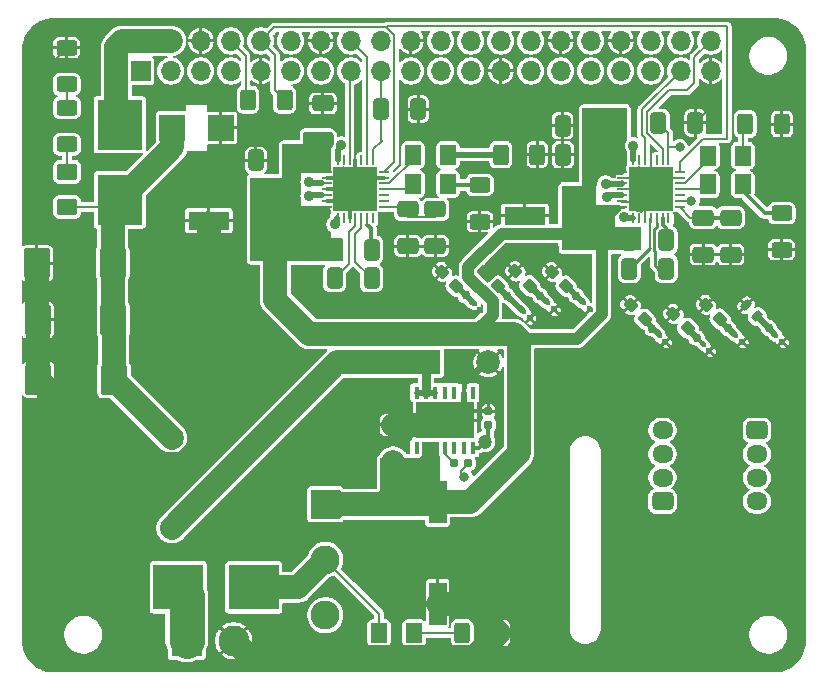
<source format=gtl>
G04 #@! TF.GenerationSoftware,KiCad,Pcbnew,9.0.2*
G04 #@! TF.CreationDate,2025-10-25T21:31:50-05:00*
G04 #@! TF.ProjectId,telescope_driver,74656c65-7363-46f7-9065-5f6472697665,rev?*
G04 #@! TF.SameCoordinates,Original*
G04 #@! TF.FileFunction,Copper,L1,Top*
G04 #@! TF.FilePolarity,Positive*
%FSLAX46Y46*%
G04 Gerber Fmt 4.6, Leading zero omitted, Abs format (unit mm)*
G04 Created by KiCad (PCBNEW 9.0.2) date 2025-10-25 21:31:50*
%MOMM*%
%LPD*%
G01*
G04 APERTURE LIST*
G04 Aperture macros list*
%AMRoundRect*
0 Rectangle with rounded corners*
0 $1 Rounding radius*
0 $2 $3 $4 $5 $6 $7 $8 $9 X,Y pos of 4 corners*
0 Add a 4 corners polygon primitive as box body*
4,1,4,$2,$3,$4,$5,$6,$7,$8,$9,$2,$3,0*
0 Add four circle primitives for the rounded corners*
1,1,$1+$1,$2,$3*
1,1,$1+$1,$4,$5*
1,1,$1+$1,$6,$7*
1,1,$1+$1,$8,$9*
0 Add four rect primitives between the rounded corners*
20,1,$1+$1,$2,$3,$4,$5,0*
20,1,$1+$1,$4,$5,$6,$7,0*
20,1,$1+$1,$6,$7,$8,$9,0*
20,1,$1+$1,$8,$9,$2,$3,0*%
G04 Aperture macros list end*
G04 #@! TA.AperFunction,ComponentPad*
%ADD10RoundRect,0.312500X0.587500X-0.437500X0.587500X0.437500X-0.587500X0.437500X-0.587500X-0.437500X0*%
G04 #@! TD*
G04 #@! TA.AperFunction,ComponentPad*
%ADD11O,1.800000X1.500000*%
G04 #@! TD*
G04 #@! TA.AperFunction,SMDPad,CuDef*
%ADD12R,0.457200X1.016000*%
G04 #@! TD*
G04 #@! TA.AperFunction,SMDPad,CuDef*
%ADD13R,4.952700X3.151000*%
G04 #@! TD*
G04 #@! TA.AperFunction,SMDPad,CuDef*
%ADD14RoundRect,0.237500X-0.380070X0.044194X0.044194X-0.380070X0.380070X-0.044194X-0.044194X0.380070X0*%
G04 #@! TD*
G04 #@! TA.AperFunction,ComponentPad*
%ADD15R,2.000000X2.000000*%
G04 #@! TD*
G04 #@! TA.AperFunction,ComponentPad*
%ADD16C,2.000000*%
G04 #@! TD*
G04 #@! TA.AperFunction,SMDPad,CuDef*
%ADD17RoundRect,0.155000X-0.212500X-0.155000X0.212500X-0.155000X0.212500X0.155000X-0.212500X0.155000X0*%
G04 #@! TD*
G04 #@! TA.AperFunction,SMDPad,CuDef*
%ADD18RoundRect,0.250000X-0.412500X-0.650000X0.412500X-0.650000X0.412500X0.650000X-0.412500X0.650000X0*%
G04 #@! TD*
G04 #@! TA.AperFunction,SMDPad,CuDef*
%ADD19RoundRect,0.250001X0.872499X1.044999X-0.872499X1.044999X-0.872499X-1.044999X0.872499X-1.044999X0*%
G04 #@! TD*
G04 #@! TA.AperFunction,SMDPad,CuDef*
%ADD20RoundRect,0.250000X-0.650000X0.412500X-0.650000X-0.412500X0.650000X-0.412500X0.650000X0.412500X0*%
G04 #@! TD*
G04 #@! TA.AperFunction,SMDPad,CuDef*
%ADD21RoundRect,0.155000X0.155000X-0.212500X0.155000X0.212500X-0.155000X0.212500X-0.155000X-0.212500X0*%
G04 #@! TD*
G04 #@! TA.AperFunction,SMDPad,CuDef*
%ADD22RoundRect,0.100000X0.224506X-0.083085X-0.083085X0.224506X-0.224506X0.083085X0.083085X-0.224506X0*%
G04 #@! TD*
G04 #@! TA.AperFunction,SMDPad,CuDef*
%ADD23RoundRect,0.250001X0.462499X0.624999X-0.462499X0.624999X-0.462499X-0.624999X0.462499X-0.624999X0*%
G04 #@! TD*
G04 #@! TA.AperFunction,SMDPad,CuDef*
%ADD24RoundRect,0.250000X0.412500X0.650000X-0.412500X0.650000X-0.412500X-0.650000X0.412500X-0.650000X0*%
G04 #@! TD*
G04 #@! TA.AperFunction,SMDPad,CuDef*
%ADD25RoundRect,0.250001X-0.624999X0.462499X-0.624999X-0.462499X0.624999X-0.462499X0.624999X0.462499X0*%
G04 #@! TD*
G04 #@! TA.AperFunction,ComponentPad*
%ADD26R,2.450000X2.450000*%
G04 #@! TD*
G04 #@! TA.AperFunction,ComponentPad*
%ADD27C,2.450000*%
G04 #@! TD*
G04 #@! TA.AperFunction,SMDPad,CuDef*
%ADD28RoundRect,0.250000X-0.625000X0.400000X-0.625000X-0.400000X0.625000X-0.400000X0.625000X0.400000X0*%
G04 #@! TD*
G04 #@! TA.AperFunction,ComponentPad*
%ADD29RoundRect,0.312500X-0.587500X0.437500X-0.587500X-0.437500X0.587500X-0.437500X0.587500X0.437500X0*%
G04 #@! TD*
G04 #@! TA.AperFunction,SMDPad,CuDef*
%ADD30RoundRect,0.250000X-0.400000X-0.625000X0.400000X-0.625000X0.400000X0.625000X-0.400000X0.625000X0*%
G04 #@! TD*
G04 #@! TA.AperFunction,SMDPad,CuDef*
%ADD31RoundRect,0.062500X0.062500X-0.337500X0.062500X0.337500X-0.062500X0.337500X-0.062500X-0.337500X0*%
G04 #@! TD*
G04 #@! TA.AperFunction,SMDPad,CuDef*
%ADD32RoundRect,0.062500X0.337500X-0.062500X0.337500X0.062500X-0.337500X0.062500X-0.337500X-0.062500X0*%
G04 #@! TD*
G04 #@! TA.AperFunction,HeatsinkPad*
%ADD33C,0.500000*%
G04 #@! TD*
G04 #@! TA.AperFunction,HeatsinkPad*
%ADD34R,3.700000X3.700000*%
G04 #@! TD*
G04 #@! TA.AperFunction,ComponentPad*
%ADD35R,2.625000X2.625000*%
G04 #@! TD*
G04 #@! TA.AperFunction,ComponentPad*
%ADD36C,2.625000*%
G04 #@! TD*
G04 #@! TA.AperFunction,SMDPad,CuDef*
%ADD37R,3.500000X1.600000*%
G04 #@! TD*
G04 #@! TA.AperFunction,SMDPad,CuDef*
%ADD38R,2.209800X2.260600*%
G04 #@! TD*
G04 #@! TA.AperFunction,SMDPad,CuDef*
%ADD39RoundRect,0.168750X-0.335875X-0.097228X-0.097228X-0.335875X0.335875X0.097228X0.097228X0.335875X0*%
G04 #@! TD*
G04 #@! TA.AperFunction,SMDPad,CuDef*
%ADD40R,1.498600X3.606800*%
G04 #@! TD*
G04 #@! TA.AperFunction,SMDPad,CuDef*
%ADD41RoundRect,0.250000X0.650000X-0.412500X0.650000X0.412500X-0.650000X0.412500X-0.650000X-0.412500X0*%
G04 #@! TD*
G04 #@! TA.AperFunction,SMDPad,CuDef*
%ADD42R,4.241800X3.810000*%
G04 #@! TD*
G04 #@! TA.AperFunction,SMDPad,CuDef*
%ADD43RoundRect,0.250000X0.400000X0.625000X-0.400000X0.625000X-0.400000X-0.625000X0.400000X-0.625000X0*%
G04 #@! TD*
G04 #@! TA.AperFunction,SMDPad,CuDef*
%ADD44RoundRect,0.250000X0.625000X-0.400000X0.625000X0.400000X-0.625000X0.400000X-0.625000X-0.400000X0*%
G04 #@! TD*
G04 #@! TA.AperFunction,SMDPad,CuDef*
%ADD45R,3.810000X4.241800*%
G04 #@! TD*
G04 #@! TA.AperFunction,ComponentPad*
%ADD46R,1.700000X1.700000*%
G04 #@! TD*
G04 #@! TA.AperFunction,ComponentPad*
%ADD47O,1.700000X1.700000*%
G04 #@! TD*
G04 #@! TA.AperFunction,ViaPad*
%ADD48C,0.750000*%
G04 #@! TD*
G04 #@! TA.AperFunction,ViaPad*
%ADD49C,0.900000*%
G04 #@! TD*
G04 #@! TA.AperFunction,ViaPad*
%ADD50C,1.200000*%
G04 #@! TD*
G04 #@! TA.AperFunction,ViaPad*
%ADD51C,0.800000*%
G04 #@! TD*
G04 #@! TA.AperFunction,Conductor*
%ADD52C,2.000000*%
G04 #@! TD*
G04 #@! TA.AperFunction,Conductor*
%ADD53C,0.350000*%
G04 #@! TD*
G04 #@! TA.AperFunction,Conductor*
%ADD54C,0.200000*%
G04 #@! TD*
G04 #@! TA.AperFunction,Conductor*
%ADD55C,0.500000*%
G04 #@! TD*
G04 #@! TA.AperFunction,Conductor*
%ADD56C,0.450000*%
G04 #@! TD*
G04 #@! TA.AperFunction,Conductor*
%ADD57C,1.000000*%
G04 #@! TD*
G04 #@! TA.AperFunction,Conductor*
%ADD58C,0.250000*%
G04 #@! TD*
G04 #@! TA.AperFunction,Conductor*
%ADD59C,0.750000*%
G04 #@! TD*
G04 #@! TA.AperFunction,Conductor*
%ADD60C,3.000000*%
G04 #@! TD*
G04 APERTURE END LIST*
D10*
X152550000Y-85200000D03*
D11*
X152550000Y-83200000D03*
X152550000Y-81200000D03*
X152550000Y-79200000D03*
D12*
X131724800Y-80673600D03*
X132512200Y-80673600D03*
X133325000Y-80673600D03*
X134112400Y-80673600D03*
X134899800Y-80673600D03*
X135712600Y-80673600D03*
X136500000Y-80673600D03*
X136500000Y-76000000D03*
X135712600Y-76000000D03*
X134899800Y-76000000D03*
X134112400Y-76000000D03*
X133325000Y-76000000D03*
X132512200Y-76000000D03*
X131724800Y-76000000D03*
D13*
X134112400Y-78336800D03*
D14*
X143190120Y-65790120D03*
X144409880Y-67009880D03*
D15*
X132710000Y-73450000D03*
D16*
X137790000Y-73450000D03*
X111000000Y-79850000D03*
X111000000Y-87470000D03*
D17*
X134932500Y-82000000D03*
X136067500Y-82000000D03*
D18*
X118125000Y-56350000D03*
X121250000Y-56350000D03*
D19*
X106000000Y-65050000D03*
X99585000Y-65050000D03*
D20*
X123800000Y-51525000D03*
X123800000Y-54650000D03*
D21*
X137800000Y-78735000D03*
X137800000Y-77600000D03*
D18*
X144107500Y-55860000D03*
X147232500Y-55860000D03*
D22*
X152788146Y-71688146D03*
X152211854Y-71111854D03*
D23*
X159337500Y-58380000D03*
X156362500Y-58380000D03*
D24*
X152852500Y-63090000D03*
X149727500Y-63090000D03*
D25*
X102150000Y-57300000D03*
X102150000Y-60275000D03*
D26*
X124000000Y-85450000D03*
D27*
X124000000Y-90150000D03*
X124000000Y-94850000D03*
D19*
X106100000Y-74900000D03*
X99685000Y-74900000D03*
D28*
X102100000Y-46800000D03*
X102100000Y-49900000D03*
D14*
X149840120Y-68590120D03*
X151059880Y-69809880D03*
D22*
X162684090Y-71684090D03*
X162107798Y-71107798D03*
D29*
X160550000Y-79200000D03*
D11*
X160550000Y-81200000D03*
X160550000Y-83200000D03*
X160550000Y-85200000D03*
D30*
X135600000Y-96350000D03*
X138700000Y-96350000D03*
D31*
X125050000Y-61250000D03*
X125550000Y-61250000D03*
X126050000Y-61250000D03*
X126550000Y-61250000D03*
X127050000Y-61250000D03*
X127550000Y-61250000D03*
X128050000Y-61250000D03*
D32*
X129000000Y-60300000D03*
X129000000Y-59800000D03*
X129000000Y-59300000D03*
X129000000Y-58800000D03*
X129000000Y-58300000D03*
X129000000Y-57800000D03*
X129000000Y-57300000D03*
D31*
X128050000Y-56350000D03*
X127550000Y-56350000D03*
X127050000Y-56350000D03*
X126550000Y-56350000D03*
X126050000Y-56350000D03*
X125550000Y-56350000D03*
X125050000Y-56350000D03*
D32*
X124100000Y-57300000D03*
X124100000Y-57800000D03*
X124100000Y-58300000D03*
X124100000Y-58800000D03*
X124100000Y-59300000D03*
X124100000Y-59800000D03*
X124100000Y-60300000D03*
D33*
X125050000Y-60300000D03*
X126050000Y-60300000D03*
X127050000Y-60300000D03*
X128050000Y-60300000D03*
X125050000Y-59300000D03*
X126050000Y-59300000D03*
X127050000Y-59300000D03*
X128050000Y-59300000D03*
D34*
X126550000Y-58800000D03*
D33*
X125050000Y-58300000D03*
X126050000Y-58300000D03*
X127050000Y-58300000D03*
X128050000Y-58300000D03*
X125050000Y-57300000D03*
X126050000Y-57300000D03*
X127050000Y-57300000D03*
X128050000Y-57300000D03*
D14*
X137440120Y-65790120D03*
X138659880Y-67009880D03*
D31*
X150050000Y-61250000D03*
X150550000Y-61250000D03*
X151050000Y-61250000D03*
X151550000Y-61250000D03*
X152050000Y-61250000D03*
X152550000Y-61250000D03*
X153050000Y-61250000D03*
D32*
X154000000Y-60300000D03*
X154000000Y-59800000D03*
X154000000Y-59300000D03*
X154000000Y-58800000D03*
X154000000Y-58300000D03*
X154000000Y-57800000D03*
X154000000Y-57300000D03*
D31*
X153050000Y-56350000D03*
X152550000Y-56350000D03*
X152050000Y-56350000D03*
X151550000Y-56350000D03*
X151050000Y-56350000D03*
X150550000Y-56350000D03*
X150050000Y-56350000D03*
D32*
X149100000Y-57300000D03*
X149100000Y-57800000D03*
X149100000Y-58300000D03*
X149100000Y-58800000D03*
X149100000Y-59300000D03*
X149100000Y-59800000D03*
X149100000Y-60300000D03*
D33*
X150050000Y-60300000D03*
X151050000Y-60300000D03*
X152050000Y-60300000D03*
X153050000Y-60300000D03*
X150050000Y-59300000D03*
X151050000Y-59300000D03*
X152050000Y-59300000D03*
X153050000Y-59300000D03*
D34*
X151550000Y-58800000D03*
D33*
X150050000Y-58300000D03*
X151050000Y-58300000D03*
X152050000Y-58300000D03*
X153050000Y-58300000D03*
X150050000Y-57300000D03*
X151050000Y-57300000D03*
X152050000Y-57300000D03*
X153050000Y-57300000D03*
D35*
X112270000Y-97000000D03*
D36*
X116230000Y-97000000D03*
D37*
X119750000Y-61450000D03*
X114150000Y-61450000D03*
D38*
X115144700Y-53600000D03*
X111055300Y-53600000D03*
D39*
X159621662Y-68621662D03*
X160558578Y-69558578D03*
D23*
X134387500Y-58350000D03*
X131412500Y-58350000D03*
D14*
X133880240Y-65780240D03*
X135100000Y-67000000D03*
D40*
X133500000Y-85250000D03*
X133500000Y-93860600D03*
D23*
X159355000Y-55940000D03*
X156380000Y-55940000D03*
D37*
X146500000Y-61050000D03*
X140900000Y-61050000D03*
D22*
X143350000Y-68950000D03*
X142773708Y-68373708D03*
D20*
X133300000Y-60487500D03*
X133300000Y-63612500D03*
D30*
X117450000Y-51200000D03*
X120550000Y-51200000D03*
D20*
X156000000Y-61187500D03*
X156000000Y-64312500D03*
D41*
X129750000Y-81862500D03*
X129750000Y-78737500D03*
D23*
X131537500Y-96350000D03*
X128562500Y-96350000D03*
D22*
X141300400Y-69672400D03*
X140724108Y-69096108D03*
D28*
X102110000Y-51877500D03*
X102110000Y-54977500D03*
D14*
X156230240Y-68580240D03*
X157450000Y-69800000D03*
D42*
X111562300Y-92500000D03*
X117937700Y-92500000D03*
D24*
X155322500Y-53170000D03*
X152197500Y-53170000D03*
D22*
X137138146Y-68988146D03*
X136561854Y-68411854D03*
D43*
X162662400Y-53264000D03*
X159562400Y-53264000D03*
D19*
X106057500Y-69850000D03*
X99642500Y-69850000D03*
D20*
X158310000Y-61187500D03*
X158310000Y-64312500D03*
D22*
X156523746Y-72449746D03*
X155947454Y-71873454D03*
X159288146Y-71688146D03*
X158711854Y-71111854D03*
D14*
X140090120Y-65740120D03*
X141309880Y-66959880D03*
D24*
X127912500Y-63900000D03*
X124787500Y-63900000D03*
D23*
X134387500Y-55900000D03*
X131412500Y-55900000D03*
D44*
X137084000Y-61519600D03*
X137084000Y-58419600D03*
D43*
X141950000Y-55850000D03*
X138850000Y-55850000D03*
D24*
X131875000Y-52000000D03*
X128750000Y-52000000D03*
D20*
X131000000Y-60487500D03*
X131000000Y-63612500D03*
D14*
X153475720Y-69341840D03*
X154695480Y-70561600D03*
D24*
X152852500Y-65500000D03*
X149727500Y-65500000D03*
D22*
X146388146Y-68938146D03*
X145811854Y-68361854D03*
D24*
X127912500Y-66300000D03*
X124787500Y-66300000D03*
D18*
X144087500Y-53400000D03*
X147212500Y-53400000D03*
D45*
X106600000Y-53312300D03*
X106600000Y-59687700D03*
D44*
X162636400Y-63907200D03*
X162636400Y-60807200D03*
D46*
X108370000Y-48770000D03*
D47*
X108370000Y-46230000D03*
X110910000Y-48770000D03*
X110910000Y-46230000D03*
X113450000Y-48770000D03*
X113450000Y-46230000D03*
X115990000Y-48770000D03*
X115990000Y-46230000D03*
X118530000Y-48770000D03*
X118530000Y-46230000D03*
X121070000Y-48770000D03*
X121070000Y-46230000D03*
X123610000Y-48770000D03*
X123610000Y-46230000D03*
X126150000Y-48770000D03*
X126150000Y-46230000D03*
X128690000Y-48770000D03*
X128690000Y-46230000D03*
X131230000Y-48770000D03*
X131230000Y-46230000D03*
X133770000Y-48770000D03*
X133770000Y-46230000D03*
X136310000Y-48770000D03*
X136310000Y-46230000D03*
X138850000Y-48770000D03*
X138850000Y-46230000D03*
X141390000Y-48770000D03*
X141390000Y-46230000D03*
X143930000Y-48770000D03*
X143930000Y-46230000D03*
X146470000Y-48770000D03*
X146470000Y-46230000D03*
X149010000Y-48770000D03*
X149010000Y-46230000D03*
X151550000Y-48770000D03*
X151550000Y-46230000D03*
X154090000Y-48770000D03*
X154090000Y-46230000D03*
X156630000Y-48770000D03*
X156630000Y-46230000D03*
D48*
X149400000Y-70400000D03*
X127600000Y-76200000D03*
X143400000Y-78800000D03*
X162600000Y-66800000D03*
X125000000Y-68400000D03*
X131400000Y-68400000D03*
X159600000Y-90800000D03*
X111800000Y-58800000D03*
X104200000Y-48400000D03*
X138000000Y-52600000D03*
X152000000Y-90800000D03*
X152000000Y-96400000D03*
X111200000Y-83800000D03*
X118600000Y-73200000D03*
X114150000Y-70200000D03*
X114150000Y-66400000D03*
D49*
X144750000Y-65050000D03*
X143350000Y-63800000D03*
X138700000Y-58450000D03*
D50*
X137500000Y-80150000D03*
D49*
X122600000Y-58200000D03*
D48*
X139400000Y-67800000D03*
X142200000Y-67800000D03*
D49*
X122600000Y-59350000D03*
D48*
X145250000Y-67800000D03*
D49*
X124793892Y-61750000D03*
X125350000Y-55050000D03*
D48*
X135875000Y-67775000D03*
X161540120Y-70550000D03*
D49*
X149305395Y-61167398D03*
D48*
X155435600Y-71361600D03*
D49*
X147730000Y-58310000D03*
D48*
X151700000Y-70600000D03*
D49*
X150050000Y-55100000D03*
X147866397Y-59446397D03*
D48*
X158100000Y-70550000D03*
D51*
X154000000Y-55250000D03*
X155000000Y-59800000D03*
X135760002Y-83110000D03*
D52*
X114150000Y-70200000D02*
X114150000Y-79812684D01*
X114150000Y-66400000D02*
X114150000Y-70200000D01*
D53*
X126050000Y-59300000D02*
X126550000Y-58800000D01*
D52*
X111911684Y-82051000D02*
X106836000Y-82051000D01*
D54*
X151550000Y-56350000D02*
X151550000Y-58800000D01*
D52*
X129750000Y-78737500D02*
X133711700Y-78737500D01*
D53*
X125550000Y-57800000D02*
X126550000Y-58800000D01*
X126050000Y-61250000D02*
X126050000Y-59300000D01*
D52*
X114104347Y-61651000D02*
X114150000Y-61696653D01*
D53*
X125550000Y-59800000D02*
X126550000Y-58800000D01*
D54*
X134112400Y-78336800D02*
X135712600Y-76736600D01*
D52*
X99685000Y-69892500D02*
X99642500Y-69850000D01*
X116230000Y-97000000D02*
X117656000Y-98426000D01*
D54*
X151050000Y-61250000D02*
X151050000Y-59300000D01*
D53*
X134849200Y-77600000D02*
X134112400Y-78336800D01*
D54*
X150550000Y-57800000D02*
X149380646Y-57800000D01*
D52*
X99585000Y-65050000D02*
X99585000Y-69792500D01*
D55*
X135712600Y-76736600D02*
X135712600Y-76000000D01*
D56*
X137790000Y-73450000D02*
X137450000Y-73450000D01*
D53*
X124100000Y-58800000D02*
X126550000Y-58800000D01*
D52*
X117656000Y-98426000D02*
X136624000Y-98426000D01*
D54*
X151050000Y-59300000D02*
X151550000Y-58800000D01*
X155322500Y-53170000D02*
X156630000Y-51862500D01*
X151550000Y-58800000D02*
X150550000Y-57800000D01*
X135712600Y-75527400D02*
X135712600Y-76000000D01*
D52*
X136210600Y-93860600D02*
X138700000Y-96350000D01*
D54*
X149100000Y-59862000D02*
X150488000Y-59862000D01*
D52*
X133500000Y-93860600D02*
X136210600Y-93860600D01*
D56*
X135712600Y-75187400D02*
X135712600Y-75527400D01*
X137450000Y-73450000D02*
X135712600Y-75187400D01*
D52*
X106836000Y-82051000D02*
X99685000Y-74900000D01*
X99585000Y-69792500D02*
X99642500Y-69850000D01*
D53*
X126550000Y-56350000D02*
X126550000Y-58800000D01*
D54*
X152550000Y-57800000D02*
X151550000Y-58800000D01*
D52*
X136624000Y-98426000D02*
X138700000Y-96350000D01*
D54*
X150488000Y-59862000D02*
X151050000Y-59300000D01*
D53*
X137800000Y-77600000D02*
X134849200Y-77600000D01*
D52*
X99685000Y-74900000D02*
X99685000Y-69892500D01*
D54*
X154000000Y-57800000D02*
X152550000Y-57800000D01*
X156630000Y-51862500D02*
X156630000Y-48770000D01*
D53*
X124100000Y-59800000D02*
X125550000Y-59800000D01*
X129000000Y-57800000D02*
X127550000Y-57800000D01*
X127550000Y-57800000D02*
X126550000Y-58800000D01*
X124100000Y-57800000D02*
X125550000Y-57800000D01*
D52*
X114150000Y-79812684D02*
X111911684Y-82051000D01*
X114150000Y-61696653D02*
X114150000Y-66400000D01*
D54*
X149380646Y-58800000D02*
X151550000Y-58800000D01*
X102100000Y-46800000D02*
X99585000Y-49315000D01*
X99585000Y-49315000D02*
X99585000Y-65050000D01*
X115990000Y-46230000D02*
X117250000Y-47490000D01*
X117250000Y-51000000D02*
X117450000Y-51200000D01*
X117250000Y-47490000D02*
X117250000Y-51000000D01*
X119750000Y-50400000D02*
X120550000Y-51200000D01*
X119750000Y-47450000D02*
X118530000Y-46230000D01*
X158000000Y-45000000D02*
X158000000Y-54500000D01*
X129000000Y-57300000D02*
X129841000Y-56459000D01*
X119681000Y-45079000D02*
X118530000Y-46230000D01*
X119750000Y-47450000D02*
X119750000Y-50400000D01*
X129841000Y-45753240D02*
X129166760Y-45079000D01*
X129166760Y-45079000D02*
X129245760Y-45000000D01*
X154000000Y-57300000D02*
X154000000Y-56446340D01*
X129245760Y-45000000D02*
X158000000Y-45000000D01*
X155946340Y-54500000D02*
X158000000Y-54500000D01*
X154000000Y-56446340D02*
X155946340Y-54500000D01*
X129166760Y-45079000D02*
X119681000Y-45079000D01*
X129841000Y-56459000D02*
X129841000Y-45753240D01*
X126050000Y-56350000D02*
X126050000Y-48870000D01*
X126050000Y-48870000D02*
X126150000Y-48770000D01*
X127539000Y-56339000D02*
X127539000Y-47619000D01*
X127550000Y-56350000D02*
X127539000Y-56339000D01*
X127539000Y-47619000D02*
X126150000Y-46230000D01*
X151050000Y-54436846D02*
X150834000Y-54220845D01*
X150834000Y-52026000D02*
X154090000Y-48770000D01*
X150834000Y-54220845D02*
X150834000Y-52026000D01*
X151050000Y-56350000D02*
X151050000Y-54436846D01*
X153104686Y-50414154D02*
X154642120Y-50414154D01*
X151234000Y-54055160D02*
X151234000Y-52284840D01*
X152550000Y-55371160D02*
X151234000Y-54055160D01*
X154642120Y-50414154D02*
X155241000Y-49815274D01*
X151234000Y-52284840D02*
X153104686Y-50414154D01*
X155241000Y-47619000D02*
X156630000Y-46230000D01*
X152550000Y-56350000D02*
X152550000Y-55371160D01*
X155241000Y-49815274D02*
X155241000Y-47619000D01*
D52*
X106000000Y-69792500D02*
X106057500Y-69850000D01*
X106000000Y-65050000D02*
X106000000Y-60287700D01*
X111055300Y-55232400D02*
X111055300Y-53600000D01*
D53*
X137800000Y-78735000D02*
X137800000Y-79850000D01*
D52*
X106100000Y-74900000D02*
X106100000Y-74950000D01*
X106100000Y-69892500D02*
X106057500Y-69850000D01*
D54*
X102150000Y-60275000D02*
X106012700Y-60275000D01*
D52*
X106000000Y-65050000D02*
X106000000Y-67550000D01*
D54*
X106012700Y-60275000D02*
X106600000Y-59687700D01*
D53*
X137800000Y-79850000D02*
X137500000Y-80150000D01*
D52*
X106100000Y-74950000D02*
X111000000Y-79850000D01*
X106100000Y-74900000D02*
X106100000Y-69892500D01*
X106000000Y-60287700D02*
X106600000Y-59687700D01*
D53*
X136976400Y-80673600D02*
X137500000Y-80150000D01*
D52*
X106000000Y-67550000D02*
X106000000Y-69792500D01*
D53*
X136500000Y-80673600D02*
X136976400Y-80673600D01*
D52*
X106600000Y-59687700D02*
X111055300Y-55232400D01*
D54*
X111055300Y-55203300D02*
X111055300Y-53600000D01*
D55*
X138659880Y-67009880D02*
X138659880Y-67059880D01*
X140724108Y-69096108D02*
X140696108Y-69096108D01*
X122600000Y-58200000D02*
X122700000Y-58300000D01*
X140696108Y-69096108D02*
X139400000Y-67800000D01*
X122700000Y-58300000D02*
X123714702Y-58300000D01*
X138659880Y-67059880D02*
X139400000Y-67800000D01*
X141309880Y-66959880D02*
X141359880Y-66959880D01*
X122650000Y-59300000D02*
X123714702Y-59300000D01*
X122600000Y-59350000D02*
X122650000Y-59300000D01*
X141359880Y-66959880D02*
X142200000Y-67800000D01*
X142773708Y-68373708D02*
X142200000Y-67800000D01*
X124857204Y-61750000D02*
X124793892Y-61750000D01*
X144409880Y-67009880D02*
X144459880Y-67009880D01*
X144459880Y-67009880D02*
X145250000Y-67800000D01*
X124974000Y-61633204D02*
X124857204Y-61750000D01*
X124974000Y-61250000D02*
X124974000Y-61633204D01*
X145811854Y-68361854D02*
X145250000Y-67800000D01*
X125050000Y-56350000D02*
X125050000Y-55460792D01*
X135100000Y-67000000D02*
X135875000Y-67775000D01*
X136561854Y-68411854D02*
X136511854Y-68411854D01*
X125350000Y-55160792D02*
X125350000Y-55050000D01*
X125050000Y-55460792D02*
X125350000Y-55160792D01*
X136511854Y-68411854D02*
X135875000Y-67775000D01*
D57*
X136516670Y-71050000D02*
X138165612Y-69401058D01*
D55*
X149100000Y-57300000D02*
X148672500Y-57300000D01*
D57*
X138165612Y-69401058D02*
X138165612Y-68265612D01*
X136116897Y-65361839D02*
X138927736Y-62551000D01*
D55*
X148148586Y-61050000D02*
X148828677Y-60369909D01*
X121250000Y-59950000D02*
X119750000Y-61450000D01*
D52*
X124000000Y-85450000D02*
X129750000Y-85450000D01*
D57*
X138165612Y-68265612D02*
X136116897Y-66216897D01*
D52*
X122650000Y-71050000D02*
X140000000Y-71050000D01*
X133500000Y-85250000D02*
X136249300Y-85250000D01*
D57*
X144999000Y-62551000D02*
X146500000Y-61050000D01*
D52*
X129750000Y-81862500D02*
X129750000Y-85450000D01*
D55*
X146500000Y-61050000D02*
X148148586Y-61050000D01*
X123800000Y-54650000D02*
X123800000Y-56873000D01*
D57*
X119750000Y-61450000D02*
X123225000Y-61450000D01*
D55*
X123800000Y-56873000D02*
X124100000Y-57173000D01*
D57*
X147415612Y-61965612D02*
X146500000Y-61050000D01*
X136116897Y-66216897D02*
X136116897Y-65361839D01*
D52*
X119750000Y-68150000D02*
X119750000Y-61450000D01*
X129750000Y-85450000D02*
X133300000Y-85450000D01*
X140400000Y-81099300D02*
X140400000Y-71450000D01*
X122650000Y-71050000D02*
X119750000Y-68150000D01*
D55*
X148672500Y-57300000D02*
X147232500Y-55860000D01*
D57*
X123225000Y-61450000D02*
X123999000Y-60676000D01*
X140400000Y-71450000D02*
X145316670Y-71450000D01*
D52*
X140400000Y-71450000D02*
X140000000Y-71050000D01*
X136249300Y-85250000D02*
X140400000Y-81099300D01*
D57*
X147415612Y-69351058D02*
X147415612Y-61965612D01*
D55*
X123800000Y-54650000D02*
X122950000Y-54650000D01*
D52*
X133300000Y-85450000D02*
X133500000Y-85250000D01*
D55*
X121250000Y-56350000D02*
X121250000Y-59950000D01*
X122950000Y-54650000D02*
X121250000Y-56350000D01*
D57*
X138927736Y-62551000D02*
X144999000Y-62551000D01*
X145316670Y-71450000D02*
X147415612Y-69351058D01*
D55*
X162107798Y-71107798D02*
X162097918Y-71107798D01*
X149387997Y-61250000D02*
X149305395Y-61167398D01*
X160700000Y-69709880D02*
X161540120Y-70550000D01*
X162097918Y-71107798D02*
X161540120Y-70550000D01*
X160700000Y-69700000D02*
X160700000Y-69709880D01*
X150050000Y-61250000D02*
X149387997Y-61250000D01*
X154695480Y-70621480D02*
X155435600Y-71361600D01*
X149090000Y-58310000D02*
X149100000Y-58300000D01*
X147730000Y-58310000D02*
X149090000Y-58310000D01*
D53*
X155435600Y-71361600D02*
X155947454Y-71873454D01*
D54*
X156380000Y-55940000D02*
X156380000Y-56335798D01*
X156380000Y-56335798D02*
X154415798Y-58300000D01*
X154415798Y-58300000D02*
X154000000Y-58300000D01*
D55*
X151059880Y-69759880D02*
X151059880Y-69909880D01*
X151059880Y-69909880D02*
X152211854Y-71061854D01*
X150050000Y-56350000D02*
X150050000Y-55100000D01*
X158661854Y-71111854D02*
X158100000Y-70550000D01*
X148012794Y-59300000D02*
X147866397Y-59446397D01*
D53*
X158711854Y-71111854D02*
X158661854Y-71111854D01*
D55*
X149100000Y-59300000D02*
X148012794Y-59300000D01*
X157450000Y-69900000D02*
X158100000Y-70550000D01*
D53*
X157450000Y-69800000D02*
X157450000Y-69900000D01*
D54*
X159355000Y-55940000D02*
X159355000Y-53471400D01*
X159355000Y-53471400D02*
X159562400Y-53264000D01*
X159355000Y-55940000D02*
X159550000Y-55940000D01*
X129415798Y-58300000D02*
X129000000Y-58300000D01*
X131412500Y-55900000D02*
X131412500Y-56303298D01*
X131412500Y-56303298D02*
X129415798Y-58300000D01*
D52*
X106600000Y-53312300D02*
X106319000Y-53031300D01*
X106319000Y-53031300D02*
X106319000Y-46719000D01*
X106319000Y-46719000D02*
X106808000Y-46230000D01*
X106808000Y-46230000D02*
X108370000Y-46230000D01*
X108370000Y-46230000D02*
X110910000Y-46230000D01*
D55*
X138850000Y-55850000D02*
X134437500Y-55850000D01*
X134437500Y-55850000D02*
X134387500Y-55900000D01*
D54*
X131412500Y-58350000D02*
X130962500Y-58800000D01*
X130962500Y-58800000D02*
X129000000Y-58800000D01*
X102150000Y-55017500D02*
X102110000Y-54977500D01*
X102150000Y-57300000D02*
X102150000Y-55017500D01*
X155942500Y-58800000D02*
X154000000Y-58800000D01*
X156362500Y-58380000D02*
X155942500Y-58800000D01*
D52*
X117937700Y-92500000D02*
X121650000Y-92500000D01*
D54*
X128562500Y-94712500D02*
X124000000Y-90150000D01*
X128562500Y-96350000D02*
X128562500Y-94712500D01*
D52*
X121650000Y-92500000D02*
X124000000Y-90150000D01*
D54*
X131537500Y-96350000D02*
X135600000Y-96350000D01*
D53*
X127862500Y-62084364D02*
X127550000Y-61771864D01*
X127862500Y-63100000D02*
X127862500Y-62084364D01*
D54*
X126550000Y-62563840D02*
X126550000Y-64937500D01*
X126550000Y-64937500D02*
X127912500Y-66300000D01*
X127050000Y-62063840D02*
X127050000Y-61250000D01*
X126550000Y-62563840D02*
X127050000Y-62063840D01*
X126000000Y-65087500D02*
X124787500Y-66300000D01*
X126550000Y-61250000D02*
X126550000Y-61884315D01*
X126550000Y-61884315D02*
X126000000Y-62434315D01*
X126000000Y-62434315D02*
X126000000Y-65087500D01*
X129000000Y-60300000D02*
X130200000Y-60300000D01*
X130200000Y-60300000D02*
X131000000Y-61100000D01*
X131000000Y-61100000D02*
X133300000Y-61100000D01*
X128050000Y-56350000D02*
X128050000Y-55387500D01*
X128750000Y-52000000D02*
X128750000Y-54650000D01*
X128750000Y-48830000D02*
X128690000Y-48770000D01*
X153050000Y-55250000D02*
X153050000Y-54022500D01*
X128050000Y-55387500D02*
X128768750Y-54668750D01*
X153050000Y-54022500D02*
X152197500Y-53170000D01*
X154000000Y-59800000D02*
X155000000Y-59800000D01*
X128750000Y-54650000D02*
X128768750Y-54668750D01*
X128750000Y-52000000D02*
X128750000Y-48830000D01*
X154000000Y-55250000D02*
X153050000Y-55250000D01*
X153050000Y-56350000D02*
X153050000Y-55250000D01*
X151489000Y-63738500D02*
X151489000Y-61311000D01*
D58*
X151485000Y-63742500D02*
X151485000Y-63738500D01*
D54*
X151489000Y-61311000D02*
X151550000Y-61250000D01*
D58*
X149727500Y-65500000D02*
X151485000Y-63742500D01*
D54*
X152050000Y-61665798D02*
X152050000Y-61250000D01*
D58*
X151889000Y-64010514D02*
X151864000Y-63985514D01*
X151864000Y-63985514D02*
X151864000Y-62194486D01*
X152050000Y-62008486D02*
X152050000Y-61665798D01*
X151889000Y-65199000D02*
X151889000Y-64010514D01*
X152190000Y-65500000D02*
X151889000Y-65199000D01*
X151864000Y-62194486D02*
X152050000Y-62008486D01*
D54*
X152852500Y-65500000D02*
X152190000Y-65500000D01*
X152852500Y-63090000D02*
X152550000Y-62787500D01*
D53*
X152852500Y-63090000D02*
X152852500Y-62074364D01*
X152550000Y-61771864D02*
X152550000Y-61250000D01*
X152852500Y-62074364D02*
X152550000Y-61771864D01*
D54*
X154887500Y-61187500D02*
X154000000Y-60300000D01*
D53*
X158310000Y-61187500D02*
X156000000Y-61187500D01*
D54*
X156000000Y-61187500D02*
X154887500Y-61187500D01*
X135480000Y-82830000D02*
X135480000Y-82670000D01*
X135760000Y-83110000D02*
X135480000Y-82830000D01*
D55*
X131724800Y-76000000D02*
X132512200Y-76000000D01*
D54*
X135480000Y-82670000D02*
X136067500Y-82082500D01*
D52*
X125020000Y-73450000D02*
X132710000Y-73450000D01*
D55*
X133325000Y-76000000D02*
X132512200Y-76000000D01*
D59*
X132512200Y-76000000D02*
X132512200Y-73647800D01*
D54*
X136067500Y-82082500D02*
X136067500Y-82000000D01*
X132512200Y-73647800D02*
X132710000Y-73450000D01*
D52*
X111000000Y-87470000D02*
X125020000Y-73450000D01*
D54*
X102110000Y-51877500D02*
X102110000Y-49910000D01*
X102110000Y-49910000D02*
X102100000Y-49900000D01*
X134112400Y-81179900D02*
X134112400Y-80673600D01*
X134932500Y-82000000D02*
X134112400Y-81179900D01*
D52*
X112270000Y-93207700D02*
X111562300Y-92500000D01*
D60*
X112270000Y-97000000D02*
X112270000Y-93207700D01*
D53*
X136728400Y-58419600D02*
X135010100Y-58419600D01*
X135010100Y-58419600D02*
X134940500Y-58350000D01*
X162636400Y-60807200D02*
X161211700Y-60807200D01*
D55*
X159355000Y-58362500D02*
X159337500Y-58380000D01*
D53*
X159337500Y-58380000D02*
X159720000Y-58380000D01*
X161211700Y-60807200D02*
X159337500Y-58933000D01*
G04 #@! TA.AperFunction,Conductor*
G36*
X124481694Y-53968306D02*
G01*
X124500000Y-54012500D01*
X124500000Y-56772273D01*
X124489467Y-56806996D01*
X124460266Y-56850697D01*
X124460265Y-56850699D01*
X124445500Y-56924932D01*
X124445500Y-57308000D01*
X124427194Y-57352194D01*
X124383000Y-57370500D01*
X124043450Y-57370500D01*
X123960768Y-57392656D01*
X123941308Y-57397870D01*
X123925134Y-57400000D01*
X121900000Y-57400000D01*
X121900000Y-58101834D01*
X121898799Y-58114026D01*
X121895500Y-58130610D01*
X121895500Y-58269387D01*
X121898799Y-58285972D01*
X121900000Y-58298165D01*
X121900000Y-59251834D01*
X121898799Y-59264026D01*
X121895500Y-59280610D01*
X121895500Y-59419387D01*
X121898799Y-59435972D01*
X121900000Y-59448165D01*
X121900000Y-60200000D01*
X123925134Y-60200000D01*
X123941308Y-60202129D01*
X123990472Y-60215303D01*
X124043450Y-60229499D01*
X124043452Y-60229499D01*
X124043455Y-60229500D01*
X124339162Y-60229500D01*
X124383356Y-60247806D01*
X124401652Y-60290864D01*
X124416729Y-61120166D01*
X124399229Y-61164686D01*
X124388963Y-61173268D01*
X124344802Y-61202776D01*
X124344797Y-61202780D01*
X124246670Y-61300907D01*
X124169573Y-61416291D01*
X124169572Y-61416293D01*
X124116465Y-61544503D01*
X124116464Y-61544506D01*
X124089392Y-61680612D01*
X124089392Y-61819387D01*
X124116464Y-61955493D01*
X124116465Y-61955496D01*
X124169572Y-62083706D01*
X124169573Y-62083708D01*
X124214298Y-62150644D01*
X124246671Y-62199093D01*
X124344799Y-62297221D01*
X124412107Y-62342194D01*
X124438682Y-62381966D01*
X124439873Y-62393024D01*
X124450000Y-62950000D01*
X125437500Y-62950000D01*
X125481694Y-62968306D01*
X125500000Y-63012500D01*
X125500000Y-64837100D01*
X125481694Y-64881294D01*
X125437500Y-64899600D01*
X125437102Y-64899599D01*
X117712102Y-64850395D01*
X117668025Y-64831808D01*
X117650000Y-64787896D01*
X117650000Y-57862500D01*
X117668306Y-57818306D01*
X117712500Y-57800000D01*
X120350000Y-57800000D01*
X120350000Y-55012500D01*
X120368306Y-54968306D01*
X120412500Y-54950000D01*
X122150000Y-54950000D01*
X122150000Y-54012500D01*
X122168306Y-53968306D01*
X122212500Y-53950000D01*
X124437500Y-53950000D01*
X124481694Y-53968306D01*
G37*
G04 #@! TD.AperFunction*
G04 #@! TA.AperFunction,Conductor*
G36*
X139077194Y-72372806D02*
G01*
X139095500Y-72417000D01*
X139095500Y-73015275D01*
X139077194Y-73059469D01*
X139033000Y-73077775D01*
X138988806Y-73059469D01*
X138973559Y-73034589D01*
X138952127Y-72968629D01*
X138952126Y-72968627D01*
X138862514Y-72792757D01*
X138763343Y-72656259D01*
X138258367Y-73161235D01*
X138230110Y-73112292D01*
X138127708Y-73009890D01*
X138078761Y-72981631D01*
X138583739Y-72476654D01*
X138571226Y-72467564D01*
X138546232Y-72426778D01*
X138557398Y-72380264D01*
X138598184Y-72355270D01*
X138607962Y-72354500D01*
X139033000Y-72354500D01*
X139077194Y-72372806D01*
G37*
G04 #@! TD.AperFunction*
G04 #@! TA.AperFunction,Conductor*
G36*
X143722194Y-63373806D02*
G01*
X143740500Y-63418000D01*
X143740500Y-63701834D01*
X143741991Y-63732175D01*
X143743192Y-63744367D01*
X143744646Y-63754175D01*
X143744816Y-63756375D01*
X143744677Y-63756797D01*
X143745000Y-63761163D01*
X143745000Y-63845070D01*
X143744699Y-63851200D01*
X143744113Y-63857139D01*
X143742704Y-63894649D01*
X143742704Y-63894655D01*
X143766179Y-64005937D01*
X143766180Y-64005941D01*
X143784484Y-64050130D01*
X143790260Y-64063212D01*
X143856690Y-64155539D01*
X143951987Y-64217635D01*
X143996147Y-64235927D01*
X143996165Y-64235934D01*
X143996179Y-64235940D01*
X144002817Y-64238600D01*
X144114621Y-64259500D01*
X146548612Y-64259500D01*
X146592806Y-64277806D01*
X146611112Y-64322000D01*
X146611112Y-68374274D01*
X146604251Y-68390836D01*
X146600937Y-68408455D01*
X146595381Y-68412251D01*
X146592806Y-68418468D01*
X146576242Y-68425328D01*
X146561441Y-68435443D01*
X146555165Y-68434059D01*
X146548612Y-68436774D01*
X146514431Y-68426599D01*
X146458347Y-68389962D01*
X146448912Y-68376154D01*
X146436378Y-68365085D01*
X146433087Y-68356950D01*
X146401265Y-68259010D01*
X146401265Y-68259009D01*
X146364316Y-68208155D01*
X146344895Y-68181424D01*
X146344886Y-68181415D01*
X146343399Y-68179673D01*
X146330558Y-68155262D01*
X146328566Y-68147825D01*
X146255565Y-68021383D01*
X146255563Y-68021381D01*
X146255560Y-68021377D01*
X145933530Y-67699349D01*
X145916425Y-67667347D01*
X145908592Y-67627964D01*
X145903387Y-67601797D01*
X145852165Y-67478136D01*
X145777802Y-67366844D01*
X145683156Y-67272198D01*
X145683155Y-67272197D01*
X145571866Y-67197836D01*
X145571864Y-67197835D01*
X145448201Y-67146612D01*
X145385363Y-67134113D01*
X145345589Y-67107537D01*
X145335639Y-67064300D01*
X145337045Y-67054075D01*
X145337045Y-67054074D01*
X145316758Y-66906470D01*
X145295040Y-66856470D01*
X145257399Y-66769812D01*
X145203207Y-66700828D01*
X144718932Y-66216553D01*
X144649948Y-66162361D01*
X144630241Y-66153801D01*
X144513289Y-66103001D01*
X144513290Y-66103001D01*
X144365686Y-66082715D01*
X144218082Y-66103001D01*
X144080262Y-66162865D01*
X144032433Y-66163681D01*
X143998036Y-66130439D01*
X143997220Y-66082610D01*
X143998510Y-66079575D01*
X144046630Y-65974209D01*
X144066743Y-65834314D01*
X144046630Y-65694418D01*
X143987916Y-65565856D01*
X143950972Y-65520010D01*
X143795403Y-65364441D01*
X143279923Y-65879923D01*
X142764441Y-66395403D01*
X142920010Y-66550972D01*
X142965856Y-66587916D01*
X143094418Y-66646630D01*
X143234314Y-66666743D01*
X143374209Y-66646630D01*
X143479575Y-66598510D01*
X143527380Y-66596802D01*
X143562391Y-66629398D01*
X143564099Y-66677203D01*
X143562865Y-66680262D01*
X143503001Y-66818082D01*
X143482715Y-66965686D01*
X143503001Y-67113289D01*
X143562361Y-67249948D01*
X143608791Y-67309052D01*
X143616553Y-67318932D01*
X144100828Y-67803207D01*
X144169812Y-67857399D01*
X144306469Y-67916758D01*
X144454074Y-67937045D01*
X144522654Y-67927619D01*
X144568929Y-67939737D01*
X144592463Y-67977342D01*
X144596613Y-67998203D01*
X144647835Y-68121864D01*
X144647836Y-68121866D01*
X144721176Y-68231627D01*
X144722198Y-68233156D01*
X144816844Y-68327802D01*
X144928136Y-68402165D01*
X145005135Y-68434059D01*
X145051789Y-68453384D01*
X145051792Y-68453385D01*
X145051797Y-68453387D01*
X145117347Y-68466425D01*
X145149349Y-68483530D01*
X145471377Y-68805560D01*
X145471381Y-68805563D01*
X145471383Y-68805565D01*
X145597825Y-68878566D01*
X145605262Y-68880558D01*
X145629673Y-68893399D01*
X145631415Y-68894886D01*
X145631424Y-68894895D01*
X145647744Y-68906752D01*
X145709009Y-68951265D01*
X145806949Y-68983087D01*
X145843324Y-69014153D01*
X145846748Y-69022230D01*
X145847998Y-69025872D01*
X145847999Y-69025873D01*
X145889562Y-69081614D01*
X145889570Y-69081623D01*
X145977315Y-69169368D01*
X146254148Y-68892536D01*
X146298342Y-68874230D01*
X146342536Y-68892536D01*
X146433754Y-68983754D01*
X146452060Y-69027948D01*
X146433754Y-69072142D01*
X146156922Y-69348974D01*
X146156922Y-69348975D01*
X146174247Y-69366300D01*
X146192553Y-69410494D01*
X146174247Y-69454688D01*
X145001741Y-70627194D01*
X144957547Y-70645500D01*
X141459793Y-70645500D01*
X141415599Y-70627194D01*
X141409230Y-70619737D01*
X141395019Y-70600178D01*
X141395014Y-70600172D01*
X141247647Y-70452805D01*
X141247636Y-70452795D01*
X140896378Y-70101535D01*
X140878071Y-70083228D01*
X141069176Y-70083228D01*
X141069176Y-70083229D01*
X141156922Y-70170975D01*
X141156931Y-70170983D01*
X141212668Y-70212543D01*
X141212673Y-70212546D01*
X141324412Y-70250907D01*
X141442558Y-70250907D01*
X141554296Y-70212546D01*
X141554301Y-70212543D01*
X141610042Y-70170979D01*
X141614708Y-70166313D01*
X141300399Y-69852005D01*
X141069176Y-70083228D01*
X140878071Y-70083228D01*
X140849832Y-70054989D01*
X140849828Y-70054986D01*
X140849825Y-70054983D01*
X140776458Y-70001679D01*
X140771169Y-69997836D01*
X140683709Y-69934292D01*
X140545551Y-69863897D01*
X140500758Y-69841073D01*
X140500756Y-69841072D01*
X140305475Y-69777622D01*
X140305472Y-69777621D01*
X140305466Y-69777620D01*
X140102679Y-69745501D01*
X140102667Y-69745500D01*
X140102666Y-69745500D01*
X140102664Y-69745500D01*
X138987262Y-69745500D01*
X138943068Y-69727194D01*
X138924762Y-69683000D01*
X138929519Y-69659083D01*
X138930877Y-69655805D01*
X138939196Y-69635722D01*
X138970112Y-69480294D01*
X138970112Y-69321822D01*
X138970112Y-68446915D01*
X138988418Y-68402721D01*
X139032612Y-68384415D01*
X139067334Y-68394947D01*
X139078136Y-68402165D01*
X139137125Y-68426599D01*
X139201789Y-68453384D01*
X139201792Y-68453385D01*
X139201797Y-68453387D01*
X139267347Y-68466425D01*
X139299349Y-68483530D01*
X140355631Y-69539814D01*
X140355635Y-69539817D01*
X140355637Y-69539819D01*
X140463887Y-69602317D01*
X140482079Y-69612820D01*
X140482082Y-69612821D01*
X140532875Y-69626431D01*
X140553436Y-69636238D01*
X140621263Y-69685519D01*
X140719203Y-69717341D01*
X140755578Y-69748407D01*
X140759002Y-69756484D01*
X140760252Y-69760126D01*
X140760253Y-69760127D01*
X140801816Y-69815868D01*
X140801824Y-69815877D01*
X140889570Y-69903623D01*
X141120795Y-69672399D01*
X141480005Y-69672399D01*
X141794313Y-69986708D01*
X141798979Y-69982042D01*
X141840543Y-69926301D01*
X141840546Y-69926296D01*
X141878907Y-69814558D01*
X141878907Y-69696411D01*
X141840546Y-69584673D01*
X141840543Y-69584668D01*
X141798983Y-69528931D01*
X141798975Y-69528922D01*
X141711229Y-69441176D01*
X141480005Y-69672399D01*
X141120795Y-69672399D01*
X141190877Y-69602317D01*
X141210597Y-69582597D01*
X141432365Y-69360828D01*
X143118776Y-69360828D01*
X143118776Y-69360829D01*
X143206522Y-69448575D01*
X143206531Y-69448583D01*
X143262268Y-69490143D01*
X143262273Y-69490146D01*
X143374012Y-69528507D01*
X143492158Y-69528507D01*
X143603896Y-69490146D01*
X143603901Y-69490143D01*
X143659642Y-69448579D01*
X143664308Y-69443913D01*
X143349999Y-69129605D01*
X143118776Y-69360828D01*
X141432365Y-69360828D01*
X141502446Y-69290747D01*
X141531623Y-69261570D01*
X141443877Y-69173824D01*
X141443868Y-69173816D01*
X141388132Y-69132256D01*
X141388129Y-69132254D01*
X141384487Y-69131004D01*
X141348632Y-69099339D01*
X141345341Y-69091204D01*
X141313519Y-68993264D01*
X141313519Y-68993263D01*
X141282085Y-68949999D01*
X141257149Y-68915678D01*
X141257140Y-68915669D01*
X141255653Y-68913927D01*
X141242812Y-68889516D01*
X141240820Y-68882079D01*
X141167819Y-68755637D01*
X141167817Y-68755635D01*
X141167814Y-68755631D01*
X141064584Y-68652401D01*
X141064575Y-68652394D01*
X141005454Y-68618260D01*
X140992510Y-68608328D01*
X140083530Y-67699349D01*
X140066425Y-67667347D01*
X140058592Y-67627964D01*
X140053387Y-67601797D01*
X140002165Y-67478136D01*
X139927802Y-67366844D01*
X139833156Y-67272198D01*
X139833155Y-67272197D01*
X139721866Y-67197836D01*
X139721864Y-67197835D01*
X139620180Y-67155716D01*
X139586355Y-67121892D01*
X139582180Y-67089465D01*
X139587045Y-67054074D01*
X139566758Y-66906469D01*
X139507399Y-66769812D01*
X139453207Y-66700828D01*
X139097782Y-66345403D01*
X139664441Y-66345403D01*
X139820010Y-66500972D01*
X139865856Y-66537916D01*
X139994418Y-66596630D01*
X140134314Y-66616743D01*
X140274209Y-66596630D01*
X140379575Y-66548510D01*
X140427380Y-66546802D01*
X140462391Y-66579398D01*
X140464099Y-66627203D01*
X140462865Y-66630262D01*
X140403001Y-66768082D01*
X140382715Y-66915686D01*
X140403001Y-67063289D01*
X140411354Y-67082520D01*
X140462361Y-67199948D01*
X140516553Y-67268932D01*
X141000828Y-67753207D01*
X141069812Y-67807399D01*
X141206469Y-67866758D01*
X141354074Y-67887045D01*
X141454132Y-67873292D01*
X141458483Y-67874432D01*
X141462641Y-67872710D01*
X141481089Y-67880351D01*
X141500406Y-67885410D01*
X141506835Y-67891016D01*
X141516468Y-67900649D01*
X141533573Y-67932649D01*
X141546612Y-67998202D01*
X141597835Y-68121864D01*
X141597836Y-68121866D01*
X141671176Y-68231627D01*
X141672198Y-68233156D01*
X141766844Y-68327802D01*
X141878136Y-68402165D01*
X141955135Y-68434059D01*
X142001789Y-68453384D01*
X142001792Y-68453385D01*
X142001797Y-68453387D01*
X142067347Y-68466425D01*
X142099349Y-68483530D01*
X142433231Y-68817413D01*
X142433240Y-68817420D01*
X142559673Y-68890417D01*
X142559675Y-68890418D01*
X142559679Y-68890420D01*
X142567116Y-68892412D01*
X142591527Y-68905253D01*
X142593269Y-68906740D01*
X142593278Y-68906749D01*
X142612286Y-68920559D01*
X142670863Y-68963119D01*
X142768803Y-68994941D01*
X142805178Y-69026007D01*
X142808602Y-69034084D01*
X142809852Y-69037726D01*
X142809853Y-69037727D01*
X142851416Y-69093468D01*
X142851424Y-69093477D01*
X142939170Y-69181223D01*
X143170395Y-68949999D01*
X143529605Y-68949999D01*
X143843913Y-69264308D01*
X143848579Y-69259642D01*
X143890143Y-69203901D01*
X143890146Y-69203896D01*
X143928507Y-69092158D01*
X143928507Y-68974011D01*
X143890146Y-68862273D01*
X143890143Y-68862268D01*
X143848583Y-68806531D01*
X143848575Y-68806522D01*
X143760829Y-68718776D01*
X143529605Y-68949999D01*
X143170395Y-68949999D01*
X143240477Y-68879917D01*
X143260197Y-68860197D01*
X143581223Y-68539170D01*
X143493477Y-68451424D01*
X143493468Y-68451416D01*
X143437732Y-68409856D01*
X143437729Y-68409854D01*
X143434087Y-68408604D01*
X143398232Y-68376939D01*
X143394941Y-68368804D01*
X143391463Y-68358101D01*
X143363119Y-68270864D01*
X143363119Y-68270863D01*
X143327433Y-68221747D01*
X143306749Y-68193278D01*
X143306740Y-68193269D01*
X143305253Y-68191527D01*
X143292412Y-68167116D01*
X143290420Y-68159679D01*
X143287465Y-68154561D01*
X143217420Y-68033240D01*
X143217413Y-68033231D01*
X142883530Y-67699349D01*
X142866425Y-67667347D01*
X142858592Y-67627964D01*
X142853387Y-67601797D01*
X142802165Y-67478136D01*
X142727802Y-67366844D01*
X142633156Y-67272198D01*
X142633155Y-67272197D01*
X142521866Y-67197836D01*
X142521864Y-67197835D01*
X142398202Y-67146612D01*
X142332649Y-67133573D01*
X142300649Y-67116468D01*
X142253100Y-67068919D01*
X142234794Y-67024725D01*
X142235376Y-67016213D01*
X142237045Y-67004074D01*
X142216758Y-66856469D01*
X142157399Y-66719812D01*
X142103207Y-66650828D01*
X141618932Y-66166553D01*
X141614237Y-66162865D01*
X141549948Y-66112361D01*
X141413289Y-66053001D01*
X141413290Y-66053001D01*
X141265686Y-66032715D01*
X141118082Y-66053001D01*
X140980262Y-66112865D01*
X140932433Y-66113681D01*
X140898036Y-66080439D01*
X140897220Y-66032610D01*
X140898510Y-66029575D01*
X140946630Y-65924209D01*
X140966743Y-65784313D01*
X140961861Y-65750350D01*
X140961225Y-65745925D01*
X142313496Y-65745925D01*
X142333609Y-65885821D01*
X142392323Y-66014383D01*
X142429267Y-66060229D01*
X142584836Y-66215798D01*
X143010514Y-65790120D01*
X143010514Y-65790119D01*
X142540642Y-65320247D01*
X142429263Y-65431627D01*
X142392321Y-65477470D01*
X142333609Y-65606029D01*
X142313496Y-65745925D01*
X140961225Y-65745925D01*
X140946630Y-65644418D01*
X140887916Y-65515856D01*
X140850972Y-65470010D01*
X140695403Y-65314441D01*
X140179923Y-65829923D01*
X139664441Y-66345403D01*
X139097782Y-66345403D01*
X138968932Y-66216553D01*
X138899948Y-66162361D01*
X138880241Y-66153801D01*
X138763289Y-66103001D01*
X138763290Y-66103001D01*
X138615686Y-66082715D01*
X138468082Y-66103001D01*
X138331424Y-66162361D01*
X138262438Y-66216553D01*
X137866551Y-66612440D01*
X137866545Y-66612447D01*
X137814879Y-66678217D01*
X137773183Y-66701662D01*
X137727122Y-66688756D01*
X137721537Y-66683802D01*
X136939703Y-65901968D01*
X136921397Y-65857774D01*
X136921397Y-65720962D01*
X136931768Y-65695925D01*
X139213496Y-65695925D01*
X139233609Y-65835821D01*
X139292323Y-65964383D01*
X139329267Y-66010229D01*
X139484836Y-66165798D01*
X139910514Y-65740120D01*
X139910514Y-65740119D01*
X139440642Y-65270247D01*
X139329263Y-65381627D01*
X139292321Y-65427470D01*
X139233609Y-65556029D01*
X139213496Y-65695925D01*
X136931768Y-65695925D01*
X136939703Y-65676768D01*
X137525829Y-65090642D01*
X139620247Y-65090642D01*
X140090119Y-65560514D01*
X140509992Y-65140642D01*
X142720247Y-65140642D01*
X143190119Y-65610514D01*
X143615798Y-65184836D01*
X143460229Y-65029267D01*
X143414383Y-64992323D01*
X143285821Y-64933609D01*
X143145925Y-64913496D01*
X143006029Y-64933609D01*
X142877470Y-64992321D01*
X142831627Y-65029263D01*
X142720247Y-65140642D01*
X140509992Y-65140642D01*
X140515798Y-65134836D01*
X140360229Y-64979267D01*
X140314383Y-64942323D01*
X140185821Y-64883609D01*
X140045925Y-64863496D01*
X139906029Y-64883609D01*
X139777470Y-64942321D01*
X139731627Y-64979263D01*
X139620247Y-65090642D01*
X137525829Y-65090642D01*
X139242665Y-63373806D01*
X139286859Y-63355500D01*
X143678000Y-63355500D01*
X143722194Y-63373806D01*
G37*
G04 #@! TD.AperFunction*
G04 #@! TA.AperFunction,Conductor*
G36*
X132864252Y-45422806D02*
G01*
X132882558Y-45467000D01*
X132870621Y-45503737D01*
X132782584Y-45624907D01*
X132700086Y-45786819D01*
X132700082Y-45786827D01*
X132643927Y-45959655D01*
X132643927Y-45959656D01*
X132615501Y-46139125D01*
X132615500Y-46139141D01*
X132615500Y-46320858D01*
X132615501Y-46320874D01*
X132643927Y-46500343D01*
X132643927Y-46500344D01*
X132700082Y-46673172D01*
X132700086Y-46673180D01*
X132782584Y-46835092D01*
X132889396Y-46982105D01*
X132889403Y-46982113D01*
X133017886Y-47110596D01*
X133017894Y-47110603D01*
X133143186Y-47201634D01*
X133164910Y-47217417D01*
X133326826Y-47299917D01*
X133499654Y-47356072D01*
X133575295Y-47368052D01*
X133679125Y-47384498D01*
X133679131Y-47384498D01*
X133679139Y-47384500D01*
X133679141Y-47384500D01*
X133860859Y-47384500D01*
X133860861Y-47384500D01*
X134040346Y-47356072D01*
X134213174Y-47299917D01*
X134375090Y-47217417D01*
X134522106Y-47110603D01*
X134650603Y-46982106D01*
X134757417Y-46835090D01*
X134839917Y-46673174D01*
X134896072Y-46500346D01*
X134924500Y-46320861D01*
X134924500Y-46139139D01*
X134923231Y-46131130D01*
X134905117Y-46016759D01*
X134896072Y-45959654D01*
X134839917Y-45786826D01*
X134757417Y-45624910D01*
X134750465Y-45615342D01*
X134669379Y-45503737D01*
X134658211Y-45457223D01*
X134683205Y-45416437D01*
X134719942Y-45404500D01*
X135360058Y-45404500D01*
X135404252Y-45422806D01*
X135422558Y-45467000D01*
X135410621Y-45503737D01*
X135322584Y-45624907D01*
X135240086Y-45786819D01*
X135240082Y-45786827D01*
X135183927Y-45959655D01*
X135183927Y-45959656D01*
X135155501Y-46139125D01*
X135155500Y-46139141D01*
X135155500Y-46320858D01*
X135155501Y-46320874D01*
X135183927Y-46500343D01*
X135183927Y-46500344D01*
X135240082Y-46673172D01*
X135240086Y-46673180D01*
X135322584Y-46835092D01*
X135429396Y-46982105D01*
X135429403Y-46982113D01*
X135557886Y-47110596D01*
X135557894Y-47110603D01*
X135683186Y-47201634D01*
X135704910Y-47217417D01*
X135866826Y-47299917D01*
X136039654Y-47356072D01*
X136115295Y-47368052D01*
X136219125Y-47384498D01*
X136219131Y-47384498D01*
X136219139Y-47384500D01*
X136219141Y-47384500D01*
X136400859Y-47384500D01*
X136400861Y-47384500D01*
X136580346Y-47356072D01*
X136753174Y-47299917D01*
X136915090Y-47217417D01*
X137062106Y-47110603D01*
X137190603Y-46982106D01*
X137297417Y-46835090D01*
X137379917Y-46673174D01*
X137436072Y-46500346D01*
X137464500Y-46320861D01*
X137464500Y-46139139D01*
X137463231Y-46131130D01*
X137445117Y-46016759D01*
X137436072Y-45959654D01*
X137379917Y-45786826D01*
X137297417Y-45624910D01*
X137290465Y-45615342D01*
X137209379Y-45503737D01*
X137198211Y-45457223D01*
X137223205Y-45416437D01*
X137259942Y-45404500D01*
X137900058Y-45404500D01*
X137944252Y-45422806D01*
X137962558Y-45467000D01*
X137950621Y-45503737D01*
X137862584Y-45624907D01*
X137780086Y-45786819D01*
X137780082Y-45786827D01*
X137723927Y-45959655D01*
X137723927Y-45959656D01*
X137695501Y-46139125D01*
X137695500Y-46139141D01*
X137695500Y-46320858D01*
X137695501Y-46320874D01*
X137723927Y-46500343D01*
X137723927Y-46500344D01*
X137780082Y-46673172D01*
X137780086Y-46673180D01*
X137862584Y-46835092D01*
X137969396Y-46982105D01*
X137969403Y-46982113D01*
X138097886Y-47110596D01*
X138097894Y-47110603D01*
X138223186Y-47201634D01*
X138244910Y-47217417D01*
X138406826Y-47299917D01*
X138579654Y-47356072D01*
X138655295Y-47368052D01*
X138759125Y-47384498D01*
X138759131Y-47384498D01*
X138759139Y-47384500D01*
X138759141Y-47384500D01*
X138940859Y-47384500D01*
X138940861Y-47384500D01*
X139120346Y-47356072D01*
X139293174Y-47299917D01*
X139455090Y-47217417D01*
X139602106Y-47110603D01*
X139730603Y-46982106D01*
X139837417Y-46835090D01*
X139919917Y-46673174D01*
X139976072Y-46500346D01*
X140004500Y-46320861D01*
X140004500Y-46139139D01*
X140003231Y-46131130D01*
X139985117Y-46016759D01*
X139976072Y-45959654D01*
X139919917Y-45786826D01*
X139837417Y-45624910D01*
X139830465Y-45615342D01*
X139749379Y-45503737D01*
X139738211Y-45457223D01*
X139763205Y-45416437D01*
X139799942Y-45404500D01*
X140440058Y-45404500D01*
X140484252Y-45422806D01*
X140502558Y-45467000D01*
X140490621Y-45503737D01*
X140402584Y-45624907D01*
X140320086Y-45786819D01*
X140320082Y-45786827D01*
X140263927Y-45959655D01*
X140263927Y-45959656D01*
X140235501Y-46139125D01*
X140235500Y-46139141D01*
X140235500Y-46320858D01*
X140235501Y-46320874D01*
X140263927Y-46500343D01*
X140263927Y-46500344D01*
X140320082Y-46673172D01*
X140320086Y-46673180D01*
X140402584Y-46835092D01*
X140509396Y-46982105D01*
X140509403Y-46982113D01*
X140637886Y-47110596D01*
X140637894Y-47110603D01*
X140763186Y-47201634D01*
X140784910Y-47217417D01*
X140946826Y-47299917D01*
X141119654Y-47356072D01*
X141195295Y-47368052D01*
X141299125Y-47384498D01*
X141299131Y-47384498D01*
X141299139Y-47384500D01*
X141299141Y-47384500D01*
X141480859Y-47384500D01*
X141480861Y-47384500D01*
X141660346Y-47356072D01*
X141833174Y-47299917D01*
X141995090Y-47217417D01*
X142142106Y-47110603D01*
X142270603Y-46982106D01*
X142377417Y-46835090D01*
X142459917Y-46673174D01*
X142516072Y-46500346D01*
X142532076Y-46399303D01*
X142543284Y-46328542D01*
X142543284Y-46328540D01*
X142544499Y-46320869D01*
X142544500Y-46320858D01*
X142544500Y-46139141D01*
X142544498Y-46139125D01*
X142525117Y-46016759D01*
X142516072Y-45959654D01*
X142459917Y-45786826D01*
X142377417Y-45624910D01*
X142370465Y-45615342D01*
X142289379Y-45503737D01*
X142278211Y-45457223D01*
X142303205Y-45416437D01*
X142339942Y-45404500D01*
X143043319Y-45404500D01*
X143087513Y-45422806D01*
X143105819Y-45467000D01*
X143088733Y-45508247D01*
X143089517Y-45508917D01*
X143087915Y-45510792D01*
X142985775Y-45651375D01*
X142906886Y-45806204D01*
X142906882Y-45806212D01*
X142853183Y-45971480D01*
X142853183Y-45971481D01*
X142832352Y-46102999D01*
X142832353Y-46103000D01*
X143446392Y-46103000D01*
X143430000Y-46164174D01*
X143430000Y-46295826D01*
X143446392Y-46357000D01*
X142832352Y-46357000D01*
X142853183Y-46488518D01*
X142853183Y-46488519D01*
X142906882Y-46653787D01*
X142906886Y-46653795D01*
X142985775Y-46808624D01*
X143087915Y-46949207D01*
X143087922Y-46949215D01*
X143210784Y-47072077D01*
X143210792Y-47072084D01*
X143351375Y-47174224D01*
X143506204Y-47253113D01*
X143506212Y-47253117D01*
X143671473Y-47306814D01*
X143803000Y-47327645D01*
X143803000Y-46713608D01*
X143864174Y-46730000D01*
X143995826Y-46730000D01*
X144057000Y-46713608D01*
X144057000Y-47327645D01*
X144188526Y-47306814D01*
X144353787Y-47253117D01*
X144353795Y-47253113D01*
X144508624Y-47174224D01*
X144649207Y-47072084D01*
X144649215Y-47072077D01*
X144772077Y-46949215D01*
X144772084Y-46949207D01*
X144874224Y-46808624D01*
X144953113Y-46653795D01*
X144953117Y-46653787D01*
X145006816Y-46488519D01*
X145006816Y-46488518D01*
X145027647Y-46357000D01*
X144413608Y-46357000D01*
X144430000Y-46295826D01*
X144430000Y-46164174D01*
X144413608Y-46103000D01*
X145027647Y-46103000D01*
X145027647Y-46102999D01*
X145006816Y-45971481D01*
X145006816Y-45971480D01*
X144953117Y-45806212D01*
X144953113Y-45806204D01*
X144874224Y-45651375D01*
X144772084Y-45510792D01*
X144770483Y-45508917D01*
X144771266Y-45508247D01*
X144754181Y-45467000D01*
X144772487Y-45422806D01*
X144816681Y-45404500D01*
X145520058Y-45404500D01*
X145564252Y-45422806D01*
X145582558Y-45467000D01*
X145570621Y-45503737D01*
X145482584Y-45624907D01*
X145400086Y-45786819D01*
X145400082Y-45786827D01*
X145343927Y-45959655D01*
X145343927Y-45959656D01*
X145315501Y-46139125D01*
X145315500Y-46139141D01*
X145315500Y-46320858D01*
X145315501Y-46320874D01*
X145343927Y-46500343D01*
X145343927Y-46500344D01*
X145400082Y-46673172D01*
X145400086Y-46673180D01*
X145482584Y-46835092D01*
X145589396Y-46982105D01*
X145589403Y-46982113D01*
X145717886Y-47110596D01*
X145717894Y-47110603D01*
X145843186Y-47201634D01*
X145864910Y-47217417D01*
X146026826Y-47299917D01*
X146199654Y-47356072D01*
X146275295Y-47368052D01*
X146379125Y-47384498D01*
X146379131Y-47384498D01*
X146379139Y-47384500D01*
X146379141Y-47384500D01*
X146560859Y-47384500D01*
X146560861Y-47384500D01*
X146740346Y-47356072D01*
X146913174Y-47299917D01*
X147075090Y-47217417D01*
X147222106Y-47110603D01*
X147350603Y-46982106D01*
X147457417Y-46835090D01*
X147539917Y-46673174D01*
X147596072Y-46500346D01*
X147612076Y-46399303D01*
X147623284Y-46328542D01*
X147623284Y-46328540D01*
X147624499Y-46320869D01*
X147624500Y-46320858D01*
X147624500Y-46139141D01*
X147624498Y-46139125D01*
X147605117Y-46016759D01*
X147596072Y-45959654D01*
X147539917Y-45786826D01*
X147457417Y-45624910D01*
X147450465Y-45615342D01*
X147369379Y-45503737D01*
X147358211Y-45457223D01*
X147383205Y-45416437D01*
X147419942Y-45404500D01*
X148123319Y-45404500D01*
X148167513Y-45422806D01*
X148185819Y-45467000D01*
X148168733Y-45508247D01*
X148169517Y-45508917D01*
X148167915Y-45510792D01*
X148065775Y-45651375D01*
X147986886Y-45806204D01*
X147986882Y-45806212D01*
X147933183Y-45971480D01*
X147933183Y-45971481D01*
X147912352Y-46102999D01*
X147912353Y-46103000D01*
X148526392Y-46103000D01*
X148510000Y-46164174D01*
X148510000Y-46295826D01*
X148526392Y-46357000D01*
X147912352Y-46357000D01*
X147933183Y-46488518D01*
X147933183Y-46488519D01*
X147986882Y-46653787D01*
X147986886Y-46653795D01*
X148065775Y-46808624D01*
X148167915Y-46949207D01*
X148167922Y-46949215D01*
X148290784Y-47072077D01*
X148290792Y-47072084D01*
X148431375Y-47174224D01*
X148586204Y-47253113D01*
X148586212Y-47253117D01*
X148751473Y-47306814D01*
X148883000Y-47327645D01*
X148883000Y-46713608D01*
X148944174Y-46730000D01*
X149075826Y-46730000D01*
X149137000Y-46713608D01*
X149137000Y-47327645D01*
X149268526Y-47306814D01*
X149433787Y-47253117D01*
X149433795Y-47253113D01*
X149588624Y-47174224D01*
X149729207Y-47072084D01*
X149729215Y-47072077D01*
X149852077Y-46949215D01*
X149852084Y-46949207D01*
X149954224Y-46808624D01*
X150033113Y-46653795D01*
X150033117Y-46653787D01*
X150086816Y-46488519D01*
X150086816Y-46488518D01*
X150107647Y-46357000D01*
X149493608Y-46357000D01*
X149510000Y-46295826D01*
X149510000Y-46164174D01*
X149493608Y-46103000D01*
X150107647Y-46103000D01*
X150107647Y-46102999D01*
X150086816Y-45971481D01*
X150086816Y-45971480D01*
X150033117Y-45806212D01*
X150033113Y-45806204D01*
X149954224Y-45651375D01*
X149852084Y-45510792D01*
X149850483Y-45508917D01*
X149851266Y-45508247D01*
X149834181Y-45467000D01*
X149852487Y-45422806D01*
X149896681Y-45404500D01*
X150600058Y-45404500D01*
X150644252Y-45422806D01*
X150662558Y-45467000D01*
X150650621Y-45503737D01*
X150562584Y-45624907D01*
X150480086Y-45786819D01*
X150480082Y-45786827D01*
X150423927Y-45959655D01*
X150423927Y-45959656D01*
X150395501Y-46139125D01*
X150395500Y-46139141D01*
X150395500Y-46320858D01*
X150395501Y-46320874D01*
X150423927Y-46500343D01*
X150423927Y-46500344D01*
X150480082Y-46673172D01*
X150480086Y-46673180D01*
X150562584Y-46835092D01*
X150669396Y-46982105D01*
X150669403Y-46982113D01*
X150797886Y-47110596D01*
X150797894Y-47110603D01*
X150923186Y-47201634D01*
X150944910Y-47217417D01*
X151106826Y-47299917D01*
X151279654Y-47356072D01*
X151355295Y-47368052D01*
X151459125Y-47384498D01*
X151459131Y-47384498D01*
X151459139Y-47384500D01*
X151459141Y-47384500D01*
X151640859Y-47384500D01*
X151640861Y-47384500D01*
X151820346Y-47356072D01*
X151993174Y-47299917D01*
X152155090Y-47217417D01*
X152302106Y-47110603D01*
X152430603Y-46982106D01*
X152537417Y-46835090D01*
X152619917Y-46673174D01*
X152676072Y-46500346D01*
X152704500Y-46320861D01*
X152704500Y-46139139D01*
X152703231Y-46131130D01*
X152685117Y-46016759D01*
X152676072Y-45959654D01*
X152619917Y-45786826D01*
X152537417Y-45624910D01*
X152530465Y-45615342D01*
X152449379Y-45503737D01*
X152438211Y-45457223D01*
X152463205Y-45416437D01*
X152499942Y-45404500D01*
X153140058Y-45404500D01*
X153184252Y-45422806D01*
X153202558Y-45467000D01*
X153190621Y-45503737D01*
X153102584Y-45624907D01*
X153020086Y-45786819D01*
X153020082Y-45786827D01*
X152963927Y-45959655D01*
X152963927Y-45959656D01*
X152935501Y-46139125D01*
X152935500Y-46139141D01*
X152935500Y-46320858D01*
X152935501Y-46320874D01*
X152963927Y-46500343D01*
X152963927Y-46500344D01*
X153020082Y-46673172D01*
X153020086Y-46673180D01*
X153102584Y-46835092D01*
X153209396Y-46982105D01*
X153209403Y-46982113D01*
X153337886Y-47110596D01*
X153337894Y-47110603D01*
X153463186Y-47201634D01*
X153484910Y-47217417D01*
X153646826Y-47299917D01*
X153819654Y-47356072D01*
X153895295Y-47368052D01*
X153999125Y-47384498D01*
X153999131Y-47384498D01*
X153999139Y-47384500D01*
X153999141Y-47384500D01*
X154180859Y-47384500D01*
X154180861Y-47384500D01*
X154360346Y-47356072D01*
X154533174Y-47299917D01*
X154695090Y-47217417D01*
X154842106Y-47110603D01*
X154970603Y-46982106D01*
X155077417Y-46835090D01*
X155159917Y-46673174D01*
X155216072Y-46500346D01*
X155244500Y-46320861D01*
X155244500Y-46139139D01*
X155243231Y-46131130D01*
X155225117Y-46016759D01*
X155216072Y-45959654D01*
X155159917Y-45786826D01*
X155077417Y-45624910D01*
X155070465Y-45615342D01*
X154989379Y-45503737D01*
X154978211Y-45457223D01*
X155003205Y-45416437D01*
X155039942Y-45404500D01*
X155680058Y-45404500D01*
X155724252Y-45422806D01*
X155742558Y-45467000D01*
X155730621Y-45503737D01*
X155642584Y-45624907D01*
X155560086Y-45786819D01*
X155560082Y-45786827D01*
X155503927Y-45959655D01*
X155503927Y-45959656D01*
X155475501Y-46139125D01*
X155475500Y-46139141D01*
X155475500Y-46320858D01*
X155475501Y-46320874D01*
X155503927Y-46500343D01*
X155503927Y-46500344D01*
X155560086Y-46673184D01*
X155560125Y-46673277D01*
X155560124Y-46673302D01*
X155560842Y-46675509D01*
X155560124Y-46675742D01*
X155560116Y-46721112D01*
X155546572Y-46741377D01*
X154992631Y-47295320D01*
X154917324Y-47370626D01*
X154917317Y-47370634D01*
X154864068Y-47462863D01*
X154864064Y-47462872D01*
X154836501Y-47565740D01*
X154836500Y-47565748D01*
X154836500Y-47762660D01*
X154818194Y-47806854D01*
X154774000Y-47825160D01*
X154737264Y-47813224D01*
X154695091Y-47782583D01*
X154533180Y-47700086D01*
X154533172Y-47700082D01*
X154360344Y-47643927D01*
X154180874Y-47615501D01*
X154180862Y-47615500D01*
X154180861Y-47615500D01*
X153999139Y-47615500D01*
X153999137Y-47615500D01*
X153999125Y-47615501D01*
X153819656Y-47643927D01*
X153819655Y-47643927D01*
X153646827Y-47700082D01*
X153646819Y-47700086D01*
X153484907Y-47782584D01*
X153337894Y-47889396D01*
X153337886Y-47889403D01*
X153209403Y-48017886D01*
X153209396Y-48017894D01*
X153102584Y-48164907D01*
X153020086Y-48326819D01*
X153020082Y-48326827D01*
X152963927Y-48499655D01*
X152963927Y-48499656D01*
X152935501Y-48679125D01*
X152935500Y-48679141D01*
X152935500Y-48860858D01*
X152935501Y-48860874D01*
X152963927Y-49040343D01*
X152963927Y-49040344D01*
X153020086Y-49213184D01*
X153020125Y-49213277D01*
X153020124Y-49213302D01*
X153020842Y-49215509D01*
X153020124Y-49215742D01*
X153020116Y-49261112D01*
X153006572Y-49281377D01*
X150585631Y-51702320D01*
X150510324Y-51777626D01*
X150510317Y-51777634D01*
X150457068Y-51869863D01*
X150457064Y-51869872D01*
X150429501Y-51972740D01*
X150429500Y-51972748D01*
X150429500Y-54274096D01*
X150429501Y-54274104D01*
X150446860Y-54338888D01*
X150440617Y-54386314D01*
X150402666Y-54415434D01*
X150362573Y-54412807D01*
X150352397Y-54408592D01*
X150270080Y-54374495D01*
X150270076Y-54374494D01*
X150124312Y-54345500D01*
X149975688Y-54345500D01*
X149975684Y-54345500D01*
X149934192Y-54353753D01*
X149887276Y-54344420D01*
X149860701Y-54304646D01*
X149859500Y-54292454D01*
X149859500Y-51962518D01*
X149859500Y-51962495D01*
X149859417Y-51955350D01*
X149859416Y-51955345D01*
X149835941Y-51844062D01*
X149835940Y-51844058D01*
X149817636Y-51799869D01*
X149811860Y-51786787D01*
X149752704Y-51704569D01*
X149745431Y-51694461D01*
X149745430Y-51694460D01*
X149650133Y-51632364D01*
X149605973Y-51614072D01*
X149602550Y-51612700D01*
X149599304Y-51611400D01*
X149599301Y-51611399D01*
X149599300Y-51611399D01*
X149487504Y-51590500D01*
X149487500Y-51590500D01*
X145812500Y-51590500D01*
X145806839Y-51590565D01*
X145805345Y-51590583D01*
X145694062Y-51614058D01*
X145694058Y-51614059D01*
X145649869Y-51632363D01*
X145636787Y-51638139D01*
X145544460Y-51704569D01*
X145482364Y-51799866D01*
X145464072Y-51844026D01*
X145461400Y-51850696D01*
X145461399Y-51850699D01*
X145440500Y-51962495D01*
X145440500Y-58128000D01*
X145422194Y-58172194D01*
X145378000Y-58190500D01*
X144112500Y-58190500D01*
X144106839Y-58190565D01*
X144105345Y-58190583D01*
X143994062Y-58214058D01*
X143994058Y-58214059D01*
X143949869Y-58232363D01*
X143936787Y-58238139D01*
X143844460Y-58304569D01*
X143782364Y-58399866D01*
X143764072Y-58444026D01*
X143761400Y-58450696D01*
X143761399Y-58450699D01*
X143740500Y-58562495D01*
X143740500Y-61684000D01*
X143722194Y-61728194D01*
X143678000Y-61746500D01*
X142966500Y-61746500D01*
X142922306Y-61728194D01*
X142904000Y-61684000D01*
X142904000Y-61177000D01*
X138896001Y-61177000D01*
X138896001Y-61685759D01*
X138877695Y-61729953D01*
X138845694Y-61747058D01*
X138693073Y-61777415D01*
X138693070Y-61777416D01*
X138546661Y-61838061D01*
X138546659Y-61838062D01*
X138414897Y-61926103D01*
X138318977Y-62022023D01*
X138274783Y-62040329D01*
X138230589Y-62022023D01*
X138212283Y-61977829D01*
X138212642Y-61971144D01*
X138212998Y-61967827D01*
X138213000Y-61967805D01*
X138213000Y-61646600D01*
X137211000Y-61646600D01*
X137211000Y-62423599D01*
X137757203Y-62423599D01*
X137757213Y-62423598D01*
X137760547Y-62423240D01*
X137806445Y-62436716D01*
X137829371Y-62478700D01*
X137815895Y-62524598D01*
X137811423Y-62529576D01*
X135604058Y-64736943D01*
X135492002Y-64848998D01*
X135492000Y-64849000D01*
X135403959Y-64980762D01*
X135403958Y-64980764D01*
X135343313Y-65127173D01*
X135343312Y-65127176D01*
X135312397Y-65282602D01*
X135312397Y-66045172D01*
X135294091Y-66089366D01*
X135249897Y-66107672D01*
X135224997Y-66102498D01*
X135203410Y-66093121D01*
X135055806Y-66072835D01*
X134908202Y-66093121D01*
X134770382Y-66152985D01*
X134722553Y-66153801D01*
X134688156Y-66120559D01*
X134687340Y-66072730D01*
X134688630Y-66069695D01*
X134736750Y-65964329D01*
X134756863Y-65824434D01*
X134736750Y-65684538D01*
X134678036Y-65555976D01*
X134641092Y-65510130D01*
X134485523Y-65354561D01*
X133970043Y-65870043D01*
X133454561Y-66385523D01*
X133610130Y-66541092D01*
X133655976Y-66578036D01*
X133784538Y-66636750D01*
X133924434Y-66656863D01*
X134064329Y-66636750D01*
X134169695Y-66588630D01*
X134217500Y-66586922D01*
X134252511Y-66619518D01*
X134254219Y-66667323D01*
X134252985Y-66670382D01*
X134193121Y-66808202D01*
X134172835Y-66955806D01*
X134193121Y-67103409D01*
X134201149Y-67121892D01*
X134252481Y-67240068D01*
X134306673Y-67309052D01*
X134790948Y-67793327D01*
X134859932Y-67847519D01*
X134996589Y-67906878D01*
X135144194Y-67927165D01*
X135144195Y-67927165D01*
X135146186Y-67926891D01*
X135152311Y-67926049D01*
X135198586Y-67938163D01*
X135219003Y-67970780D01*
X135220720Y-67970260D01*
X135221612Y-67973202D01*
X135272835Y-68096864D01*
X135272836Y-68096866D01*
X135337260Y-68193283D01*
X135347198Y-68208156D01*
X135441844Y-68302802D01*
X135553136Y-68377165D01*
X135614834Y-68402721D01*
X135676789Y-68428384D01*
X135676792Y-68428385D01*
X135676797Y-68428387D01*
X135742347Y-68441425D01*
X135774349Y-68458530D01*
X136171377Y-68855560D01*
X136171381Y-68855563D01*
X136171383Y-68855565D01*
X136297825Y-68928566D01*
X136297828Y-68928567D01*
X136304815Y-68930439D01*
X136383475Y-68951516D01*
X136404032Y-68961321D01*
X136459010Y-69001265D01*
X136580873Y-69040860D01*
X136709005Y-69040860D01*
X136830868Y-69001265D01*
X136908454Y-68944895D01*
X137094895Y-68758454D01*
X137151265Y-68680868D01*
X137190860Y-68559005D01*
X137190860Y-68559003D01*
X137191324Y-68557575D01*
X137200917Y-68546341D01*
X137206571Y-68532694D01*
X137215859Y-68528846D01*
X137222390Y-68521200D01*
X137237117Y-68520040D01*
X137250765Y-68514388D01*
X137260054Y-68518235D01*
X137270078Y-68517447D01*
X137294959Y-68532694D01*
X137342806Y-68580541D01*
X137361112Y-68624735D01*
X137361112Y-69041935D01*
X137342806Y-69086129D01*
X136701741Y-69727194D01*
X136657547Y-69745500D01*
X123216229Y-69745500D01*
X123172035Y-69727194D01*
X121072806Y-67627964D01*
X121054500Y-67583770D01*
X121054500Y-65244089D01*
X121072806Y-65199895D01*
X121117000Y-65181589D01*
X121117235Y-65181589D01*
X123895448Y-65199285D01*
X123939525Y-65217872D01*
X123957549Y-65262182D01*
X123944851Y-65299548D01*
X123887120Y-65375677D01*
X123887120Y-65375679D01*
X123831201Y-65517478D01*
X123820501Y-65606579D01*
X123820500Y-65606596D01*
X123820500Y-66993403D01*
X123820501Y-66993420D01*
X123831201Y-67082521D01*
X123887118Y-67224318D01*
X123887121Y-67224323D01*
X123920949Y-67268931D01*
X123979223Y-67345777D01*
X124074482Y-67418014D01*
X124100676Y-67437878D01*
X124100681Y-67437881D01*
X124171579Y-67465839D01*
X124242480Y-67493799D01*
X124331590Y-67504500D01*
X124331597Y-67504500D01*
X125243403Y-67504500D01*
X125243410Y-67504500D01*
X125332520Y-67493799D01*
X125474321Y-67437880D01*
X125595777Y-67345777D01*
X125687880Y-67224321D01*
X125743799Y-67082520D01*
X125754500Y-66993410D01*
X125754500Y-65930937D01*
X125772806Y-65886743D01*
X126305806Y-65353743D01*
X126350000Y-65335437D01*
X126394194Y-65353743D01*
X126927194Y-65886743D01*
X126945500Y-65930937D01*
X126945500Y-66993403D01*
X126945501Y-66993420D01*
X126956201Y-67082521D01*
X127012118Y-67224318D01*
X127012121Y-67224323D01*
X127045949Y-67268931D01*
X127104223Y-67345777D01*
X127199482Y-67418014D01*
X127225676Y-67437878D01*
X127225681Y-67437881D01*
X127296579Y-67465839D01*
X127367480Y-67493799D01*
X127456590Y-67504500D01*
X127456597Y-67504500D01*
X128368403Y-67504500D01*
X128368410Y-67504500D01*
X128457520Y-67493799D01*
X128599321Y-67437880D01*
X128720777Y-67345777D01*
X128812880Y-67224321D01*
X128868799Y-67082520D01*
X128879500Y-66993410D01*
X128879500Y-65736045D01*
X133003616Y-65736045D01*
X133023729Y-65875941D01*
X133082443Y-66004503D01*
X133119387Y-66050349D01*
X133274956Y-66205918D01*
X133700634Y-65780240D01*
X133700634Y-65780239D01*
X133230762Y-65310367D01*
X133119383Y-65421747D01*
X133082441Y-65467590D01*
X133023729Y-65596149D01*
X133003616Y-65736045D01*
X128879500Y-65736045D01*
X128879500Y-65606590D01*
X128868799Y-65517480D01*
X128812880Y-65375679D01*
X128812878Y-65375676D01*
X128782691Y-65335869D01*
X128720777Y-65254223D01*
X128624469Y-65181190D01*
X128599323Y-65162121D01*
X128599322Y-65162120D01*
X128589233Y-65158142D01*
X128560902Y-65130762D01*
X133410367Y-65130762D01*
X133880239Y-65600634D01*
X134305918Y-65174956D01*
X134150349Y-65019387D01*
X134104503Y-64982443D01*
X133975941Y-64923729D01*
X133836045Y-64903616D01*
X133696149Y-64923729D01*
X133567590Y-64982441D01*
X133521747Y-65019383D01*
X133410367Y-65130762D01*
X128560902Y-65130762D01*
X128554836Y-65124900D01*
X128554020Y-65077071D01*
X128587262Y-65042674D01*
X128589194Y-65041873D01*
X128599321Y-65037880D01*
X128720777Y-64945777D01*
X128812880Y-64824321D01*
X128868799Y-64682520D01*
X128879500Y-64593410D01*
X128879500Y-64073219D01*
X129846001Y-64073219D01*
X129852453Y-64133234D01*
X129852454Y-64133238D01*
X129903099Y-64269021D01*
X129903102Y-64269026D01*
X129989953Y-64385046D01*
X130105973Y-64471897D01*
X130105978Y-64471900D01*
X130241763Y-64522546D01*
X130301788Y-64528999D01*
X130873000Y-64528999D01*
X131127000Y-64528999D01*
X131698203Y-64528999D01*
X131698219Y-64528998D01*
X131758234Y-64522546D01*
X131758238Y-64522545D01*
X131894021Y-64471900D01*
X131894026Y-64471897D01*
X132010046Y-64385046D01*
X132099578Y-64265446D01*
X132101651Y-64266998D01*
X132132376Y-64242226D01*
X132179939Y-64247327D01*
X132199070Y-64266458D01*
X132200422Y-64265446D01*
X132289953Y-64385046D01*
X132405973Y-64471897D01*
X132405978Y-64471900D01*
X132541763Y-64522546D01*
X132601788Y-64528999D01*
X133173000Y-64528999D01*
X133427000Y-64528999D01*
X133998203Y-64528999D01*
X133998219Y-64528998D01*
X134058234Y-64522546D01*
X134058238Y-64522545D01*
X134194021Y-64471900D01*
X134194026Y-64471897D01*
X134310046Y-64385046D01*
X134396897Y-64269026D01*
X134396900Y-64269021D01*
X134447546Y-64133236D01*
X134453999Y-64073218D01*
X134454000Y-64073205D01*
X134454000Y-63739500D01*
X133427000Y-63739500D01*
X133427000Y-64528999D01*
X133173000Y-64528999D01*
X133173000Y-63739500D01*
X131127000Y-63739500D01*
X131127000Y-64528999D01*
X130873000Y-64528999D01*
X130873000Y-63739500D01*
X129846001Y-63739500D01*
X129846001Y-64073219D01*
X128879500Y-64073219D01*
X128879500Y-63206590D01*
X128872918Y-63151781D01*
X129846000Y-63151781D01*
X129846000Y-63485500D01*
X130873000Y-63485500D01*
X131127000Y-63485500D01*
X133173000Y-63485500D01*
X133427000Y-63485500D01*
X134453999Y-63485500D01*
X134453999Y-63151796D01*
X134453998Y-63151780D01*
X134447546Y-63091765D01*
X134447545Y-63091761D01*
X134396900Y-62955978D01*
X134396897Y-62955973D01*
X134310046Y-62839953D01*
X134194026Y-62753102D01*
X134194021Y-62753099D01*
X134058236Y-62702453D01*
X133998218Y-62696000D01*
X133427000Y-62696000D01*
X133427000Y-63485500D01*
X133173000Y-63485500D01*
X133173000Y-62696000D01*
X132601797Y-62696000D01*
X132601780Y-62696001D01*
X132541765Y-62702453D01*
X132541761Y-62702454D01*
X132405978Y-62753099D01*
X132405973Y-62753102D01*
X132289953Y-62839953D01*
X132200422Y-62959554D01*
X132198355Y-62958006D01*
X132167588Y-62982783D01*
X132120028Y-62977654D01*
X132100921Y-62958547D01*
X132099578Y-62959554D01*
X132010046Y-62839953D01*
X131894026Y-62753102D01*
X131894021Y-62753099D01*
X131758236Y-62702453D01*
X131698218Y-62696000D01*
X131127000Y-62696000D01*
X131127000Y-63485500D01*
X130873000Y-63485500D01*
X130873000Y-62696000D01*
X130301797Y-62696000D01*
X130301780Y-62696001D01*
X130241765Y-62702453D01*
X130241761Y-62702454D01*
X130105978Y-62753099D01*
X130105973Y-62753102D01*
X129989953Y-62839953D01*
X129903102Y-62955973D01*
X129903099Y-62955978D01*
X129852453Y-63091763D01*
X129846000Y-63151781D01*
X128872918Y-63151781D01*
X128868799Y-63117480D01*
X128823733Y-63003200D01*
X128812881Y-62975681D01*
X128812878Y-62975676D01*
X128793014Y-62949482D01*
X128720777Y-62854223D01*
X128648538Y-62799442D01*
X128599323Y-62762121D01*
X128599318Y-62762118D01*
X128457521Y-62706201D01*
X128397047Y-62698938D01*
X128355351Y-62675493D01*
X128342000Y-62636884D01*
X128342000Y-62152536D01*
X128342001Y-62152523D01*
X128342001Y-62021237D01*
X128342000Y-62021232D01*
X128327687Y-61967819D01*
X135955001Y-61967819D01*
X135961453Y-62027834D01*
X135961454Y-62027838D01*
X136012099Y-62163621D01*
X136012102Y-62163626D01*
X136098953Y-62279646D01*
X136214973Y-62366497D01*
X136214978Y-62366500D01*
X136350763Y-62417146D01*
X136410788Y-62423599D01*
X136957000Y-62423599D01*
X136957000Y-61646600D01*
X135955001Y-61646600D01*
X135955001Y-61967819D01*
X128327687Y-61967819D01*
X128323481Y-61952121D01*
X128320862Y-61942348D01*
X128327105Y-61894923D01*
X128337034Y-61881982D01*
X128415313Y-61803704D01*
X128469107Y-61693666D01*
X128479500Y-61622333D01*
X128479499Y-60877668D01*
X128469107Y-60806334D01*
X128465636Y-60799235D01*
X128462672Y-60751492D01*
X128494336Y-60715637D01*
X128542080Y-60712672D01*
X128549235Y-60715636D01*
X128556334Y-60719107D01*
X128627667Y-60729500D01*
X129372332Y-60729499D01*
X129443666Y-60719107D01*
X129460554Y-60710851D01*
X129488004Y-60704500D01*
X129733000Y-60704500D01*
X129777194Y-60722806D01*
X129795500Y-60767000D01*
X129795500Y-60943403D01*
X129795501Y-60943420D01*
X129806201Y-61032521D01*
X129862118Y-61174318D01*
X129862121Y-61174323D01*
X129874689Y-61190896D01*
X129954223Y-61295777D01*
X130007537Y-61336206D01*
X130075676Y-61387878D01*
X130075681Y-61387881D01*
X130087648Y-61392600D01*
X130217480Y-61443799D01*
X130306590Y-61454500D01*
X130788265Y-61454500D01*
X130819515Y-61462873D01*
X130843869Y-61476934D01*
X130843872Y-61476935D01*
X130860995Y-61481523D01*
X130946747Y-61504500D01*
X130946748Y-61504500D01*
X133353252Y-61504500D01*
X133353253Y-61504500D01*
X133456131Y-61476934D01*
X133480485Y-61462872D01*
X133511735Y-61454500D01*
X133993403Y-61454500D01*
X133993410Y-61454500D01*
X134082520Y-61443799D01*
X134224321Y-61387880D01*
X134345777Y-61295777D01*
X134437880Y-61174321D01*
X134478474Y-61071381D01*
X135955000Y-61071381D01*
X135955000Y-61392600D01*
X136957000Y-61392600D01*
X137211000Y-61392600D01*
X138212999Y-61392600D01*
X138212999Y-61071396D01*
X138212998Y-61071380D01*
X138206546Y-61011365D01*
X138206545Y-61011361D01*
X138155900Y-60875578D01*
X138155897Y-60875573D01*
X138069046Y-60759553D01*
X137953026Y-60672702D01*
X137953021Y-60672699D01*
X137817236Y-60622053D01*
X137757218Y-60615600D01*
X137211000Y-60615600D01*
X137211000Y-61392600D01*
X136957000Y-61392600D01*
X136957000Y-60615600D01*
X136410797Y-60615600D01*
X136410780Y-60615601D01*
X136350765Y-60622053D01*
X136350761Y-60622054D01*
X136214978Y-60672699D01*
X136214973Y-60672702D01*
X136098953Y-60759553D01*
X136012102Y-60875573D01*
X136012099Y-60875578D01*
X135961453Y-61011363D01*
X135955000Y-61071381D01*
X134478474Y-61071381D01*
X134493799Y-61032520D01*
X134504500Y-60943410D01*
X134504500Y-60224982D01*
X138896000Y-60224982D01*
X138896000Y-60923000D01*
X140773000Y-60923000D01*
X141027000Y-60923000D01*
X142903999Y-60923000D01*
X142903999Y-60224985D01*
X142903998Y-60224981D01*
X142889263Y-60150895D01*
X142889261Y-60150891D01*
X142833123Y-60066876D01*
X142749108Y-60010738D01*
X142749104Y-60010736D01*
X142675017Y-59996000D01*
X141027000Y-59996000D01*
X141027000Y-60923000D01*
X140773000Y-60923000D01*
X140773000Y-59996000D01*
X139124985Y-59996000D01*
X139124981Y-59996001D01*
X139050895Y-60010736D01*
X139050891Y-60010738D01*
X138966876Y-60066876D01*
X138910738Y-60150891D01*
X138910736Y-60150895D01*
X138896000Y-60224982D01*
X134504500Y-60224982D01*
X134504500Y-60031590D01*
X134493799Y-59942480D01*
X134440767Y-59808000D01*
X134437881Y-59800681D01*
X134437878Y-59800676D01*
X134400200Y-59750991D01*
X134345777Y-59679223D01*
X134296425Y-59641798D01*
X134272273Y-59600509D01*
X134284391Y-59554234D01*
X134325681Y-59530081D01*
X134334191Y-59529499D01*
X134893401Y-59529499D01*
X134893408Y-59529499D01*
X134982519Y-59518799D01*
X135124321Y-59462880D01*
X135245777Y-59370777D01*
X135337880Y-59249321D01*
X135393799Y-59107519D01*
X135404500Y-59018409D01*
X135404500Y-58961600D01*
X135422806Y-58917406D01*
X135467000Y-58899100D01*
X135853391Y-58899100D01*
X135897585Y-58917406D01*
X135912748Y-58948606D01*
X135914219Y-58948235D01*
X135915201Y-58952121D01*
X135971118Y-59093918D01*
X135971121Y-59093923D01*
X135991195Y-59120394D01*
X136063223Y-59215377D01*
X136148585Y-59280109D01*
X136184676Y-59307478D01*
X136184681Y-59307481D01*
X136255579Y-59335439D01*
X136326480Y-59363399D01*
X136415590Y-59374100D01*
X136415597Y-59374100D01*
X137752403Y-59374100D01*
X137752410Y-59374100D01*
X137841520Y-59363399D01*
X137983321Y-59307480D01*
X138104777Y-59215377D01*
X138196880Y-59093921D01*
X138252799Y-58952120D01*
X138263500Y-58863010D01*
X138263500Y-57976190D01*
X138252799Y-57887080D01*
X138205519Y-57767186D01*
X138196881Y-57745281D01*
X138196878Y-57745276D01*
X138148588Y-57681597D01*
X138104777Y-57623823D01*
X138024842Y-57563206D01*
X137983323Y-57531721D01*
X137983318Y-57531718D01*
X137841521Y-57475801D01*
X137752420Y-57465101D01*
X137752416Y-57465100D01*
X137752410Y-57465100D01*
X136415590Y-57465100D01*
X136415583Y-57465100D01*
X136415579Y-57465101D01*
X136326478Y-57475801D01*
X136184681Y-57531718D01*
X136184676Y-57531721D01*
X136063223Y-57623823D01*
X135971121Y-57745276D01*
X135971118Y-57745281D01*
X135915201Y-57887078D01*
X135914219Y-57890965D01*
X135912378Y-57890499D01*
X135892008Y-57926743D01*
X135853391Y-57940100D01*
X135466999Y-57940100D01*
X135422805Y-57921794D01*
X135404499Y-57877600D01*
X135404499Y-57681598D01*
X135404499Y-57681597D01*
X135404499Y-57681592D01*
X135393799Y-57592481D01*
X135379053Y-57555088D01*
X135337881Y-57450681D01*
X135337878Y-57450676D01*
X135297426Y-57397333D01*
X135245777Y-57329223D01*
X135157526Y-57262300D01*
X135124323Y-57237121D01*
X135124318Y-57237118D01*
X134987442Y-57183142D01*
X134953044Y-57149900D01*
X134952228Y-57102072D01*
X134985470Y-57067674D01*
X134987442Y-57066858D01*
X135121483Y-57013999D01*
X135124321Y-57012880D01*
X135245777Y-56920777D01*
X135337880Y-56799321D01*
X135393799Y-56657519D01*
X135404500Y-56568409D01*
X135404500Y-56467000D01*
X135422806Y-56422806D01*
X135467000Y-56404500D01*
X137833000Y-56404500D01*
X137877194Y-56422806D01*
X137895500Y-56467000D01*
X137895500Y-56518403D01*
X137895501Y-56518420D01*
X137906201Y-56607521D01*
X137962118Y-56749318D01*
X137962121Y-56749323D01*
X137969635Y-56759231D01*
X138054223Y-56870777D01*
X138097644Y-56903704D01*
X138175676Y-56962878D01*
X138175681Y-56962881D01*
X138216551Y-56978998D01*
X138317480Y-57018799D01*
X138406590Y-57029500D01*
X138406597Y-57029500D01*
X139293403Y-57029500D01*
X139293410Y-57029500D01*
X139382520Y-57018799D01*
X139524321Y-56962880D01*
X139645777Y-56870777D01*
X139737880Y-56749321D01*
X139793799Y-56607520D01*
X139803922Y-56523219D01*
X141046001Y-56523219D01*
X141052453Y-56583234D01*
X141052454Y-56583238D01*
X141103099Y-56719021D01*
X141103102Y-56719026D01*
X141189953Y-56835046D01*
X141305973Y-56921897D01*
X141305978Y-56921900D01*
X141441763Y-56972546D01*
X141501788Y-56978999D01*
X141823000Y-56978999D01*
X142077000Y-56978999D01*
X142398203Y-56978999D01*
X142398219Y-56978998D01*
X142458234Y-56972546D01*
X142458238Y-56972545D01*
X142594021Y-56921900D01*
X142594026Y-56921897D01*
X142710046Y-56835046D01*
X142796897Y-56719026D01*
X142796900Y-56719021D01*
X142847546Y-56583236D01*
X142850236Y-56558219D01*
X143191001Y-56558219D01*
X143197453Y-56618234D01*
X143197454Y-56618238D01*
X143248099Y-56754021D01*
X143248102Y-56754026D01*
X143334953Y-56870046D01*
X143450973Y-56956897D01*
X143450978Y-56956900D01*
X143586763Y-57007546D01*
X143646788Y-57013999D01*
X143980500Y-57013999D01*
X144234500Y-57013999D01*
X144568203Y-57013999D01*
X144568219Y-57013998D01*
X144628234Y-57007546D01*
X144628238Y-57007545D01*
X144764021Y-56956900D01*
X144764026Y-56956897D01*
X144880046Y-56870046D01*
X144966897Y-56754026D01*
X144966900Y-56754021D01*
X145017546Y-56618236D01*
X145023999Y-56558218D01*
X145024000Y-56558205D01*
X145024000Y-55987000D01*
X144234500Y-55987000D01*
X144234500Y-57013999D01*
X143980500Y-57013999D01*
X143980500Y-55987000D01*
X143191001Y-55987000D01*
X143191001Y-56558219D01*
X142850236Y-56558219D01*
X142853999Y-56523218D01*
X142854000Y-56523205D01*
X142854000Y-55977000D01*
X142077000Y-55977000D01*
X142077000Y-56978999D01*
X141823000Y-56978999D01*
X141823000Y-55977000D01*
X141046001Y-55977000D01*
X141046001Y-56523219D01*
X139803922Y-56523219D01*
X139804500Y-56518410D01*
X139804500Y-55181590D01*
X139803922Y-55176781D01*
X141046000Y-55176781D01*
X141046000Y-55723000D01*
X141823000Y-55723000D01*
X142077000Y-55723000D01*
X142853999Y-55723000D01*
X142853999Y-55176796D01*
X142853997Y-55176776D01*
X142852925Y-55166793D01*
X142852386Y-55161781D01*
X143191000Y-55161781D01*
X143191000Y-55733000D01*
X143980500Y-55733000D01*
X144234500Y-55733000D01*
X145023999Y-55733000D01*
X145023999Y-55161796D01*
X145023998Y-55161780D01*
X145017546Y-55101765D01*
X145017545Y-55101761D01*
X144966900Y-54965978D01*
X144966897Y-54965973D01*
X144880046Y-54849953D01*
X144764026Y-54763102D01*
X144764021Y-54763099D01*
X144628236Y-54712453D01*
X144568218Y-54706000D01*
X144234500Y-54706000D01*
X144234500Y-55733000D01*
X143980500Y-55733000D01*
X143980500Y-54706000D01*
X143646797Y-54706000D01*
X143646780Y-54706001D01*
X143586765Y-54712453D01*
X143586761Y-54712454D01*
X143450978Y-54763099D01*
X143450973Y-54763102D01*
X143334953Y-54849953D01*
X143248102Y-54965973D01*
X143248099Y-54965978D01*
X143197453Y-55101763D01*
X143191000Y-55161781D01*
X142852386Y-55161781D01*
X142847546Y-55116765D01*
X142847545Y-55116761D01*
X142796900Y-54980978D01*
X142796897Y-54980973D01*
X142710046Y-54864953D01*
X142594026Y-54778102D01*
X142594021Y-54778099D01*
X142458236Y-54727453D01*
X142398218Y-54721000D01*
X142077000Y-54721000D01*
X142077000Y-55723000D01*
X141823000Y-55723000D01*
X141823000Y-54721000D01*
X141501797Y-54721000D01*
X141501780Y-54721001D01*
X141441765Y-54727453D01*
X141441761Y-54727454D01*
X141305978Y-54778099D01*
X141305973Y-54778102D01*
X141189953Y-54864953D01*
X141103102Y-54980973D01*
X141103099Y-54980978D01*
X141052453Y-55116763D01*
X141046000Y-55176781D01*
X139803922Y-55176781D01*
X139796715Y-55116763D01*
X139793799Y-55092480D01*
X139749828Y-54980978D01*
X139737881Y-54950681D01*
X139737878Y-54950676D01*
X139699979Y-54900699D01*
X139645777Y-54829223D01*
X139569262Y-54771200D01*
X139524323Y-54737121D01*
X139524318Y-54737118D01*
X139382521Y-54681201D01*
X139293420Y-54670501D01*
X139293416Y-54670500D01*
X139293410Y-54670500D01*
X138406590Y-54670500D01*
X138406583Y-54670500D01*
X138406579Y-54670501D01*
X138317478Y-54681201D01*
X138175681Y-54737118D01*
X138175676Y-54737121D01*
X138054223Y-54829223D01*
X137962121Y-54950676D01*
X137962118Y-54950681D01*
X137906201Y-55092478D01*
X137895501Y-55181579D01*
X137895500Y-55181596D01*
X137895500Y-55233000D01*
X137877194Y-55277194D01*
X137833000Y-55295500D01*
X135466999Y-55295500D01*
X135422805Y-55277194D01*
X135404685Y-55233450D01*
X135404610Y-55233455D01*
X135404596Y-55233236D01*
X135404499Y-55233000D01*
X135404499Y-55231598D01*
X135404499Y-55231597D01*
X135404499Y-55231592D01*
X135393799Y-55142481D01*
X135383657Y-55116763D01*
X135337881Y-55000681D01*
X135337878Y-55000676D01*
X135299964Y-54950679D01*
X135245777Y-54879223D01*
X135142502Y-54800907D01*
X135124323Y-54787121D01*
X135124321Y-54787120D01*
X134982519Y-54731201D01*
X134982516Y-54731200D01*
X134982515Y-54731200D01*
X134893419Y-54720501D01*
X134893415Y-54720500D01*
X134893409Y-54720500D01*
X134893402Y-54720500D01*
X133881598Y-54720500D01*
X133881578Y-54720502D01*
X133792481Y-54731200D01*
X133792480Y-54731200D01*
X133650681Y-54787118D01*
X133650676Y-54787121D01*
X133529223Y-54879223D01*
X133437121Y-55000676D01*
X133437120Y-55000679D01*
X133381202Y-55142480D01*
X133381200Y-55142484D01*
X133370501Y-55231580D01*
X133370500Y-55231597D01*
X133370500Y-56568401D01*
X133370502Y-56568421D01*
X133381200Y-56657518D01*
X133381200Y-56657519D01*
X133437118Y-56799318D01*
X133437121Y-56799323D01*
X133443637Y-56807915D01*
X133529223Y-56920777D01*
X133605999Y-56978998D01*
X133643643Y-57007545D01*
X133650679Y-57012880D01*
X133787559Y-57066858D01*
X133821955Y-57100099D01*
X133822772Y-57147927D01*
X133789529Y-57182325D01*
X133787558Y-57183141D01*
X133650678Y-57237120D01*
X133650676Y-57237121D01*
X133529223Y-57329223D01*
X133437121Y-57450676D01*
X133437120Y-57450679D01*
X133381202Y-57592480D01*
X133381200Y-57592484D01*
X133370501Y-57681580D01*
X133370500Y-57681597D01*
X133370500Y-59018401D01*
X133370502Y-59018421D01*
X133381200Y-59107518D01*
X133381200Y-59107519D01*
X133437118Y-59249318D01*
X133437121Y-59249323D01*
X133451816Y-59268701D01*
X133529223Y-59370777D01*
X133568783Y-59400776D01*
X133578573Y-59408200D01*
X133602726Y-59449489D01*
X133590608Y-59495765D01*
X133549319Y-59519918D01*
X133540808Y-59520500D01*
X132606590Y-59520500D01*
X132606583Y-59520500D01*
X132606579Y-59520501D01*
X132517478Y-59531201D01*
X132375681Y-59587118D01*
X132375676Y-59587121D01*
X132272566Y-59665313D01*
X132254223Y-59679223D01*
X132203682Y-59745872D01*
X132199800Y-59750991D01*
X132158511Y-59775144D01*
X132112235Y-59763026D01*
X132100200Y-59750991D01*
X132096318Y-59745872D01*
X132045777Y-59679223D01*
X132027434Y-59665313D01*
X131981110Y-59630184D01*
X131956957Y-59588894D01*
X131969075Y-59542619D01*
X132004210Y-59522066D01*
X132003633Y-59519782D01*
X132007519Y-59518799D01*
X132061710Y-59497429D01*
X132149321Y-59462880D01*
X132270777Y-59370777D01*
X132362880Y-59249321D01*
X132418799Y-59107519D01*
X132429500Y-59018409D01*
X132429499Y-57681592D01*
X132418799Y-57592481D01*
X132404053Y-57555088D01*
X132362881Y-57450681D01*
X132362878Y-57450676D01*
X132322426Y-57397333D01*
X132270777Y-57329223D01*
X132182526Y-57262300D01*
X132149323Y-57237121D01*
X132149318Y-57237118D01*
X132012442Y-57183142D01*
X131978044Y-57149900D01*
X131977228Y-57102072D01*
X132010470Y-57067674D01*
X132012442Y-57066858D01*
X132146483Y-57013999D01*
X132149321Y-57012880D01*
X132270777Y-56920777D01*
X132362880Y-56799321D01*
X132418799Y-56657519D01*
X132429500Y-56568409D01*
X132429499Y-55231592D01*
X132418799Y-55142481D01*
X132408657Y-55116763D01*
X132362881Y-55000681D01*
X132362878Y-55000676D01*
X132324964Y-54950679D01*
X132270777Y-54879223D01*
X132167502Y-54800907D01*
X132149323Y-54787121D01*
X132149321Y-54787120D01*
X132007519Y-54731201D01*
X132007516Y-54731200D01*
X132007515Y-54731200D01*
X131918419Y-54720501D01*
X131918415Y-54720500D01*
X131918409Y-54720500D01*
X131918402Y-54720500D01*
X130906598Y-54720500D01*
X130906578Y-54720502D01*
X130817481Y-54731200D01*
X130817480Y-54731200D01*
X130675681Y-54787118D01*
X130675676Y-54787121D01*
X130554223Y-54879223D01*
X130462121Y-55000676D01*
X130462120Y-55000679D01*
X130406202Y-55142480D01*
X130406200Y-55142484D01*
X130395501Y-55231580D01*
X130395500Y-55231597D01*
X130395500Y-56568401D01*
X130395502Y-56568421D01*
X130406199Y-56657515D01*
X130413796Y-56676781D01*
X130412976Y-56724610D01*
X130399846Y-56743901D01*
X129811193Y-57332554D01*
X129789272Y-57341633D01*
X129767395Y-57350859D01*
X129767196Y-57350778D01*
X129766999Y-57350860D01*
X129745076Y-57341779D01*
X129723086Y-57332833D01*
X129723003Y-57332636D01*
X129722805Y-57332554D01*
X129704500Y-57288756D01*
X129704499Y-57288667D01*
X129704499Y-57202668D01*
X129703929Y-57198758D01*
X129703902Y-57194431D01*
X129711407Y-57175981D01*
X129716297Y-57156674D01*
X129721896Y-57150200D01*
X129721928Y-57150122D01*
X129721984Y-57150098D01*
X129722207Y-57149841D01*
X129817549Y-57054500D01*
X130164681Y-56707369D01*
X130217934Y-56615131D01*
X130245500Y-56512253D01*
X130245500Y-56405747D01*
X130245500Y-54098219D01*
X143171001Y-54098219D01*
X143177453Y-54158234D01*
X143177454Y-54158238D01*
X143228099Y-54294021D01*
X143228102Y-54294026D01*
X143314953Y-54410046D01*
X143430973Y-54496897D01*
X143430978Y-54496900D01*
X143566763Y-54547546D01*
X143626788Y-54553999D01*
X143960500Y-54553999D01*
X144214500Y-54553999D01*
X144548203Y-54553999D01*
X144548219Y-54553998D01*
X144608234Y-54547546D01*
X144608238Y-54547545D01*
X144744021Y-54496900D01*
X144744026Y-54496897D01*
X144860046Y-54410046D01*
X144946897Y-54294026D01*
X144946900Y-54294021D01*
X144997546Y-54158236D01*
X145003999Y-54098218D01*
X145004000Y-54098205D01*
X145004000Y-53527000D01*
X144214500Y-53527000D01*
X144214500Y-54553999D01*
X143960500Y-54553999D01*
X143960500Y-53527000D01*
X143171001Y-53527000D01*
X143171001Y-54098219D01*
X130245500Y-54098219D01*
X130245500Y-52698219D01*
X130958501Y-52698219D01*
X130964953Y-52758234D01*
X130964954Y-52758238D01*
X131015599Y-52894021D01*
X131015602Y-52894026D01*
X131102453Y-53010046D01*
X131218473Y-53096897D01*
X131218478Y-53096900D01*
X131354263Y-53147546D01*
X131414288Y-53153999D01*
X131748000Y-53153999D01*
X132002000Y-53153999D01*
X132335703Y-53153999D01*
X132335719Y-53153998D01*
X132395734Y-53147546D01*
X132395738Y-53147545D01*
X132531521Y-53096900D01*
X132531526Y-53096897D01*
X132647546Y-53010046D01*
X132734397Y-52894026D01*
X132734400Y-52894021D01*
X132785046Y-52758236D01*
X132791116Y-52701781D01*
X143171000Y-52701781D01*
X143171000Y-53273000D01*
X143960500Y-53273000D01*
X144214500Y-53273000D01*
X145003999Y-53273000D01*
X145003999Y-52701796D01*
X145003998Y-52701780D01*
X144997546Y-52641765D01*
X144997545Y-52641761D01*
X144946900Y-52505978D01*
X144946897Y-52505973D01*
X144860046Y-52389953D01*
X144744026Y-52303102D01*
X144744021Y-52303099D01*
X144608236Y-52252453D01*
X144548218Y-52246000D01*
X144214500Y-52246000D01*
X144214500Y-53273000D01*
X143960500Y-53273000D01*
X143960500Y-52246000D01*
X143626797Y-52246000D01*
X143626780Y-52246001D01*
X143566765Y-52252453D01*
X143566761Y-52252454D01*
X143430978Y-52303099D01*
X143430973Y-52303102D01*
X143314953Y-52389953D01*
X143228102Y-52505973D01*
X143228099Y-52505978D01*
X143177453Y-52641763D01*
X143171000Y-52701781D01*
X132791116Y-52701781D01*
X132791500Y-52698211D01*
X132791500Y-52127000D01*
X132002000Y-52127000D01*
X132002000Y-53153999D01*
X131748000Y-53153999D01*
X131748000Y-52127000D01*
X130958501Y-52127000D01*
X130958501Y-52698219D01*
X130245500Y-52698219D01*
X130245500Y-51301781D01*
X130958500Y-51301781D01*
X130958500Y-51873000D01*
X131748000Y-51873000D01*
X132002000Y-51873000D01*
X132791499Y-51873000D01*
X132791499Y-51301796D01*
X132791498Y-51301780D01*
X132785046Y-51241765D01*
X132785045Y-51241761D01*
X132734400Y-51105978D01*
X132734397Y-51105973D01*
X132647546Y-50989953D01*
X132531526Y-50903102D01*
X132531521Y-50903099D01*
X132395736Y-50852453D01*
X132335718Y-50846000D01*
X132002000Y-50846000D01*
X132002000Y-51873000D01*
X131748000Y-51873000D01*
X131748000Y-50846000D01*
X131414297Y-50846000D01*
X131414280Y-50846001D01*
X131354265Y-50852453D01*
X131354261Y-50852454D01*
X131218478Y-50903099D01*
X131218473Y-50903102D01*
X131102453Y-50989953D01*
X131015602Y-51105973D01*
X131015599Y-51105978D01*
X130964953Y-51241763D01*
X130958500Y-51301781D01*
X130245500Y-51301781D01*
X130245500Y-49569098D01*
X130263806Y-49524904D01*
X130308000Y-49506598D01*
X130352194Y-49524904D01*
X130477886Y-49650596D01*
X130477894Y-49650603D01*
X130591502Y-49733145D01*
X130624910Y-49757417D01*
X130786826Y-49839917D01*
X130959654Y-49896072D01*
X131003143Y-49902960D01*
X131139125Y-49924498D01*
X131139131Y-49924498D01*
X131139139Y-49924500D01*
X131139141Y-49924500D01*
X131320859Y-49924500D01*
X131320861Y-49924500D01*
X131500346Y-49896072D01*
X131673174Y-49839917D01*
X131835090Y-49757417D01*
X131982106Y-49650603D01*
X132110603Y-49522106D01*
X132217417Y-49375090D01*
X132299917Y-49213174D01*
X132356072Y-49040346D01*
X132381357Y-48880704D01*
X132384498Y-48860874D01*
X132384500Y-48860858D01*
X132384500Y-48679141D01*
X132615500Y-48679141D01*
X132615500Y-48860858D01*
X132615501Y-48860874D01*
X132643927Y-49040343D01*
X132643927Y-49040344D01*
X132700082Y-49213172D01*
X132700086Y-49213180D01*
X132782584Y-49375092D01*
X132889396Y-49522105D01*
X132889403Y-49522113D01*
X133017886Y-49650596D01*
X133017894Y-49650603D01*
X133131502Y-49733145D01*
X133164910Y-49757417D01*
X133326826Y-49839917D01*
X133499654Y-49896072D01*
X133543143Y-49902960D01*
X133679125Y-49924498D01*
X133679131Y-49924498D01*
X133679139Y-49924500D01*
X133679141Y-49924500D01*
X133860859Y-49924500D01*
X133860861Y-49924500D01*
X134040346Y-49896072D01*
X134213174Y-49839917D01*
X134375090Y-49757417D01*
X134522106Y-49650603D01*
X134650603Y-49522106D01*
X134757417Y-49375090D01*
X134839917Y-49213174D01*
X134896072Y-49040346D01*
X134921357Y-48880704D01*
X134924498Y-48860874D01*
X134924500Y-48860858D01*
X134924500Y-48679141D01*
X135155500Y-48679141D01*
X135155500Y-48860858D01*
X135155501Y-48860874D01*
X135183927Y-49040343D01*
X135183927Y-49040344D01*
X135240082Y-49213172D01*
X135240086Y-49213180D01*
X135322584Y-49375092D01*
X135429396Y-49522105D01*
X135429403Y-49522113D01*
X135557886Y-49650596D01*
X135557894Y-49650603D01*
X135671502Y-49733145D01*
X135704910Y-49757417D01*
X135866826Y-49839917D01*
X136039654Y-49896072D01*
X136083143Y-49902960D01*
X136219125Y-49924498D01*
X136219131Y-49924498D01*
X136219139Y-49924500D01*
X136219141Y-49924500D01*
X136400859Y-49924500D01*
X136400861Y-49924500D01*
X136580346Y-49896072D01*
X136753174Y-49839917D01*
X136915090Y-49757417D01*
X137062106Y-49650603D01*
X137190603Y-49522106D01*
X137297417Y-49375090D01*
X137379917Y-49213174D01*
X137436072Y-49040346D01*
X137458776Y-48897000D01*
X137463284Y-48868542D01*
X137463284Y-48868540D01*
X137464499Y-48860869D01*
X137464500Y-48860858D01*
X137464500Y-48679141D01*
X137464499Y-48679130D01*
X137463284Y-48671460D01*
X137463284Y-48671458D01*
X137458776Y-48642999D01*
X137752352Y-48642999D01*
X137752353Y-48643000D01*
X138366392Y-48643000D01*
X138350000Y-48704174D01*
X138350000Y-48835826D01*
X138366392Y-48897000D01*
X137752352Y-48897000D01*
X137773183Y-49028518D01*
X137773183Y-49028519D01*
X137826882Y-49193787D01*
X137826886Y-49193795D01*
X137905775Y-49348624D01*
X138007915Y-49489207D01*
X138007922Y-49489215D01*
X138130784Y-49612077D01*
X138130792Y-49612084D01*
X138271375Y-49714224D01*
X138426204Y-49793113D01*
X138426212Y-49793117D01*
X138591473Y-49846814D01*
X138723000Y-49867645D01*
X138723000Y-49253608D01*
X138784174Y-49270000D01*
X138915826Y-49270000D01*
X138977000Y-49253608D01*
X138977000Y-49867645D01*
X139108526Y-49846814D01*
X139273787Y-49793117D01*
X139273795Y-49793113D01*
X139428624Y-49714224D01*
X139569207Y-49612084D01*
X139569215Y-49612077D01*
X139692077Y-49489215D01*
X139692084Y-49489207D01*
X139794224Y-49348624D01*
X139873113Y-49193795D01*
X139873117Y-49193787D01*
X139926816Y-49028519D01*
X139926816Y-49028518D01*
X139947647Y-48897000D01*
X139333608Y-48897000D01*
X139350000Y-48835826D01*
X139350000Y-48704174D01*
X139343292Y-48679141D01*
X140235500Y-48679141D01*
X140235500Y-48860858D01*
X140235501Y-48860874D01*
X140263927Y-49040343D01*
X140263927Y-49040344D01*
X140320082Y-49213172D01*
X140320086Y-49213180D01*
X140402584Y-49375092D01*
X140509396Y-49522105D01*
X140509403Y-49522113D01*
X140637886Y-49650596D01*
X140637894Y-49650603D01*
X140751502Y-49733145D01*
X140784910Y-49757417D01*
X140946826Y-49839917D01*
X141119654Y-49896072D01*
X141163143Y-49902960D01*
X141299125Y-49924498D01*
X141299131Y-49924498D01*
X141299139Y-49924500D01*
X141299141Y-49924500D01*
X141480859Y-49924500D01*
X141480861Y-49924500D01*
X141660346Y-49896072D01*
X141833174Y-49839917D01*
X141995090Y-49757417D01*
X142142106Y-49650603D01*
X142270603Y-49522106D01*
X142377417Y-49375090D01*
X142459917Y-49213174D01*
X142516072Y-49040346D01*
X142541357Y-48880704D01*
X142544498Y-48860874D01*
X142544500Y-48860858D01*
X142544500Y-48679141D01*
X142775500Y-48679141D01*
X142775500Y-48860858D01*
X142775501Y-48860874D01*
X142803927Y-49040343D01*
X142803927Y-49040344D01*
X142860082Y-49213172D01*
X142860086Y-49213180D01*
X142942584Y-49375092D01*
X143049396Y-49522105D01*
X143049403Y-49522113D01*
X143177886Y-49650596D01*
X143177894Y-49650603D01*
X143291502Y-49733145D01*
X143324910Y-49757417D01*
X143486826Y-49839917D01*
X143659654Y-49896072D01*
X143703143Y-49902960D01*
X143839125Y-49924498D01*
X143839131Y-49924498D01*
X143839139Y-49924500D01*
X143839141Y-49924500D01*
X144020859Y-49924500D01*
X144020861Y-49924500D01*
X144200346Y-49896072D01*
X144373174Y-49839917D01*
X144535090Y-49757417D01*
X144682106Y-49650603D01*
X144810603Y-49522106D01*
X144917417Y-49375090D01*
X144999917Y-49213174D01*
X145056072Y-49040346D01*
X145081357Y-48880704D01*
X145084498Y-48860874D01*
X145084500Y-48860858D01*
X145084500Y-48679141D01*
X145315500Y-48679141D01*
X145315500Y-48860858D01*
X145315501Y-48860874D01*
X145343927Y-49040343D01*
X145343927Y-49040344D01*
X145400082Y-49213172D01*
X145400086Y-49213180D01*
X145482584Y-49375092D01*
X145589396Y-49522105D01*
X145589403Y-49522113D01*
X145717886Y-49650596D01*
X145717894Y-49650603D01*
X145831502Y-49733145D01*
X145864910Y-49757417D01*
X146026826Y-49839917D01*
X146199654Y-49896072D01*
X146243143Y-49902960D01*
X146379125Y-49924498D01*
X146379131Y-49924498D01*
X146379139Y-49924500D01*
X146379141Y-49924500D01*
X146560859Y-49924500D01*
X146560861Y-49924500D01*
X146740346Y-49896072D01*
X146913174Y-49839917D01*
X147075090Y-49757417D01*
X147222106Y-49650603D01*
X147350603Y-49522106D01*
X147457417Y-49375090D01*
X147539917Y-49213174D01*
X147596072Y-49040346D01*
X147621357Y-48880704D01*
X147624498Y-48860874D01*
X147624500Y-48860858D01*
X147624500Y-48679141D01*
X147855500Y-48679141D01*
X147855500Y-48860858D01*
X147855501Y-48860874D01*
X147883927Y-49040343D01*
X147883927Y-49040344D01*
X147940082Y-49213172D01*
X147940086Y-49213180D01*
X148022584Y-49375092D01*
X148129396Y-49522105D01*
X148129403Y-49522113D01*
X148257886Y-49650596D01*
X148257894Y-49650603D01*
X148371502Y-49733145D01*
X148404910Y-49757417D01*
X148566826Y-49839917D01*
X148739654Y-49896072D01*
X148783143Y-49902960D01*
X148919125Y-49924498D01*
X148919131Y-49924498D01*
X148919139Y-49924500D01*
X148919141Y-49924500D01*
X149100859Y-49924500D01*
X149100861Y-49924500D01*
X149280346Y-49896072D01*
X149453174Y-49839917D01*
X149615090Y-49757417D01*
X149762106Y-49650603D01*
X149890603Y-49522106D01*
X149997417Y-49375090D01*
X150079917Y-49213174D01*
X150136072Y-49040346D01*
X150161357Y-48880704D01*
X150164498Y-48860874D01*
X150164500Y-48860858D01*
X150164500Y-48679141D01*
X150395500Y-48679141D01*
X150395500Y-48860858D01*
X150395501Y-48860874D01*
X150423927Y-49040343D01*
X150423927Y-49040344D01*
X150480082Y-49213172D01*
X150480086Y-49213180D01*
X150562584Y-49375092D01*
X150669396Y-49522105D01*
X150669403Y-49522113D01*
X150797886Y-49650596D01*
X150797894Y-49650603D01*
X150911502Y-49733145D01*
X150944910Y-49757417D01*
X151106826Y-49839917D01*
X151279654Y-49896072D01*
X151323143Y-49902960D01*
X151459125Y-49924498D01*
X151459131Y-49924498D01*
X151459139Y-49924500D01*
X151459141Y-49924500D01*
X151640859Y-49924500D01*
X151640861Y-49924500D01*
X151820346Y-49896072D01*
X151993174Y-49839917D01*
X152155090Y-49757417D01*
X152302106Y-49650603D01*
X152430603Y-49522106D01*
X152537417Y-49375090D01*
X152619917Y-49213174D01*
X152676072Y-49040346D01*
X152701357Y-48880704D01*
X152704498Y-48860874D01*
X152704500Y-48860858D01*
X152704500Y-48679141D01*
X152704498Y-48679125D01*
X152676072Y-48499656D01*
X152676072Y-48499655D01*
X152619917Y-48326827D01*
X152619913Y-48326819D01*
X152537417Y-48164910D01*
X152500702Y-48114377D01*
X152430603Y-48017894D01*
X152430596Y-48017886D01*
X152302113Y-47889403D01*
X152302105Y-47889396D01*
X152155092Y-47782584D01*
X151993180Y-47700086D01*
X151993172Y-47700082D01*
X151820344Y-47643927D01*
X151640874Y-47615501D01*
X151640862Y-47615500D01*
X151640861Y-47615500D01*
X151459139Y-47615500D01*
X151459137Y-47615500D01*
X151459125Y-47615501D01*
X151279656Y-47643927D01*
X151279655Y-47643927D01*
X151106827Y-47700082D01*
X151106819Y-47700086D01*
X150944907Y-47782584D01*
X150797894Y-47889396D01*
X150797886Y-47889403D01*
X150669403Y-48017886D01*
X150669396Y-48017894D01*
X150562584Y-48164907D01*
X150480086Y-48326819D01*
X150480082Y-48326827D01*
X150423927Y-48499655D01*
X150423927Y-48499656D01*
X150395501Y-48679125D01*
X150395500Y-48679141D01*
X150164500Y-48679141D01*
X150164498Y-48679125D01*
X150136072Y-48499656D01*
X150136072Y-48499655D01*
X150079917Y-48326827D01*
X150079913Y-48326819D01*
X149997417Y-48164910D01*
X149960702Y-48114377D01*
X149890603Y-48017894D01*
X149890596Y-48017886D01*
X149762113Y-47889403D01*
X149762105Y-47889396D01*
X149615092Y-47782584D01*
X149453180Y-47700086D01*
X149453172Y-47700082D01*
X149280344Y-47643927D01*
X149100874Y-47615501D01*
X149100862Y-47615500D01*
X149100861Y-47615500D01*
X148919139Y-47615500D01*
X148919137Y-47615500D01*
X148919125Y-47615501D01*
X148739656Y-47643927D01*
X148739655Y-47643927D01*
X148566827Y-47700082D01*
X148566819Y-47700086D01*
X148404907Y-47782584D01*
X148257894Y-47889396D01*
X148257886Y-47889403D01*
X148129403Y-48017886D01*
X148129396Y-48017894D01*
X148022584Y-48164907D01*
X147940086Y-48326819D01*
X147940082Y-48326827D01*
X147883927Y-48499655D01*
X147883927Y-48499656D01*
X147855501Y-48679125D01*
X147855500Y-48679141D01*
X147624500Y-48679141D01*
X147624498Y-48679125D01*
X147596072Y-48499656D01*
X147596072Y-48499655D01*
X147539917Y-48326827D01*
X147539913Y-48326819D01*
X147457417Y-48164910D01*
X147420702Y-48114377D01*
X147350603Y-48017894D01*
X147350596Y-48017886D01*
X147222113Y-47889403D01*
X147222105Y-47889396D01*
X147075092Y-47782584D01*
X146913180Y-47700086D01*
X146913172Y-47700082D01*
X146740344Y-47643927D01*
X146560874Y-47615501D01*
X146560862Y-47615500D01*
X146560861Y-47615500D01*
X146379139Y-47615500D01*
X146379137Y-47615500D01*
X146379125Y-47615501D01*
X146199656Y-47643927D01*
X146199655Y-47643927D01*
X146026827Y-47700082D01*
X146026819Y-47700086D01*
X145864907Y-47782584D01*
X145717894Y-47889396D01*
X145717886Y-47889403D01*
X145589403Y-48017886D01*
X145589396Y-48017894D01*
X145482584Y-48164907D01*
X145400086Y-48326819D01*
X145400082Y-48326827D01*
X145343927Y-48499655D01*
X145343927Y-48499656D01*
X145315501Y-48679125D01*
X145315500Y-48679141D01*
X145084500Y-48679141D01*
X145084498Y-48679125D01*
X145056072Y-48499656D01*
X145056072Y-48499655D01*
X144999917Y-48326827D01*
X144999913Y-48326819D01*
X144917417Y-48164910D01*
X144880702Y-48114377D01*
X144810603Y-48017894D01*
X144810596Y-48017886D01*
X144682113Y-47889403D01*
X144682105Y-47889396D01*
X144535092Y-47782584D01*
X144373180Y-47700086D01*
X144373172Y-47700082D01*
X144200344Y-47643927D01*
X144020874Y-47615501D01*
X144020862Y-47615500D01*
X144020861Y-47615500D01*
X143839139Y-47615500D01*
X143839137Y-47615500D01*
X143839125Y-47615501D01*
X143659656Y-47643927D01*
X143659655Y-47643927D01*
X143486827Y-47700082D01*
X143486819Y-47700086D01*
X143324907Y-47782584D01*
X143177894Y-47889396D01*
X143177886Y-47889403D01*
X143049403Y-48017886D01*
X143049396Y-48017894D01*
X142942584Y-48164907D01*
X142860086Y-48326819D01*
X142860082Y-48326827D01*
X142803927Y-48499655D01*
X142803927Y-48499656D01*
X142775501Y-48679125D01*
X142775500Y-48679141D01*
X142544500Y-48679141D01*
X142544498Y-48679125D01*
X142516072Y-48499656D01*
X142516072Y-48499655D01*
X142459917Y-48326827D01*
X142459913Y-48326819D01*
X142377417Y-48164910D01*
X142340702Y-48114377D01*
X142270603Y-48017894D01*
X142270596Y-48017886D01*
X142142113Y-47889403D01*
X142142105Y-47889396D01*
X141995092Y-47782584D01*
X141833180Y-47700086D01*
X141833172Y-47700082D01*
X141660344Y-47643927D01*
X141480874Y-47615501D01*
X141480862Y-47615500D01*
X141480861Y-47615500D01*
X141299139Y-47615500D01*
X141299137Y-47615500D01*
X141299125Y-47615501D01*
X141119656Y-47643927D01*
X141119655Y-47643927D01*
X140946827Y-47700082D01*
X140946819Y-47700086D01*
X140784907Y-47782584D01*
X140637894Y-47889396D01*
X140637886Y-47889403D01*
X140509403Y-48017886D01*
X140509396Y-48017894D01*
X140402584Y-48164907D01*
X140320086Y-48326819D01*
X140320082Y-48326827D01*
X140263927Y-48499655D01*
X140263927Y-48499656D01*
X140235501Y-48679125D01*
X140235500Y-48679141D01*
X139343292Y-48679141D01*
X139333608Y-48643000D01*
X139947647Y-48643000D01*
X139926816Y-48511481D01*
X139926816Y-48511480D01*
X139873117Y-48346212D01*
X139873113Y-48346204D01*
X139794224Y-48191375D01*
X139692084Y-48050792D01*
X139692077Y-48050784D01*
X139569215Y-47927922D01*
X139569207Y-47927915D01*
X139428624Y-47825775D01*
X139273795Y-47746886D01*
X139273787Y-47746882D01*
X139108519Y-47693183D01*
X138977000Y-47672352D01*
X138977000Y-48286391D01*
X138915826Y-48270000D01*
X138784174Y-48270000D01*
X138723000Y-48286391D01*
X138723000Y-47672352D01*
X138591481Y-47693183D01*
X138591480Y-47693183D01*
X138426212Y-47746882D01*
X138426204Y-47746886D01*
X138271375Y-47825775D01*
X138130792Y-47927915D01*
X138130784Y-47927922D01*
X138007922Y-48050784D01*
X138007915Y-48050792D01*
X137905775Y-48191375D01*
X137826886Y-48346204D01*
X137826882Y-48346212D01*
X137773183Y-48511480D01*
X137773183Y-48511481D01*
X137752352Y-48642999D01*
X137458776Y-48642999D01*
X137436072Y-48499656D01*
X137436072Y-48499655D01*
X137379917Y-48326827D01*
X137379913Y-48326819D01*
X137297417Y-48164910D01*
X137260702Y-48114377D01*
X137190603Y-48017894D01*
X137190596Y-48017886D01*
X137062113Y-47889403D01*
X137062105Y-47889396D01*
X136915092Y-47782584D01*
X136753180Y-47700086D01*
X136753172Y-47700082D01*
X136580344Y-47643927D01*
X136400874Y-47615501D01*
X136400862Y-47615500D01*
X136400861Y-47615500D01*
X136219139Y-47615500D01*
X136219137Y-47615500D01*
X136219125Y-47615501D01*
X136039656Y-47643927D01*
X136039655Y-47643927D01*
X135866827Y-47700082D01*
X135866819Y-47700086D01*
X135704907Y-47782584D01*
X135557894Y-47889396D01*
X135557886Y-47889403D01*
X135429403Y-48017886D01*
X135429396Y-48017894D01*
X135322584Y-48164907D01*
X135240086Y-48326819D01*
X135240082Y-48326827D01*
X135183927Y-48499655D01*
X135183927Y-48499656D01*
X135155501Y-48679125D01*
X135155500Y-48679141D01*
X134924500Y-48679141D01*
X134924498Y-48679125D01*
X134896072Y-48499656D01*
X134896072Y-48499655D01*
X134839917Y-48326827D01*
X134839913Y-48326819D01*
X134757417Y-48164910D01*
X134720702Y-48114377D01*
X134650603Y-48017894D01*
X134650596Y-48017886D01*
X134522113Y-47889403D01*
X134522105Y-47889396D01*
X134375092Y-47782584D01*
X134213180Y-47700086D01*
X134213172Y-47700082D01*
X134040344Y-47643927D01*
X133860874Y-47615501D01*
X133860862Y-47615500D01*
X133860861Y-47615500D01*
X133679139Y-47615500D01*
X133679137Y-47615500D01*
X133679125Y-47615501D01*
X133499656Y-47643927D01*
X133499655Y-47643927D01*
X133326827Y-47700082D01*
X133326819Y-47700086D01*
X133164907Y-47782584D01*
X133017894Y-47889396D01*
X133017886Y-47889403D01*
X132889403Y-48017886D01*
X132889396Y-48017894D01*
X132782584Y-48164907D01*
X132700086Y-48326819D01*
X132700082Y-48326827D01*
X132643927Y-48499655D01*
X132643927Y-48499656D01*
X132615501Y-48679125D01*
X132615500Y-48679141D01*
X132384500Y-48679141D01*
X132384498Y-48679125D01*
X132356072Y-48499656D01*
X132356072Y-48499655D01*
X132299917Y-48326827D01*
X132299913Y-48326819D01*
X132217417Y-48164910D01*
X132180702Y-48114377D01*
X132110603Y-48017894D01*
X132110596Y-48017886D01*
X131982113Y-47889403D01*
X131982105Y-47889396D01*
X131835092Y-47782584D01*
X131673180Y-47700086D01*
X131673172Y-47700082D01*
X131500344Y-47643927D01*
X131320874Y-47615501D01*
X131320862Y-47615500D01*
X131320861Y-47615500D01*
X131139139Y-47615500D01*
X131139137Y-47615500D01*
X131139125Y-47615501D01*
X130959656Y-47643927D01*
X130959655Y-47643927D01*
X130786827Y-47700082D01*
X130786819Y-47700086D01*
X130624907Y-47782584D01*
X130477894Y-47889396D01*
X130477886Y-47889403D01*
X130352194Y-48015096D01*
X130308000Y-48033402D01*
X130263806Y-48015096D01*
X130245500Y-47970902D01*
X130245500Y-46945544D01*
X130263806Y-46901350D01*
X130308000Y-46883044D01*
X130352194Y-46901350D01*
X130358564Y-46908807D01*
X130387922Y-46949215D01*
X130510784Y-47072077D01*
X130510792Y-47072084D01*
X130651375Y-47174224D01*
X130806204Y-47253113D01*
X130806212Y-47253117D01*
X130971473Y-47306814D01*
X131103000Y-47327645D01*
X131103000Y-46713608D01*
X131164174Y-46730000D01*
X131295826Y-46730000D01*
X131357000Y-46713608D01*
X131357000Y-47327645D01*
X131488526Y-47306814D01*
X131653787Y-47253117D01*
X131653795Y-47253113D01*
X131808624Y-47174224D01*
X131949207Y-47072084D01*
X131949215Y-47072077D01*
X132072077Y-46949215D01*
X132072084Y-46949207D01*
X132174224Y-46808624D01*
X132253113Y-46653795D01*
X132253117Y-46653787D01*
X132306816Y-46488519D01*
X132306816Y-46488518D01*
X132327647Y-46357000D01*
X131713608Y-46357000D01*
X131730000Y-46295826D01*
X131730000Y-46164174D01*
X131713608Y-46103000D01*
X132327647Y-46103000D01*
X132327647Y-46102999D01*
X132306816Y-45971481D01*
X132306816Y-45971480D01*
X132253117Y-45806212D01*
X132253113Y-45806204D01*
X132174224Y-45651375D01*
X132072084Y-45510792D01*
X132070483Y-45508917D01*
X132071266Y-45508247D01*
X132054181Y-45467000D01*
X132072487Y-45422806D01*
X132116681Y-45404500D01*
X132820058Y-45404500D01*
X132864252Y-45422806D01*
G37*
G04 #@! TD.AperFunction*
G04 #@! TA.AperFunction,Conductor*
G36*
X150663857Y-56868806D02*
G01*
X150675811Y-56885549D01*
X150684687Y-56903704D01*
X150771296Y-56990313D01*
X150881334Y-57044107D01*
X150952667Y-57054500D01*
X150958211Y-57054499D01*
X151002406Y-57072799D01*
X151002411Y-57072805D01*
X151139803Y-57210197D01*
X151484692Y-57555087D01*
X151495872Y-57535724D01*
X151533823Y-57506604D01*
X151581249Y-57512847D01*
X151604125Y-57535724D01*
X151615304Y-57555087D01*
X151615306Y-57555088D01*
X151916003Y-57254391D01*
X151960197Y-57236085D01*
X151968892Y-57239686D01*
X151965224Y-57243355D01*
X151950000Y-57280109D01*
X151950000Y-57319891D01*
X151965224Y-57356645D01*
X151993355Y-57384776D01*
X152030109Y-57400000D01*
X152069891Y-57400000D01*
X152106645Y-57384776D01*
X152134776Y-57356645D01*
X152150000Y-57319891D01*
X152150000Y-57280109D01*
X152134776Y-57243355D01*
X152131107Y-57239686D01*
X152139802Y-57236085D01*
X152183996Y-57254390D01*
X152183996Y-57254391D01*
X152484692Y-57555087D01*
X152495872Y-57535724D01*
X152533823Y-57506604D01*
X152581249Y-57512847D01*
X152604125Y-57535724D01*
X152615304Y-57555087D01*
X152615306Y-57555088D01*
X152916003Y-57254391D01*
X152960197Y-57236085D01*
X152968892Y-57239686D01*
X152965224Y-57243355D01*
X152950000Y-57280109D01*
X152950000Y-57319891D01*
X152965224Y-57356645D01*
X152993355Y-57384776D01*
X153030109Y-57400000D01*
X153069891Y-57400000D01*
X153106645Y-57384776D01*
X153110312Y-57381108D01*
X153113914Y-57389802D01*
X153095608Y-57433996D01*
X152794911Y-57734692D01*
X152814275Y-57745872D01*
X152843395Y-57783822D01*
X152837152Y-57831249D01*
X152814275Y-57854125D01*
X152794911Y-57865304D01*
X152794911Y-57865306D01*
X153095608Y-58166003D01*
X153113914Y-58210197D01*
X153110312Y-58218891D01*
X153106645Y-58215224D01*
X153069891Y-58200000D01*
X153030109Y-58200000D01*
X152993355Y-58215224D01*
X152965224Y-58243355D01*
X152950000Y-58280109D01*
X152950000Y-58319891D01*
X152965224Y-58356645D01*
X152993355Y-58384776D01*
X153030109Y-58400000D01*
X153069891Y-58400000D01*
X153106645Y-58384776D01*
X153110312Y-58381108D01*
X153113914Y-58389802D01*
X153095608Y-58433996D01*
X152794911Y-58734692D01*
X152814275Y-58745872D01*
X152843395Y-58783822D01*
X152837152Y-58831249D01*
X152814275Y-58854125D01*
X152794911Y-58865304D01*
X152794911Y-58865306D01*
X153095608Y-59166003D01*
X153113914Y-59210197D01*
X153110312Y-59218891D01*
X153106645Y-59215224D01*
X153069891Y-59200000D01*
X153030109Y-59200000D01*
X152993355Y-59215224D01*
X152965224Y-59243355D01*
X152950000Y-59280109D01*
X152950000Y-59319891D01*
X152965224Y-59356645D01*
X152993355Y-59384776D01*
X153030109Y-59400000D01*
X153069891Y-59400000D01*
X153106645Y-59384776D01*
X153110312Y-59381108D01*
X153113914Y-59389802D01*
X153095608Y-59433996D01*
X152794911Y-59734692D01*
X152814275Y-59745872D01*
X152843395Y-59783822D01*
X152837152Y-59831249D01*
X152814275Y-59854125D01*
X152794911Y-59865304D01*
X152794911Y-59865306D01*
X153095608Y-60166003D01*
X153113914Y-60210197D01*
X153110312Y-60218891D01*
X153106645Y-60215224D01*
X153069891Y-60200000D01*
X153030109Y-60200000D01*
X152993355Y-60215224D01*
X152965224Y-60243355D01*
X152950000Y-60280109D01*
X152950000Y-60319891D01*
X152965224Y-60356645D01*
X152968891Y-60360312D01*
X152960197Y-60363914D01*
X152916003Y-60345608D01*
X152615306Y-60044911D01*
X152615304Y-60044911D01*
X152604125Y-60064275D01*
X152566175Y-60093396D01*
X152518749Y-60087151D01*
X152495872Y-60064275D01*
X152484692Y-60044911D01*
X152183996Y-60345608D01*
X152139802Y-60363914D01*
X152131108Y-60360312D01*
X152134776Y-60356645D01*
X152150000Y-60319891D01*
X152150000Y-60280109D01*
X152134776Y-60243355D01*
X152106645Y-60215224D01*
X152069891Y-60200000D01*
X152030109Y-60200000D01*
X151993355Y-60215224D01*
X151965224Y-60243355D01*
X151950000Y-60280109D01*
X151950000Y-60319891D01*
X151965224Y-60356645D01*
X151968891Y-60360312D01*
X151960197Y-60363914D01*
X151916003Y-60345608D01*
X151615306Y-60044911D01*
X151615304Y-60044911D01*
X151604125Y-60064275D01*
X151566175Y-60093396D01*
X151518749Y-60087151D01*
X151495872Y-60064275D01*
X151484692Y-60044911D01*
X151139803Y-60389803D01*
X150779178Y-60750426D01*
X150734984Y-60768732D01*
X150728514Y-60768396D01*
X150697990Y-60765219D01*
X150692181Y-60762073D01*
X150680547Y-60760799D01*
X150676104Y-60758959D01*
X150656005Y-60754961D01*
X150628552Y-60749500D01*
X150480337Y-60749500D01*
X150436143Y-60731194D01*
X150424187Y-60714449D01*
X150415313Y-60696296D01*
X150328704Y-60609687D01*
X150218666Y-60555893D01*
X150218664Y-60555892D01*
X150218663Y-60555892D01*
X150161998Y-60547636D01*
X150147333Y-60545500D01*
X150147332Y-60545500D01*
X150141782Y-60545500D01*
X150097588Y-60527194D01*
X150004391Y-60433997D01*
X149986085Y-60389803D01*
X149989686Y-60381107D01*
X149993355Y-60384776D01*
X150030109Y-60400000D01*
X150069891Y-60400000D01*
X150106645Y-60384776D01*
X150134776Y-60356645D01*
X150150000Y-60319891D01*
X150150000Y-60299999D01*
X150229605Y-60299999D01*
X150229605Y-60300000D01*
X150484692Y-60555087D01*
X150495872Y-60535724D01*
X150533823Y-60506604D01*
X150581249Y-60512847D01*
X150604125Y-60535724D01*
X150615304Y-60555087D01*
X150615306Y-60555088D01*
X150870394Y-60300000D01*
X150870394Y-60299999D01*
X150850504Y-60280109D01*
X150950000Y-60280109D01*
X150950000Y-60319891D01*
X150965224Y-60356645D01*
X150993355Y-60384776D01*
X151030109Y-60400000D01*
X151069891Y-60400000D01*
X151106645Y-60384776D01*
X151134776Y-60356645D01*
X151150000Y-60319891D01*
X151150000Y-60280109D01*
X151134776Y-60243355D01*
X151106645Y-60215224D01*
X151069891Y-60200000D01*
X151030109Y-60200000D01*
X150993355Y-60215224D01*
X150965224Y-60243355D01*
X150950000Y-60280109D01*
X150850504Y-60280109D01*
X150615305Y-60044911D01*
X150615304Y-60044911D01*
X150604125Y-60064275D01*
X150566175Y-60093396D01*
X150518749Y-60087151D01*
X150495872Y-60064275D01*
X150484692Y-60044911D01*
X150229605Y-60299999D01*
X150150000Y-60299999D01*
X150150000Y-60280109D01*
X150134776Y-60243355D01*
X150106645Y-60215224D01*
X150069891Y-60200000D01*
X150030109Y-60200000D01*
X149993355Y-60215224D01*
X149989686Y-60218892D01*
X149986085Y-60210197D01*
X150004391Y-60166003D01*
X150305088Y-59865306D01*
X150305087Y-59865304D01*
X150285724Y-59854125D01*
X150256603Y-59816175D01*
X150262848Y-59768749D01*
X150263780Y-59767186D01*
X150283824Y-59734692D01*
X150794911Y-59734692D01*
X150814275Y-59745872D01*
X150843395Y-59783822D01*
X150837152Y-59831249D01*
X150814275Y-59854125D01*
X150794911Y-59865304D01*
X150794911Y-59865305D01*
X151049999Y-60120394D01*
X151305088Y-59865306D01*
X151305087Y-59865304D01*
X151285724Y-59854125D01*
X151256603Y-59816175D01*
X151262848Y-59768749D01*
X151263780Y-59767186D01*
X151283824Y-59734692D01*
X151794911Y-59734692D01*
X151814275Y-59745872D01*
X151843395Y-59783822D01*
X151837152Y-59831249D01*
X151814275Y-59854125D01*
X151794911Y-59865304D01*
X151794911Y-59865305D01*
X152049999Y-60120394D01*
X152305088Y-59865306D01*
X152305087Y-59865304D01*
X152285724Y-59854125D01*
X152256603Y-59816175D01*
X152262848Y-59768749D01*
X152285724Y-59745872D01*
X152305087Y-59734692D01*
X152050000Y-59479605D01*
X151794911Y-59734692D01*
X151283824Y-59734692D01*
X151291936Y-59721541D01*
X151050000Y-59479605D01*
X150794911Y-59734692D01*
X150283824Y-59734692D01*
X150291936Y-59721541D01*
X150004391Y-59433996D01*
X149986085Y-59389802D01*
X149989686Y-59381107D01*
X149993355Y-59384776D01*
X150030109Y-59400000D01*
X150069891Y-59400000D01*
X150106645Y-59384776D01*
X150134776Y-59356645D01*
X150150000Y-59319891D01*
X150150000Y-59299999D01*
X150229605Y-59299999D01*
X150229605Y-59300000D01*
X150484692Y-59555087D01*
X150495872Y-59535724D01*
X150533823Y-59506604D01*
X150581249Y-59512847D01*
X150604125Y-59535724D01*
X150615304Y-59555087D01*
X150615306Y-59555088D01*
X150870394Y-59300000D01*
X150870394Y-59299999D01*
X150850504Y-59280109D01*
X150950000Y-59280109D01*
X150950000Y-59319891D01*
X150965224Y-59356645D01*
X150993355Y-59384776D01*
X151030109Y-59400000D01*
X151069891Y-59400000D01*
X151106645Y-59384776D01*
X151134776Y-59356645D01*
X151150000Y-59319891D01*
X151150000Y-59299999D01*
X151229605Y-59299999D01*
X151229605Y-59300000D01*
X151484692Y-59555087D01*
X151495872Y-59535724D01*
X151533823Y-59506604D01*
X151581249Y-59512847D01*
X151604125Y-59535724D01*
X151615304Y-59555087D01*
X151615306Y-59555088D01*
X151870394Y-59300000D01*
X151870394Y-59299999D01*
X151850504Y-59280109D01*
X151950000Y-59280109D01*
X151950000Y-59319891D01*
X151965224Y-59356645D01*
X151993355Y-59384776D01*
X152030109Y-59400000D01*
X152069891Y-59400000D01*
X152106645Y-59384776D01*
X152134776Y-59356645D01*
X152150000Y-59319891D01*
X152150000Y-59299999D01*
X152229605Y-59299999D01*
X152229605Y-59300000D01*
X152484692Y-59555087D01*
X152495872Y-59535724D01*
X152533823Y-59506604D01*
X152581249Y-59512847D01*
X152604125Y-59535724D01*
X152615304Y-59555087D01*
X152615306Y-59555088D01*
X152870394Y-59300000D01*
X152870394Y-59299999D01*
X152615305Y-59044911D01*
X152615304Y-59044911D01*
X152604125Y-59064275D01*
X152566175Y-59093396D01*
X152518749Y-59087151D01*
X152495872Y-59064275D01*
X152484692Y-59044911D01*
X152229605Y-59299999D01*
X152150000Y-59299999D01*
X152150000Y-59280109D01*
X152134776Y-59243355D01*
X152106645Y-59215224D01*
X152069891Y-59200000D01*
X152030109Y-59200000D01*
X151993355Y-59215224D01*
X151965224Y-59243355D01*
X151950000Y-59280109D01*
X151850504Y-59280109D01*
X151615305Y-59044911D01*
X151615304Y-59044911D01*
X151604125Y-59064275D01*
X151566175Y-59093396D01*
X151518749Y-59087151D01*
X151495872Y-59064275D01*
X151484692Y-59044911D01*
X151229605Y-59299999D01*
X151150000Y-59299999D01*
X151150000Y-59280109D01*
X151134776Y-59243355D01*
X151106645Y-59215224D01*
X151069891Y-59200000D01*
X151030109Y-59200000D01*
X150993355Y-59215224D01*
X150965224Y-59243355D01*
X150950000Y-59280109D01*
X150850504Y-59280109D01*
X150615305Y-59044911D01*
X150615304Y-59044911D01*
X150604125Y-59064275D01*
X150566175Y-59093396D01*
X150518749Y-59087151D01*
X150495872Y-59064275D01*
X150484692Y-59044911D01*
X150229605Y-59299999D01*
X150150000Y-59299999D01*
X150150000Y-59280109D01*
X150134776Y-59243355D01*
X150106645Y-59215224D01*
X150069891Y-59200000D01*
X150030109Y-59200000D01*
X149993355Y-59215224D01*
X149989686Y-59218892D01*
X149986085Y-59210197D01*
X150004391Y-59166003D01*
X150305088Y-58865306D01*
X150305087Y-58865304D01*
X150285724Y-58854125D01*
X150256603Y-58816175D01*
X150262848Y-58768749D01*
X150263780Y-58767186D01*
X150283824Y-58734692D01*
X150794911Y-58734692D01*
X150814275Y-58745872D01*
X150843395Y-58783822D01*
X150837152Y-58831249D01*
X150814275Y-58854125D01*
X150794911Y-58865304D01*
X150794911Y-58865305D01*
X151049999Y-59120394D01*
X151305088Y-58865306D01*
X151305087Y-58865304D01*
X151285724Y-58854125D01*
X151256603Y-58816175D01*
X151262848Y-58768749D01*
X151263780Y-58767186D01*
X151283824Y-58734692D01*
X151794911Y-58734692D01*
X151814275Y-58745872D01*
X151843395Y-58783822D01*
X151837152Y-58831249D01*
X151814275Y-58854125D01*
X151794911Y-58865304D01*
X151794911Y-58865305D01*
X152049999Y-59120394D01*
X152305088Y-58865306D01*
X152305087Y-58865304D01*
X152285724Y-58854125D01*
X152256603Y-58816175D01*
X152262848Y-58768749D01*
X152285724Y-58745872D01*
X152305087Y-58734692D01*
X152050000Y-58479605D01*
X151794911Y-58734692D01*
X151283824Y-58734692D01*
X151291936Y-58721541D01*
X151050000Y-58479605D01*
X150794911Y-58734692D01*
X150283824Y-58734692D01*
X150291936Y-58721541D01*
X150004391Y-58433996D01*
X149986085Y-58389802D01*
X149989686Y-58381107D01*
X149993355Y-58384776D01*
X150030109Y-58400000D01*
X150069891Y-58400000D01*
X150106645Y-58384776D01*
X150134776Y-58356645D01*
X150150000Y-58319891D01*
X150150000Y-58299999D01*
X150229605Y-58299999D01*
X150229605Y-58300000D01*
X150484692Y-58555087D01*
X150495872Y-58535724D01*
X150533823Y-58506604D01*
X150581249Y-58512847D01*
X150604125Y-58535724D01*
X150615304Y-58555087D01*
X150615306Y-58555088D01*
X150870394Y-58300000D01*
X150870394Y-58299999D01*
X150850504Y-58280109D01*
X150950000Y-58280109D01*
X150950000Y-58319891D01*
X150965224Y-58356645D01*
X150993355Y-58384776D01*
X151030109Y-58400000D01*
X151069891Y-58400000D01*
X151106645Y-58384776D01*
X151134776Y-58356645D01*
X151150000Y-58319891D01*
X151150000Y-58299999D01*
X151229605Y-58299999D01*
X151229605Y-58300000D01*
X151484692Y-58555087D01*
X151495872Y-58535724D01*
X151533823Y-58506604D01*
X151581249Y-58512847D01*
X151604125Y-58535724D01*
X151615304Y-58555087D01*
X151615306Y-58555088D01*
X151870394Y-58300000D01*
X151870394Y-58299999D01*
X151850504Y-58280109D01*
X151950000Y-58280109D01*
X151950000Y-58319891D01*
X151965224Y-58356645D01*
X151993355Y-58384776D01*
X152030109Y-58400000D01*
X152069891Y-58400000D01*
X152106645Y-58384776D01*
X152134776Y-58356645D01*
X152150000Y-58319891D01*
X152150000Y-58299999D01*
X152229605Y-58299999D01*
X152229605Y-58300000D01*
X152484692Y-58555087D01*
X152495872Y-58535724D01*
X152533823Y-58506604D01*
X152581249Y-58512847D01*
X152604125Y-58535724D01*
X152615304Y-58555087D01*
X152615306Y-58555088D01*
X152870394Y-58300000D01*
X152870394Y-58299999D01*
X152615305Y-58044911D01*
X152615304Y-58044911D01*
X152604125Y-58064275D01*
X152566175Y-58093396D01*
X152518749Y-58087151D01*
X152495872Y-58064275D01*
X152484692Y-58044911D01*
X152229605Y-58299999D01*
X152150000Y-58299999D01*
X152150000Y-58280109D01*
X152134776Y-58243355D01*
X152106645Y-58215224D01*
X152069891Y-58200000D01*
X152030109Y-58200000D01*
X151993355Y-58215224D01*
X151965224Y-58243355D01*
X151950000Y-58280109D01*
X151850504Y-58280109D01*
X151615305Y-58044911D01*
X151615304Y-58044911D01*
X151604125Y-58064275D01*
X151566175Y-58093396D01*
X151518749Y-58087151D01*
X151495872Y-58064275D01*
X151484692Y-58044911D01*
X151229605Y-58299999D01*
X151150000Y-58299999D01*
X151150000Y-58280109D01*
X151134776Y-58243355D01*
X151106645Y-58215224D01*
X151069891Y-58200000D01*
X151030109Y-58200000D01*
X150993355Y-58215224D01*
X150965224Y-58243355D01*
X150950000Y-58280109D01*
X150850504Y-58280109D01*
X150615305Y-58044911D01*
X150615304Y-58044911D01*
X150604125Y-58064275D01*
X150566175Y-58093396D01*
X150518749Y-58087151D01*
X150495872Y-58064275D01*
X150484692Y-58044911D01*
X150229605Y-58299999D01*
X150150000Y-58299999D01*
X150150000Y-58280109D01*
X150134776Y-58243355D01*
X150106645Y-58215224D01*
X150069891Y-58200000D01*
X150030109Y-58200000D01*
X149993355Y-58215224D01*
X149989686Y-58218892D01*
X149986085Y-58210197D01*
X150004391Y-58166003D01*
X150305088Y-57865306D01*
X150305087Y-57865304D01*
X150285724Y-57854125D01*
X150256603Y-57816175D01*
X150262848Y-57768749D01*
X150263780Y-57767186D01*
X150283824Y-57734692D01*
X150794911Y-57734692D01*
X150814275Y-57745872D01*
X150843395Y-57783822D01*
X150837152Y-57831249D01*
X150814275Y-57854125D01*
X150794911Y-57865304D01*
X150794911Y-57865305D01*
X151049999Y-58120394D01*
X151305088Y-57865306D01*
X151305087Y-57865304D01*
X151285724Y-57854125D01*
X151256603Y-57816175D01*
X151262848Y-57768749D01*
X151263780Y-57767186D01*
X151283824Y-57734692D01*
X151794911Y-57734692D01*
X151814275Y-57745872D01*
X151843395Y-57783822D01*
X151837152Y-57831249D01*
X151814275Y-57854125D01*
X151794911Y-57865304D01*
X151794911Y-57865305D01*
X152049999Y-58120394D01*
X152305088Y-57865306D01*
X152305087Y-57865304D01*
X152285724Y-57854125D01*
X152256603Y-57816175D01*
X152262848Y-57768749D01*
X152285724Y-57745872D01*
X152305087Y-57734692D01*
X152050000Y-57479605D01*
X151794911Y-57734692D01*
X151283824Y-57734692D01*
X151291936Y-57721541D01*
X151050000Y-57479605D01*
X150794911Y-57734692D01*
X150283824Y-57734692D01*
X150291936Y-57721541D01*
X150004391Y-57433996D01*
X149986085Y-57389802D01*
X149989686Y-57381107D01*
X149993355Y-57384776D01*
X150030109Y-57400000D01*
X150069891Y-57400000D01*
X150106645Y-57384776D01*
X150134776Y-57356645D01*
X150150000Y-57319891D01*
X150150000Y-57299999D01*
X150229605Y-57299999D01*
X150229605Y-57300000D01*
X150484692Y-57555087D01*
X150495872Y-57535724D01*
X150533823Y-57506604D01*
X150581249Y-57512847D01*
X150604125Y-57535724D01*
X150615304Y-57555087D01*
X150615306Y-57555088D01*
X150870394Y-57300000D01*
X150870394Y-57299999D01*
X150850504Y-57280109D01*
X150950000Y-57280109D01*
X150950000Y-57319891D01*
X150965224Y-57356645D01*
X150993355Y-57384776D01*
X151030109Y-57400000D01*
X151069891Y-57400000D01*
X151106645Y-57384776D01*
X151134776Y-57356645D01*
X151150000Y-57319891D01*
X151150000Y-57280109D01*
X151134776Y-57243355D01*
X151106645Y-57215224D01*
X151069891Y-57200000D01*
X151030109Y-57200000D01*
X150993355Y-57215224D01*
X150965224Y-57243355D01*
X150950000Y-57280109D01*
X150850504Y-57280109D01*
X150615305Y-57044911D01*
X150615304Y-57044911D01*
X150604125Y-57064275D01*
X150566175Y-57093396D01*
X150518749Y-57087151D01*
X150495872Y-57064275D01*
X150484692Y-57044911D01*
X150229605Y-57299999D01*
X150150000Y-57299999D01*
X150150000Y-57280109D01*
X150134776Y-57243355D01*
X150106645Y-57215224D01*
X150069891Y-57200000D01*
X150030109Y-57200000D01*
X149993355Y-57215224D01*
X149989686Y-57218892D01*
X149986085Y-57210197D01*
X150004391Y-57166003D01*
X150097589Y-57072805D01*
X150141782Y-57054499D01*
X150147332Y-57054499D01*
X150218666Y-57044107D01*
X150328704Y-56990313D01*
X150415313Y-56903704D01*
X150424187Y-56885550D01*
X150460043Y-56853887D01*
X150480337Y-56850500D01*
X150619663Y-56850500D01*
X150663857Y-56868806D01*
G37*
G04 #@! TD.AperFunction*
G04 #@! TA.AperFunction,Conductor*
G36*
X125663857Y-56868806D02*
G01*
X125675811Y-56885549D01*
X125684687Y-56903704D01*
X125771296Y-56990313D01*
X125881334Y-57044107D01*
X125952667Y-57054500D01*
X125958211Y-57054499D01*
X126002406Y-57072799D01*
X126002411Y-57072805D01*
X126139803Y-57210197D01*
X126484692Y-57555087D01*
X126495872Y-57535724D01*
X126533823Y-57506604D01*
X126581249Y-57512847D01*
X126604125Y-57535724D01*
X126615304Y-57555087D01*
X126615306Y-57555088D01*
X126916003Y-57254391D01*
X126960197Y-57236085D01*
X126968892Y-57239686D01*
X126965224Y-57243355D01*
X126950000Y-57280109D01*
X126950000Y-57319891D01*
X126965224Y-57356645D01*
X126993355Y-57384776D01*
X127030109Y-57400000D01*
X127069891Y-57400000D01*
X127106645Y-57384776D01*
X127134776Y-57356645D01*
X127150000Y-57319891D01*
X127150000Y-57280109D01*
X127134776Y-57243355D01*
X127131107Y-57239686D01*
X127139802Y-57236085D01*
X127183996Y-57254390D01*
X127183996Y-57254391D01*
X127484692Y-57555087D01*
X127495872Y-57535724D01*
X127533823Y-57506604D01*
X127581249Y-57512847D01*
X127604125Y-57535724D01*
X127615304Y-57555087D01*
X127615306Y-57555088D01*
X127916003Y-57254391D01*
X127960197Y-57236085D01*
X127968892Y-57239686D01*
X127965224Y-57243355D01*
X127950000Y-57280109D01*
X127950000Y-57319891D01*
X127965224Y-57356645D01*
X127993355Y-57384776D01*
X128030109Y-57400000D01*
X128069891Y-57400000D01*
X128106645Y-57384776D01*
X128110312Y-57381108D01*
X128113914Y-57389802D01*
X128095608Y-57433996D01*
X127794911Y-57734692D01*
X127814275Y-57745872D01*
X127843395Y-57783822D01*
X127837152Y-57831249D01*
X127814275Y-57854125D01*
X127794911Y-57865304D01*
X127794911Y-57865306D01*
X128095608Y-58166003D01*
X128113914Y-58210197D01*
X128110312Y-58218891D01*
X128106645Y-58215224D01*
X128069891Y-58200000D01*
X128030109Y-58200000D01*
X127993355Y-58215224D01*
X127965224Y-58243355D01*
X127950000Y-58280109D01*
X127950000Y-58319891D01*
X127965224Y-58356645D01*
X127993355Y-58384776D01*
X128030109Y-58400000D01*
X128069891Y-58400000D01*
X128106645Y-58384776D01*
X128110312Y-58381108D01*
X128113914Y-58389802D01*
X128095608Y-58433996D01*
X127794911Y-58734692D01*
X127814275Y-58745872D01*
X127843395Y-58783822D01*
X127837152Y-58831249D01*
X127814275Y-58854125D01*
X127794911Y-58865304D01*
X127794911Y-58865306D01*
X128095608Y-59166003D01*
X128113914Y-59210197D01*
X128110312Y-59218891D01*
X128106645Y-59215224D01*
X128069891Y-59200000D01*
X128030109Y-59200000D01*
X127993355Y-59215224D01*
X127965224Y-59243355D01*
X127950000Y-59280109D01*
X127950000Y-59319891D01*
X127965224Y-59356645D01*
X127993355Y-59384776D01*
X128030109Y-59400000D01*
X128069891Y-59400000D01*
X128106645Y-59384776D01*
X128110312Y-59381108D01*
X128113914Y-59389802D01*
X128095608Y-59433996D01*
X127794911Y-59734692D01*
X127814275Y-59745872D01*
X127843395Y-59783822D01*
X127837152Y-59831249D01*
X127814275Y-59854125D01*
X127794911Y-59865304D01*
X127794911Y-59865306D01*
X128095608Y-60166003D01*
X128113914Y-60210197D01*
X128110312Y-60218891D01*
X128106645Y-60215224D01*
X128069891Y-60200000D01*
X128030109Y-60200000D01*
X127993355Y-60215224D01*
X127965224Y-60243355D01*
X127950000Y-60280109D01*
X127950000Y-60319891D01*
X127965224Y-60356645D01*
X127968891Y-60360312D01*
X127960197Y-60363914D01*
X127916003Y-60345608D01*
X127615306Y-60044911D01*
X127615304Y-60044911D01*
X127604125Y-60064275D01*
X127566175Y-60093396D01*
X127518749Y-60087151D01*
X127495872Y-60064275D01*
X127484692Y-60044911D01*
X127183996Y-60345608D01*
X127139802Y-60363914D01*
X127131108Y-60360312D01*
X127134776Y-60356645D01*
X127150000Y-60319891D01*
X127150000Y-60280109D01*
X127134776Y-60243355D01*
X127106645Y-60215224D01*
X127069891Y-60200000D01*
X127030109Y-60200000D01*
X126993355Y-60215224D01*
X126965224Y-60243355D01*
X126950000Y-60280109D01*
X126950000Y-60319891D01*
X126965224Y-60356645D01*
X126968891Y-60360312D01*
X126960197Y-60363914D01*
X126916003Y-60345608D01*
X126615306Y-60044911D01*
X126615304Y-60044911D01*
X126604125Y-60064275D01*
X126566175Y-60093396D01*
X126518749Y-60087151D01*
X126495872Y-60064275D01*
X126484692Y-60044911D01*
X126183996Y-60345608D01*
X126139802Y-60363914D01*
X126131108Y-60360312D01*
X126134776Y-60356645D01*
X126150000Y-60319891D01*
X126150000Y-60280109D01*
X126134776Y-60243355D01*
X126106645Y-60215224D01*
X126069891Y-60200000D01*
X126030109Y-60200000D01*
X125993355Y-60215224D01*
X125965224Y-60243355D01*
X125950000Y-60280109D01*
X125950000Y-60319891D01*
X125965224Y-60356645D01*
X125968891Y-60360312D01*
X125960197Y-60363914D01*
X125916003Y-60345608D01*
X125615306Y-60044911D01*
X125615304Y-60044911D01*
X125604125Y-60064275D01*
X125566175Y-60093396D01*
X125518749Y-60087151D01*
X125495872Y-60064275D01*
X125484692Y-60044911D01*
X125183996Y-60345608D01*
X125139802Y-60363914D01*
X125131108Y-60360312D01*
X125134776Y-60356645D01*
X125150000Y-60319891D01*
X125150000Y-60280109D01*
X125134776Y-60243355D01*
X125106645Y-60215224D01*
X125069891Y-60200000D01*
X125030109Y-60200000D01*
X124993355Y-60215224D01*
X124989686Y-60218892D01*
X124986085Y-60210197D01*
X125004391Y-60166003D01*
X125305088Y-59865306D01*
X125305087Y-59865304D01*
X125285724Y-59854125D01*
X125256603Y-59816175D01*
X125262848Y-59768749D01*
X125263780Y-59767186D01*
X125283824Y-59734692D01*
X125794911Y-59734692D01*
X125814275Y-59745872D01*
X125843395Y-59783822D01*
X125837152Y-59831249D01*
X125814275Y-59854125D01*
X125794911Y-59865304D01*
X125794911Y-59865305D01*
X126049999Y-60120394D01*
X126305088Y-59865306D01*
X126305087Y-59865304D01*
X126285724Y-59854125D01*
X126256603Y-59816175D01*
X126262848Y-59768749D01*
X126263780Y-59767186D01*
X126283824Y-59734692D01*
X126794911Y-59734692D01*
X126814275Y-59745872D01*
X126843395Y-59783822D01*
X126837152Y-59831249D01*
X126814275Y-59854125D01*
X126794911Y-59865304D01*
X126794911Y-59865305D01*
X127049999Y-60120394D01*
X127305088Y-59865306D01*
X127305087Y-59865304D01*
X127285724Y-59854125D01*
X127256603Y-59816175D01*
X127262848Y-59768749D01*
X127285724Y-59745872D01*
X127305087Y-59734692D01*
X127050000Y-59479605D01*
X126794911Y-59734692D01*
X126283824Y-59734692D01*
X126291936Y-59721541D01*
X126050000Y-59479605D01*
X125794911Y-59734692D01*
X125283824Y-59734692D01*
X125291936Y-59721541D01*
X125004391Y-59433996D01*
X124986085Y-59389802D01*
X124989686Y-59381107D01*
X124993355Y-59384776D01*
X125030109Y-59400000D01*
X125069891Y-59400000D01*
X125106645Y-59384776D01*
X125134776Y-59356645D01*
X125150000Y-59319891D01*
X125150000Y-59299999D01*
X125229605Y-59299999D01*
X125229605Y-59300000D01*
X125484692Y-59555087D01*
X125495872Y-59535724D01*
X125533823Y-59506604D01*
X125581249Y-59512847D01*
X125604125Y-59535724D01*
X125615304Y-59555087D01*
X125615306Y-59555088D01*
X125870394Y-59300000D01*
X125870394Y-59299999D01*
X125850504Y-59280109D01*
X125950000Y-59280109D01*
X125950000Y-59319891D01*
X125965224Y-59356645D01*
X125993355Y-59384776D01*
X126030109Y-59400000D01*
X126069891Y-59400000D01*
X126106645Y-59384776D01*
X126134776Y-59356645D01*
X126150000Y-59319891D01*
X126150000Y-59299999D01*
X126229605Y-59299999D01*
X126229605Y-59300000D01*
X126484692Y-59555087D01*
X126495872Y-59535724D01*
X126533823Y-59506604D01*
X126581249Y-59512847D01*
X126604125Y-59535724D01*
X126615304Y-59555087D01*
X126615306Y-59555088D01*
X126870394Y-59300000D01*
X126870394Y-59299999D01*
X126850504Y-59280109D01*
X126950000Y-59280109D01*
X126950000Y-59319891D01*
X126965224Y-59356645D01*
X126993355Y-59384776D01*
X127030109Y-59400000D01*
X127069891Y-59400000D01*
X127106645Y-59384776D01*
X127134776Y-59356645D01*
X127150000Y-59319891D01*
X127150000Y-59299999D01*
X127229605Y-59299999D01*
X127229605Y-59300000D01*
X127484692Y-59555087D01*
X127495872Y-59535724D01*
X127533823Y-59506604D01*
X127581249Y-59512847D01*
X127604125Y-59535724D01*
X127615304Y-59555087D01*
X127615306Y-59555088D01*
X127870394Y-59300000D01*
X127870394Y-59299999D01*
X127615305Y-59044911D01*
X127615304Y-59044911D01*
X127604125Y-59064275D01*
X127566175Y-59093396D01*
X127518749Y-59087151D01*
X127495872Y-59064275D01*
X127484692Y-59044911D01*
X127229605Y-59299999D01*
X127150000Y-59299999D01*
X127150000Y-59280109D01*
X127134776Y-59243355D01*
X127106645Y-59215224D01*
X127069891Y-59200000D01*
X127030109Y-59200000D01*
X126993355Y-59215224D01*
X126965224Y-59243355D01*
X126950000Y-59280109D01*
X126850504Y-59280109D01*
X126615305Y-59044911D01*
X126615304Y-59044911D01*
X126604125Y-59064275D01*
X126566175Y-59093396D01*
X126518749Y-59087151D01*
X126495872Y-59064275D01*
X126484692Y-59044911D01*
X126229605Y-59299999D01*
X126150000Y-59299999D01*
X126150000Y-59280109D01*
X126134776Y-59243355D01*
X126106645Y-59215224D01*
X126069891Y-59200000D01*
X126030109Y-59200000D01*
X125993355Y-59215224D01*
X125965224Y-59243355D01*
X125950000Y-59280109D01*
X125850504Y-59280109D01*
X125615305Y-59044911D01*
X125615304Y-59044911D01*
X125604125Y-59064275D01*
X125566175Y-59093396D01*
X125518749Y-59087151D01*
X125495872Y-59064275D01*
X125484692Y-59044911D01*
X125229605Y-59299999D01*
X125150000Y-59299999D01*
X125150000Y-59280109D01*
X125134776Y-59243355D01*
X125106645Y-59215224D01*
X125069891Y-59200000D01*
X125030109Y-59200000D01*
X124993355Y-59215224D01*
X124989686Y-59218892D01*
X124986085Y-59210197D01*
X125004391Y-59166003D01*
X125305088Y-58865306D01*
X125305087Y-58865304D01*
X125285724Y-58854125D01*
X125256603Y-58816175D01*
X125262848Y-58768749D01*
X125263780Y-58767186D01*
X125283824Y-58734692D01*
X125794911Y-58734692D01*
X125814275Y-58745872D01*
X125843395Y-58783822D01*
X125837152Y-58831249D01*
X125814275Y-58854125D01*
X125794911Y-58865304D01*
X125794911Y-58865305D01*
X126049999Y-59120394D01*
X126305088Y-58865306D01*
X126305087Y-58865304D01*
X126285724Y-58854125D01*
X126256603Y-58816175D01*
X126262848Y-58768749D01*
X126263780Y-58767186D01*
X126283824Y-58734692D01*
X126794911Y-58734692D01*
X126814275Y-58745872D01*
X126843395Y-58783822D01*
X126837152Y-58831249D01*
X126814275Y-58854125D01*
X126794911Y-58865304D01*
X126794911Y-58865305D01*
X127049999Y-59120394D01*
X127305088Y-58865306D01*
X127305087Y-58865304D01*
X127285724Y-58854125D01*
X127256603Y-58816175D01*
X127262848Y-58768749D01*
X127285724Y-58745872D01*
X127305087Y-58734692D01*
X127050000Y-58479605D01*
X126794911Y-58734692D01*
X126283824Y-58734692D01*
X126291936Y-58721541D01*
X126050000Y-58479605D01*
X125794911Y-58734692D01*
X125283824Y-58734692D01*
X125291936Y-58721541D01*
X125004391Y-58433996D01*
X124986085Y-58389802D01*
X124989686Y-58381107D01*
X124993355Y-58384776D01*
X125030109Y-58400000D01*
X125069891Y-58400000D01*
X125106645Y-58384776D01*
X125134776Y-58356645D01*
X125150000Y-58319891D01*
X125150000Y-58299999D01*
X125229605Y-58299999D01*
X125229605Y-58300000D01*
X125484692Y-58555087D01*
X125495872Y-58535724D01*
X125533823Y-58506604D01*
X125581249Y-58512847D01*
X125604125Y-58535724D01*
X125615304Y-58555087D01*
X125615306Y-58555088D01*
X125870394Y-58300000D01*
X125870394Y-58299999D01*
X125850504Y-58280109D01*
X125950000Y-58280109D01*
X125950000Y-58319891D01*
X125965224Y-58356645D01*
X125993355Y-58384776D01*
X126030109Y-58400000D01*
X126069891Y-58400000D01*
X126106645Y-58384776D01*
X126134776Y-58356645D01*
X126150000Y-58319891D01*
X126150000Y-58299999D01*
X126229605Y-58299999D01*
X126229605Y-58300000D01*
X126484692Y-58555087D01*
X126495872Y-58535724D01*
X126533823Y-58506604D01*
X126581249Y-58512847D01*
X126604125Y-58535724D01*
X126615304Y-58555087D01*
X126615306Y-58555088D01*
X126870394Y-58300000D01*
X126870394Y-58299999D01*
X126850504Y-58280109D01*
X126950000Y-58280109D01*
X126950000Y-58319891D01*
X126965224Y-58356645D01*
X126993355Y-58384776D01*
X127030109Y-58400000D01*
X127069891Y-58400000D01*
X127106645Y-58384776D01*
X127134776Y-58356645D01*
X127150000Y-58319891D01*
X127150000Y-58299999D01*
X127229605Y-58299999D01*
X127229605Y-58300000D01*
X127484692Y-58555087D01*
X127495872Y-58535724D01*
X127533823Y-58506604D01*
X127581249Y-58512847D01*
X127604125Y-58535724D01*
X127615304Y-58555087D01*
X127615306Y-58555088D01*
X127870394Y-58300000D01*
X127870394Y-58299999D01*
X127615305Y-58044911D01*
X127615304Y-58044911D01*
X127604125Y-58064275D01*
X127566175Y-58093396D01*
X127518749Y-58087151D01*
X127495872Y-58064275D01*
X127484692Y-58044911D01*
X127229605Y-58299999D01*
X127150000Y-58299999D01*
X127150000Y-58280109D01*
X127134776Y-58243355D01*
X127106645Y-58215224D01*
X127069891Y-58200000D01*
X127030109Y-58200000D01*
X126993355Y-58215224D01*
X126965224Y-58243355D01*
X126950000Y-58280109D01*
X126850504Y-58280109D01*
X126615305Y-58044911D01*
X126615304Y-58044911D01*
X126604125Y-58064275D01*
X126566175Y-58093396D01*
X126518749Y-58087151D01*
X126495872Y-58064275D01*
X126484692Y-58044911D01*
X126229605Y-58299999D01*
X126150000Y-58299999D01*
X126150000Y-58280109D01*
X126134776Y-58243355D01*
X126106645Y-58215224D01*
X126069891Y-58200000D01*
X126030109Y-58200000D01*
X125993355Y-58215224D01*
X125965224Y-58243355D01*
X125950000Y-58280109D01*
X125850504Y-58280109D01*
X125615305Y-58044911D01*
X125615304Y-58044911D01*
X125604125Y-58064275D01*
X125566175Y-58093396D01*
X125518749Y-58087151D01*
X125495872Y-58064275D01*
X125484692Y-58044911D01*
X125229605Y-58299999D01*
X125150000Y-58299999D01*
X125150000Y-58280109D01*
X125134776Y-58243355D01*
X125106645Y-58215224D01*
X125069891Y-58200000D01*
X125030109Y-58200000D01*
X124993355Y-58215224D01*
X124989686Y-58218892D01*
X124986085Y-58210197D01*
X125004391Y-58166003D01*
X125305088Y-57865306D01*
X125305087Y-57865304D01*
X125285724Y-57854125D01*
X125256603Y-57816175D01*
X125262848Y-57768749D01*
X125263780Y-57767186D01*
X125283824Y-57734692D01*
X125794911Y-57734692D01*
X125814275Y-57745872D01*
X125843395Y-57783822D01*
X125837152Y-57831249D01*
X125814275Y-57854125D01*
X125794911Y-57865304D01*
X125794911Y-57865305D01*
X126049999Y-58120394D01*
X126305088Y-57865306D01*
X126305087Y-57865304D01*
X126285724Y-57854125D01*
X126256603Y-57816175D01*
X126262848Y-57768749D01*
X126263780Y-57767186D01*
X126283824Y-57734692D01*
X126794911Y-57734692D01*
X126814275Y-57745872D01*
X126843395Y-57783822D01*
X126837152Y-57831249D01*
X126814275Y-57854125D01*
X126794911Y-57865304D01*
X126794911Y-57865305D01*
X127049999Y-58120394D01*
X127305088Y-57865306D01*
X127305087Y-57865304D01*
X127285724Y-57854125D01*
X127256603Y-57816175D01*
X127262848Y-57768749D01*
X127285724Y-57745872D01*
X127305087Y-57734692D01*
X127050000Y-57479605D01*
X126794911Y-57734692D01*
X126283824Y-57734692D01*
X126291936Y-57721541D01*
X126050000Y-57479605D01*
X125794911Y-57734692D01*
X125283824Y-57734692D01*
X125291936Y-57721541D01*
X125004391Y-57433996D01*
X124986085Y-57389802D01*
X124989686Y-57381107D01*
X124993355Y-57384776D01*
X125030109Y-57400000D01*
X125069891Y-57400000D01*
X125106645Y-57384776D01*
X125134776Y-57356645D01*
X125150000Y-57319891D01*
X125150000Y-57299999D01*
X125229605Y-57299999D01*
X125229605Y-57300000D01*
X125484692Y-57555087D01*
X125495872Y-57535724D01*
X125533823Y-57506604D01*
X125581249Y-57512847D01*
X125604125Y-57535724D01*
X125615304Y-57555087D01*
X125615306Y-57555088D01*
X125870394Y-57300000D01*
X125870394Y-57299999D01*
X125850504Y-57280109D01*
X125950000Y-57280109D01*
X125950000Y-57319891D01*
X125965224Y-57356645D01*
X125993355Y-57384776D01*
X126030109Y-57400000D01*
X126069891Y-57400000D01*
X126106645Y-57384776D01*
X126134776Y-57356645D01*
X126150000Y-57319891D01*
X126150000Y-57280109D01*
X126134776Y-57243355D01*
X126106645Y-57215224D01*
X126069891Y-57200000D01*
X126030109Y-57200000D01*
X125993355Y-57215224D01*
X125965224Y-57243355D01*
X125950000Y-57280109D01*
X125850504Y-57280109D01*
X125615305Y-57044911D01*
X125615304Y-57044911D01*
X125604125Y-57064275D01*
X125566175Y-57093396D01*
X125518749Y-57087151D01*
X125495872Y-57064275D01*
X125484692Y-57044911D01*
X125229605Y-57299999D01*
X125150000Y-57299999D01*
X125150000Y-57280109D01*
X125134776Y-57243355D01*
X125106645Y-57215224D01*
X125069891Y-57200000D01*
X125030109Y-57200000D01*
X124993355Y-57215224D01*
X124989686Y-57218892D01*
X124986085Y-57210197D01*
X125004391Y-57166003D01*
X125097589Y-57072805D01*
X125141782Y-57054499D01*
X125147332Y-57054499D01*
X125218666Y-57044107D01*
X125328704Y-56990313D01*
X125415313Y-56903704D01*
X125424187Y-56885550D01*
X125460043Y-56853887D01*
X125480337Y-56850500D01*
X125619663Y-56850500D01*
X125663857Y-56868806D01*
G37*
G04 #@! TD.AperFunction*
G04 #@! TA.AperFunction,Conductor*
G36*
X127116194Y-49524904D02*
G01*
X127134500Y-49569098D01*
X127134500Y-55583000D01*
X127116194Y-55627194D01*
X127072001Y-55645500D01*
X126952668Y-55645500D01*
X126881336Y-55655892D01*
X126881335Y-55655892D01*
X126881334Y-55655893D01*
X126771296Y-55709687D01*
X126771294Y-55709688D01*
X126769172Y-55710726D01*
X126721428Y-55713689D01*
X126715310Y-55711221D01*
X126695679Y-55702067D01*
X126695680Y-55702067D01*
X126675000Y-55699344D01*
X126675000Y-55801650D01*
X126672243Y-55808304D01*
X126673468Y-55815403D01*
X126668650Y-55829099D01*
X126645500Y-55876454D01*
X126630893Y-55906334D01*
X126620500Y-55977667D01*
X126620500Y-56287501D01*
X126602195Y-56331694D01*
X126558001Y-56350000D01*
X126541999Y-56350000D01*
X126497805Y-56331694D01*
X126479499Y-56287500D01*
X126479499Y-55977668D01*
X126476411Y-55956469D01*
X126469107Y-55906334D01*
X126460850Y-55889443D01*
X126454500Y-55861994D01*
X126454500Y-49930382D01*
X126472806Y-49886188D01*
X126497683Y-49870943D01*
X126593174Y-49839917D01*
X126755090Y-49757417D01*
X126902106Y-49650603D01*
X126958805Y-49593904D01*
X127027806Y-49524904D01*
X127072000Y-49506598D01*
X127116194Y-49524904D01*
G37*
G04 #@! TD.AperFunction*
G04 #@! TA.AperFunction,Conductor*
G36*
X151561194Y-54954403D02*
G01*
X152127194Y-55520403D01*
X152145500Y-55564597D01*
X152145500Y-55583000D01*
X152127194Y-55627194D01*
X152083000Y-55645500D01*
X151952668Y-55645500D01*
X151881336Y-55655892D01*
X151881335Y-55655892D01*
X151881334Y-55655893D01*
X151771296Y-55709687D01*
X151771294Y-55709688D01*
X151769172Y-55710726D01*
X151721428Y-55713689D01*
X151715310Y-55711221D01*
X151695679Y-55702067D01*
X151695680Y-55702067D01*
X151675000Y-55699344D01*
X151675000Y-55801650D01*
X151672243Y-55808304D01*
X151673468Y-55815403D01*
X151668650Y-55829099D01*
X151645500Y-55876454D01*
X151630893Y-55906334D01*
X151620500Y-55977667D01*
X151620500Y-56287501D01*
X151602195Y-56331694D01*
X151558001Y-56350000D01*
X151541999Y-56350000D01*
X151497805Y-56331694D01*
X151479499Y-56287500D01*
X151479499Y-55977668D01*
X151476411Y-55956469D01*
X151469107Y-55906334D01*
X151460850Y-55889443D01*
X151454500Y-55861994D01*
X151454500Y-54998597D01*
X151472806Y-54954403D01*
X151517000Y-54936097D01*
X151561194Y-54954403D01*
G37*
G04 #@! TD.AperFunction*
G04 #@! TA.AperFunction,Conductor*
G36*
X156757000Y-49867645D02*
G01*
X156888526Y-49846814D01*
X157053787Y-49793117D01*
X157053795Y-49793113D01*
X157208624Y-49714224D01*
X157349207Y-49612084D01*
X157349215Y-49612077D01*
X157472082Y-49489210D01*
X157482436Y-49474959D01*
X157523222Y-49449965D01*
X157569736Y-49461131D01*
X157594730Y-49501917D01*
X157595500Y-49511695D01*
X157595500Y-54033000D01*
X157577194Y-54077194D01*
X157533000Y-54095500D01*
X156260177Y-54095500D01*
X156215983Y-54077194D01*
X156197677Y-54033000D01*
X156201618Y-54011158D01*
X156232546Y-53928236D01*
X156238999Y-53868218D01*
X156239000Y-53868205D01*
X156239000Y-53297000D01*
X155449500Y-53297000D01*
X155449500Y-54323999D01*
X155455701Y-54330200D01*
X155474007Y-54374394D01*
X155455701Y-54418588D01*
X154785385Y-55088904D01*
X154741191Y-55107210D01*
X154696997Y-55088904D01*
X154679892Y-55056902D01*
X154677427Y-55044505D01*
X154624320Y-54916294D01*
X154547221Y-54800907D01*
X154449093Y-54702779D01*
X154441941Y-54698000D01*
X154333708Y-54625681D01*
X154333706Y-54625680D01*
X154205496Y-54572573D01*
X154205493Y-54572572D01*
X154069387Y-54545500D01*
X153930613Y-54545500D01*
X153794506Y-54572572D01*
X153794503Y-54572573D01*
X153666293Y-54625680D01*
X153666290Y-54625681D01*
X153551723Y-54702233D01*
X153504807Y-54711565D01*
X153465033Y-54684989D01*
X153454500Y-54650266D01*
X153454500Y-53969248D01*
X153454498Y-53969240D01*
X153427430Y-53868219D01*
X154406001Y-53868219D01*
X154412453Y-53928234D01*
X154412454Y-53928238D01*
X154463099Y-54064021D01*
X154463102Y-54064026D01*
X154549953Y-54180046D01*
X154665973Y-54266897D01*
X154665978Y-54266900D01*
X154801763Y-54317546D01*
X154861788Y-54323999D01*
X155195500Y-54323999D01*
X155195500Y-53297000D01*
X154406001Y-53297000D01*
X154406001Y-53868219D01*
X153427430Y-53868219D01*
X153426935Y-53866372D01*
X153426931Y-53866363D01*
X153373682Y-53774134D01*
X153373681Y-53774133D01*
X153373680Y-53774131D01*
X153298369Y-53698820D01*
X153182806Y-53583257D01*
X153164500Y-53539063D01*
X153164500Y-52476596D01*
X153164498Y-52476572D01*
X153163922Y-52471781D01*
X154406000Y-52471781D01*
X154406000Y-53043000D01*
X155195500Y-53043000D01*
X155449500Y-53043000D01*
X156238999Y-53043000D01*
X156238999Y-52471796D01*
X156238998Y-52471780D01*
X156232546Y-52411765D01*
X156232545Y-52411761D01*
X156181900Y-52275978D01*
X156181897Y-52275973D01*
X156095046Y-52159953D01*
X155979026Y-52073102D01*
X155979021Y-52073099D01*
X155843236Y-52022453D01*
X155783218Y-52016000D01*
X155449500Y-52016000D01*
X155449500Y-53043000D01*
X155195500Y-53043000D01*
X155195500Y-52016000D01*
X154861797Y-52016000D01*
X154861780Y-52016001D01*
X154801765Y-52022453D01*
X154801761Y-52022454D01*
X154665978Y-52073099D01*
X154665973Y-52073102D01*
X154549953Y-52159953D01*
X154463102Y-52275973D01*
X154463099Y-52275978D01*
X154412453Y-52411763D01*
X154406000Y-52471781D01*
X153163922Y-52471781D01*
X153162621Y-52460948D01*
X153153799Y-52387480D01*
X153120525Y-52303102D01*
X153097881Y-52245681D01*
X153097878Y-52245676D01*
X153049227Y-52181521D01*
X153005777Y-52124223D01*
X152902279Y-52045738D01*
X152884323Y-52032121D01*
X152884318Y-52032118D01*
X152742521Y-51976201D01*
X152653420Y-51965501D01*
X152653416Y-51965500D01*
X152653410Y-51965500D01*
X152653403Y-51965500D01*
X152276277Y-51965500D01*
X152232083Y-51947194D01*
X152213777Y-51903000D01*
X152232083Y-51858806D01*
X153253930Y-50836960D01*
X153298124Y-50818654D01*
X154695372Y-50818654D01*
X154695373Y-50818654D01*
X154798251Y-50791088D01*
X154890489Y-50737834D01*
X155564680Y-50063643D01*
X155617934Y-49971405D01*
X155645500Y-49868527D01*
X155645500Y-49762021D01*
X155645500Y-49485544D01*
X155663806Y-49441350D01*
X155708000Y-49423044D01*
X155752194Y-49441350D01*
X155758564Y-49448807D01*
X155787922Y-49489215D01*
X155910784Y-49612077D01*
X155910792Y-49612084D01*
X156051375Y-49714224D01*
X156206204Y-49793113D01*
X156206212Y-49793117D01*
X156371473Y-49846814D01*
X156503000Y-49867645D01*
X156503000Y-49253608D01*
X156564174Y-49270000D01*
X156695826Y-49270000D01*
X156757000Y-49253608D01*
X156757000Y-49867645D01*
G37*
G04 #@! TD.AperFunction*
G04 #@! TA.AperFunction,Conductor*
G36*
X157577194Y-47003904D02*
G01*
X157595500Y-47048098D01*
X157595500Y-48028304D01*
X157577194Y-48072498D01*
X157533000Y-48090804D01*
X157488806Y-48072498D01*
X157482437Y-48065042D01*
X157472079Y-48050786D01*
X157349215Y-47927922D01*
X157349207Y-47927915D01*
X157208624Y-47825775D01*
X157053795Y-47746886D01*
X157053787Y-47746882D01*
X156888519Y-47693183D01*
X156757000Y-47672352D01*
X156757000Y-48286391D01*
X156695826Y-48270000D01*
X156564174Y-48270000D01*
X156503000Y-48286391D01*
X156503000Y-47672352D01*
X156371481Y-47693183D01*
X156371480Y-47693183D01*
X156206212Y-47746882D01*
X156206204Y-47746886D01*
X156051375Y-47825775D01*
X155910792Y-47927915D01*
X155910784Y-47927922D01*
X155787922Y-48050784D01*
X155787915Y-48050792D01*
X155758563Y-48091192D01*
X155717776Y-48116186D01*
X155671263Y-48105018D01*
X155646269Y-48064231D01*
X155645500Y-48054455D01*
X155645500Y-47812436D01*
X155663805Y-47768243D01*
X156118621Y-47313426D01*
X156162815Y-47295121D01*
X156184407Y-47299414D01*
X156184491Y-47299158D01*
X156186654Y-47299861D01*
X156186725Y-47299875D01*
X156186824Y-47299916D01*
X156186826Y-47299917D01*
X156359654Y-47356072D01*
X156435295Y-47368052D01*
X156539125Y-47384498D01*
X156539131Y-47384498D01*
X156539139Y-47384500D01*
X156539141Y-47384500D01*
X156720859Y-47384500D01*
X156720861Y-47384500D01*
X156900346Y-47356072D01*
X157073174Y-47299917D01*
X157235090Y-47217417D01*
X157382106Y-47110603D01*
X157420632Y-47072077D01*
X157488806Y-47003904D01*
X157533000Y-46985598D01*
X157577194Y-47003904D01*
G37*
G04 #@! TD.AperFunction*
G04 #@! TA.AperFunction,Conductor*
G36*
X161948614Y-44301053D02*
G01*
X161949277Y-44301045D01*
X161949280Y-44301046D01*
X161994343Y-44300509D01*
X161994773Y-44300504D01*
X161995517Y-44300500D01*
X161995930Y-44300500D01*
X161998698Y-44300561D01*
X162293211Y-44313615D01*
X162300188Y-44314319D01*
X162589716Y-44360073D01*
X162596555Y-44361551D01*
X162879139Y-44439505D01*
X162885778Y-44441746D01*
X163157802Y-44550901D01*
X163164159Y-44553877D01*
X163422225Y-44692867D01*
X163428212Y-44696540D01*
X163512946Y-44755317D01*
X163669053Y-44863604D01*
X163674577Y-44867915D01*
X163764650Y-44946740D01*
X163895156Y-45060950D01*
X163900173Y-45065865D01*
X163986568Y-45160585D01*
X164097700Y-45282426D01*
X164102126Y-45287863D01*
X164123158Y-45316889D01*
X164274107Y-45525218D01*
X164277902Y-45531128D01*
X164422163Y-45786274D01*
X164425271Y-45792572D01*
X164539998Y-46062300D01*
X164542379Y-46068907D01*
X164626117Y-46349798D01*
X164627742Y-46356631D01*
X164679435Y-46645135D01*
X164680284Y-46652107D01*
X164699369Y-46945943D01*
X164699500Y-46949994D01*
X164699500Y-96998241D01*
X164699402Y-97001744D01*
X164698197Y-97023205D01*
X164682722Y-97298746D01*
X164681937Y-97305710D01*
X164632405Y-97597238D01*
X164630845Y-97604071D01*
X164548984Y-97888214D01*
X164546670Y-97894830D01*
X164433506Y-98168030D01*
X164430469Y-98174335D01*
X164287429Y-98433147D01*
X164283701Y-98439082D01*
X164112585Y-98680247D01*
X164108215Y-98685727D01*
X163911173Y-98906217D01*
X163906217Y-98911173D01*
X163685727Y-99108215D01*
X163680247Y-99112585D01*
X163439082Y-99283701D01*
X163433147Y-99287429D01*
X163174335Y-99430469D01*
X163168030Y-99433506D01*
X162937201Y-99529119D01*
X162894830Y-99546670D01*
X162888214Y-99548984D01*
X162604071Y-99630845D01*
X162597238Y-99632405D01*
X162305710Y-99681937D01*
X162298746Y-99682722D01*
X162023887Y-99698158D01*
X162001744Y-99699402D01*
X161998241Y-99699500D01*
X101001759Y-99699500D01*
X100998255Y-99699402D01*
X100974248Y-99698053D01*
X100701253Y-99682722D01*
X100694289Y-99681937D01*
X100402761Y-99632405D01*
X100395928Y-99630845D01*
X100111785Y-99548984D01*
X100105173Y-99546671D01*
X99831962Y-99433503D01*
X99825664Y-99430469D01*
X99566852Y-99287429D01*
X99560917Y-99283701D01*
X99319752Y-99112585D01*
X99314272Y-99108215D01*
X99093782Y-98911173D01*
X99088826Y-98906217D01*
X98891784Y-98685727D01*
X98887414Y-98680247D01*
X98716298Y-98439082D01*
X98712570Y-98433147D01*
X98569530Y-98174335D01*
X98566499Y-98168045D01*
X98453324Y-97894816D01*
X98451015Y-97888214D01*
X98441563Y-97855404D01*
X98369151Y-97604060D01*
X98367596Y-97597248D01*
X98318061Y-97305706D01*
X98317277Y-97298745D01*
X98316626Y-97287159D01*
X98300598Y-97001745D01*
X98300500Y-96998241D01*
X98300500Y-96374040D01*
X101899500Y-96374040D01*
X101899500Y-96625959D01*
X101899501Y-96625975D01*
X101938909Y-96874782D01*
X101938909Y-96874783D01*
X102016758Y-97114377D01*
X102016762Y-97114385D01*
X102018743Y-97118273D01*
X102131130Y-97338845D01*
X102279207Y-97542656D01*
X102279210Y-97542659D01*
X102279213Y-97542663D01*
X102457336Y-97720786D01*
X102457339Y-97720788D01*
X102457344Y-97720793D01*
X102661155Y-97868870D01*
X102885621Y-97983241D01*
X103125215Y-98061090D01*
X103230083Y-98077699D01*
X103374024Y-98100498D01*
X103374030Y-98100498D01*
X103374038Y-98100500D01*
X103374040Y-98100500D01*
X103625960Y-98100500D01*
X103625962Y-98100500D01*
X103874785Y-98061090D01*
X104114379Y-97983241D01*
X104338845Y-97868870D01*
X104542656Y-97720793D01*
X104720793Y-97542656D01*
X104868870Y-97338845D01*
X104983241Y-97114379D01*
X105061090Y-96874785D01*
X105100500Y-96625962D01*
X105100500Y-96374038D01*
X105091995Y-96320343D01*
X105076578Y-96223000D01*
X105061090Y-96125215D01*
X104983241Y-95885621D01*
X104868870Y-95661155D01*
X104720793Y-95457344D01*
X104720788Y-95457339D01*
X104720786Y-95457336D01*
X104542663Y-95279213D01*
X104542659Y-95279210D01*
X104542656Y-95279207D01*
X104338845Y-95131130D01*
X104114379Y-95016759D01*
X104114377Y-95016758D01*
X103874783Y-94938909D01*
X103625975Y-94899501D01*
X103625963Y-94899500D01*
X103625962Y-94899500D01*
X103374038Y-94899500D01*
X103374036Y-94899500D01*
X103374024Y-94899501D01*
X103125217Y-94938909D01*
X103125216Y-94938909D01*
X102885622Y-95016758D01*
X102885614Y-95016762D01*
X102706550Y-95108000D01*
X102661155Y-95131130D01*
X102528576Y-95227454D01*
X102457336Y-95279213D01*
X102279213Y-95457336D01*
X102279207Y-95457343D01*
X102279207Y-95457344D01*
X102138049Y-95651633D01*
X102131129Y-95661157D01*
X102016762Y-95885614D01*
X102016758Y-95885622D01*
X101938909Y-96125216D01*
X101938909Y-96125217D01*
X101899501Y-96374024D01*
X101899500Y-96374040D01*
X98300500Y-96374040D01*
X98300500Y-90549540D01*
X109136900Y-90549540D01*
X109136900Y-94450460D01*
X109139854Y-94475923D01*
X109185837Y-94580065D01*
X109266335Y-94660563D01*
X109370477Y-94706546D01*
X109395940Y-94709500D01*
X110403000Y-94709500D01*
X110447194Y-94727806D01*
X110465500Y-94772000D01*
X110465500Y-97118277D01*
X110496375Y-97352799D01*
X110496375Y-97352800D01*
X110557592Y-97581265D01*
X110557596Y-97581276D01*
X110557598Y-97581282D01*
X110648120Y-97799822D01*
X110648242Y-97800116D01*
X110653000Y-97824034D01*
X110653000Y-98357960D01*
X110655954Y-98383423D01*
X110701937Y-98487565D01*
X110782435Y-98568063D01*
X110886577Y-98614046D01*
X110912040Y-98617000D01*
X111445966Y-98617000D01*
X111469884Y-98621758D01*
X111470176Y-98621879D01*
X111470178Y-98621880D01*
X111688718Y-98712402D01*
X111688728Y-98712404D01*
X111688734Y-98712407D01*
X111917199Y-98773624D01*
X111917201Y-98773624D01*
X111917204Y-98773625D01*
X112151727Y-98804500D01*
X112151733Y-98804500D01*
X112388267Y-98804500D01*
X112388273Y-98804500D01*
X112622796Y-98773625D01*
X112622800Y-98773624D01*
X112851265Y-98712407D01*
X112851268Y-98712405D01*
X112851282Y-98712402D01*
X113069822Y-98621880D01*
X113069823Y-98621879D01*
X113070116Y-98621758D01*
X113094034Y-98617000D01*
X113627959Y-98617000D01*
X113627960Y-98617000D01*
X113653423Y-98614046D01*
X113757565Y-98568063D01*
X113838063Y-98487565D01*
X113884046Y-98383423D01*
X113887000Y-98357960D01*
X113887000Y-97824034D01*
X113891758Y-97800116D01*
X113891880Y-97799822D01*
X113982402Y-97581282D01*
X113988700Y-97557780D01*
X114043624Y-97352800D01*
X114043624Y-97352799D01*
X114043625Y-97352796D01*
X114074500Y-97118273D01*
X114074500Y-96876712D01*
X114663500Y-96876712D01*
X114663500Y-97123287D01*
X114702073Y-97366828D01*
X114778266Y-97601325D01*
X114778267Y-97601328D01*
X114890211Y-97821028D01*
X115032929Y-98017463D01*
X115527219Y-97523173D01*
X115550343Y-97557780D01*
X115672220Y-97679657D01*
X115706824Y-97702779D01*
X115212535Y-98197068D01*
X115408974Y-98339790D01*
X115628671Y-98451732D01*
X115628674Y-98451733D01*
X115863171Y-98527926D01*
X116106712Y-98566499D01*
X116106716Y-98566500D01*
X116353284Y-98566500D01*
X116353287Y-98566499D01*
X116596828Y-98527926D01*
X116831325Y-98451733D01*
X116831328Y-98451732D01*
X117051025Y-98339790D01*
X117247463Y-98197068D01*
X116753174Y-97702779D01*
X116787780Y-97679657D01*
X116909657Y-97557780D01*
X116932779Y-97523174D01*
X117427068Y-98017463D01*
X117569790Y-97821025D01*
X117681732Y-97601328D01*
X117681733Y-97601325D01*
X117757926Y-97366828D01*
X117796499Y-97123287D01*
X117796500Y-97123283D01*
X117796500Y-96876716D01*
X117796499Y-96876712D01*
X117757926Y-96633171D01*
X117681733Y-96398674D01*
X117681732Y-96398671D01*
X117569790Y-96178974D01*
X117427068Y-95982535D01*
X116932778Y-96476824D01*
X116909657Y-96442220D01*
X116787780Y-96320343D01*
X116753173Y-96297219D01*
X117247464Y-95802929D01*
X117051028Y-95660211D01*
X116831328Y-95548267D01*
X116831325Y-95548266D01*
X116596828Y-95472073D01*
X116353287Y-95433500D01*
X116106712Y-95433500D01*
X115863171Y-95472073D01*
X115628674Y-95548266D01*
X115628671Y-95548267D01*
X115408971Y-95660211D01*
X115212534Y-95802929D01*
X115706825Y-96297220D01*
X115672220Y-96320343D01*
X115550343Y-96442220D01*
X115527220Y-96476825D01*
X115032929Y-95982534D01*
X114890211Y-96178971D01*
X114778267Y-96398671D01*
X114778266Y-96398674D01*
X114702073Y-96633171D01*
X114663500Y-96876712D01*
X114074500Y-96876712D01*
X114074500Y-94729624D01*
X122470500Y-94729624D01*
X122470500Y-94970375D01*
X122477847Y-95016762D01*
X122502196Y-95170500D01*
X122508162Y-95208164D01*
X122582555Y-95437122D01*
X122582556Y-95437125D01*
X122639186Y-95548266D01*
X122691854Y-95651633D01*
X122833362Y-95846403D01*
X122833365Y-95846406D01*
X122833368Y-95846410D01*
X123003589Y-96016631D01*
X123003592Y-96016633D01*
X123003597Y-96016638D01*
X123198367Y-96158146D01*
X123412876Y-96267444D01*
X123641841Y-96341839D01*
X123879626Y-96379500D01*
X123879628Y-96379500D01*
X124120372Y-96379500D01*
X124120374Y-96379500D01*
X124358159Y-96341839D01*
X124587124Y-96267444D01*
X124801633Y-96158146D01*
X124996403Y-96016638D01*
X125166638Y-95846403D01*
X125308146Y-95651633D01*
X125417444Y-95437124D01*
X125491839Y-95208159D01*
X125529500Y-94970374D01*
X125529500Y-94729626D01*
X125491839Y-94491841D01*
X125417444Y-94262876D01*
X125308146Y-94048367D01*
X125166638Y-93853597D01*
X125166633Y-93853592D01*
X125166631Y-93853589D01*
X124996410Y-93683368D01*
X124996406Y-93683365D01*
X124996403Y-93683362D01*
X124801633Y-93541854D01*
X124587125Y-93432556D01*
X124587122Y-93432555D01*
X124358164Y-93358162D01*
X124358160Y-93358161D01*
X124358159Y-93358161D01*
X124223143Y-93336776D01*
X124120375Y-93320500D01*
X124120374Y-93320500D01*
X123879626Y-93320500D01*
X123879624Y-93320500D01*
X123641835Y-93358162D01*
X123412877Y-93432555D01*
X123412874Y-93432556D01*
X123198366Y-93541854D01*
X123003589Y-93683368D01*
X122833368Y-93853589D01*
X122691854Y-94048366D01*
X122582556Y-94262874D01*
X122582555Y-94262877D01*
X122508162Y-94491835D01*
X122470500Y-94729624D01*
X114074500Y-94729624D01*
X114074500Y-93089427D01*
X114043625Y-92854904D01*
X113989830Y-92654139D01*
X113987700Y-92637963D01*
X113987700Y-90549541D01*
X113987700Y-90549540D01*
X115512300Y-90549540D01*
X115512300Y-94450460D01*
X115515254Y-94475923D01*
X115561237Y-94580065D01*
X115641735Y-94660563D01*
X115745877Y-94706546D01*
X115771340Y-94709500D01*
X115771341Y-94709500D01*
X120104059Y-94709500D01*
X120104060Y-94709500D01*
X120129523Y-94706546D01*
X120233665Y-94660563D01*
X120314163Y-94580065D01*
X120360146Y-94475923D01*
X120363100Y-94450460D01*
X120363100Y-93867000D01*
X120381406Y-93822806D01*
X120425600Y-93804500D01*
X121752664Y-93804500D01*
X121752666Y-93804500D01*
X121955472Y-93772379D01*
X122150755Y-93708928D01*
X122212508Y-93677462D01*
X122333707Y-93615709D01*
X122499825Y-93495017D01*
X122645017Y-93349825D01*
X124339911Y-91654929D01*
X124364788Y-91639684D01*
X124587124Y-91567444D01*
X124717761Y-91500880D01*
X124765445Y-91497128D01*
X124790326Y-91512375D01*
X128139694Y-94861743D01*
X128158000Y-94905937D01*
X128158000Y-95108000D01*
X128139694Y-95152194D01*
X128095502Y-95170500D01*
X128056599Y-95170500D01*
X128056578Y-95170502D01*
X127967481Y-95181200D01*
X127967480Y-95181200D01*
X127825681Y-95237118D01*
X127825676Y-95237121D01*
X127704223Y-95329223D01*
X127612121Y-95450676D01*
X127612120Y-95450679D01*
X127556202Y-95592480D01*
X127556200Y-95592484D01*
X127545502Y-95681572D01*
X127545501Y-95681588D01*
X127545500Y-95681597D01*
X127545500Y-97018401D01*
X127545502Y-97018421D01*
X127556200Y-97107518D01*
X127556200Y-97107519D01*
X127612118Y-97249318D01*
X127612121Y-97249323D01*
X127616599Y-97255228D01*
X127704223Y-97370777D01*
X127825679Y-97462880D01*
X127967481Y-97518799D01*
X128056591Y-97529500D01*
X129068408Y-97529499D01*
X129157519Y-97518799D01*
X129299321Y-97462880D01*
X129420777Y-97370777D01*
X129512880Y-97249321D01*
X129568799Y-97107519D01*
X129579500Y-97018409D01*
X129579499Y-95681597D01*
X130520500Y-95681597D01*
X130520500Y-97018401D01*
X130520502Y-97018421D01*
X130531200Y-97107518D01*
X130531200Y-97107519D01*
X130587118Y-97249318D01*
X130587121Y-97249323D01*
X130591599Y-97255228D01*
X130679223Y-97370777D01*
X130800679Y-97462880D01*
X130942481Y-97518799D01*
X131031591Y-97529500D01*
X132043408Y-97529499D01*
X132132519Y-97518799D01*
X132274321Y-97462880D01*
X132395777Y-97370777D01*
X132487880Y-97249321D01*
X132543799Y-97107519D01*
X132554500Y-97018409D01*
X132554500Y-96817000D01*
X132572806Y-96772806D01*
X132617000Y-96754500D01*
X134583000Y-96754500D01*
X134627194Y-96772806D01*
X134645500Y-96817000D01*
X134645500Y-97018403D01*
X134645501Y-97018420D01*
X134656201Y-97107521D01*
X134712118Y-97249318D01*
X134712121Y-97249323D01*
X134716599Y-97255228D01*
X134804223Y-97370777D01*
X134871635Y-97421897D01*
X134925676Y-97462878D01*
X134925681Y-97462881D01*
X134950190Y-97472546D01*
X135067480Y-97518799D01*
X135156590Y-97529500D01*
X135156597Y-97529500D01*
X136043403Y-97529500D01*
X136043410Y-97529500D01*
X136132520Y-97518799D01*
X136274321Y-97462880D01*
X136395777Y-97370777D01*
X136487880Y-97249321D01*
X136543799Y-97107520D01*
X136553922Y-97023219D01*
X137796001Y-97023219D01*
X137802453Y-97083234D01*
X137802454Y-97083238D01*
X137853099Y-97219021D01*
X137853102Y-97219026D01*
X137939953Y-97335046D01*
X138055973Y-97421897D01*
X138055978Y-97421900D01*
X138191763Y-97472546D01*
X138251788Y-97478999D01*
X138573000Y-97478999D01*
X138827000Y-97478999D01*
X139148203Y-97478999D01*
X139148219Y-97478998D01*
X139208234Y-97472546D01*
X139208238Y-97472545D01*
X139344021Y-97421900D01*
X139344026Y-97421897D01*
X139460046Y-97335046D01*
X139546897Y-97219026D01*
X139546900Y-97219021D01*
X139597546Y-97083236D01*
X139603999Y-97023218D01*
X139604000Y-97023205D01*
X139604000Y-96477000D01*
X138827000Y-96477000D01*
X138827000Y-97478999D01*
X138573000Y-97478999D01*
X138573000Y-96477000D01*
X137796001Y-96477000D01*
X137796001Y-97023219D01*
X136553922Y-97023219D01*
X136554500Y-97018410D01*
X136554500Y-95681590D01*
X136553922Y-95676781D01*
X137796000Y-95676781D01*
X137796000Y-96223000D01*
X138573000Y-96223000D01*
X138827000Y-96223000D01*
X139603999Y-96223000D01*
X139603999Y-95676796D01*
X139603998Y-95676780D01*
X139597546Y-95616765D01*
X139597545Y-95616761D01*
X139546900Y-95480978D01*
X139546897Y-95480973D01*
X139460046Y-95364953D01*
X139344026Y-95278102D01*
X139344021Y-95278099D01*
X139208236Y-95227453D01*
X139148218Y-95221000D01*
X138827000Y-95221000D01*
X138827000Y-96223000D01*
X138573000Y-96223000D01*
X138573000Y-95221000D01*
X138251797Y-95221000D01*
X138251780Y-95221001D01*
X138191765Y-95227453D01*
X138191761Y-95227454D01*
X138055978Y-95278099D01*
X138055973Y-95278102D01*
X137939953Y-95364953D01*
X137853102Y-95480973D01*
X137853099Y-95480978D01*
X137802453Y-95616763D01*
X137796000Y-95676781D01*
X136553922Y-95676781D01*
X136551933Y-95660211D01*
X136543799Y-95592480D01*
X136499828Y-95480978D01*
X136487881Y-95450681D01*
X136487878Y-95450676D01*
X136468014Y-95424482D01*
X136395777Y-95329223D01*
X136323538Y-95274442D01*
X136274323Y-95237121D01*
X136274318Y-95237118D01*
X136132521Y-95181201D01*
X136043420Y-95170501D01*
X136043416Y-95170500D01*
X136043410Y-95170500D01*
X135156590Y-95170500D01*
X135156583Y-95170500D01*
X135156579Y-95170501D01*
X135067478Y-95181201D01*
X134925681Y-95237118D01*
X134925676Y-95237121D01*
X134804223Y-95329223D01*
X134712121Y-95450676D01*
X134712118Y-95450681D01*
X134656201Y-95592478D01*
X134645501Y-95681579D01*
X134645500Y-95681596D01*
X134645500Y-95883000D01*
X134627194Y-95927194D01*
X134583000Y-95945500D01*
X134483620Y-95945500D01*
X134439426Y-95927194D01*
X134421120Y-95883000D01*
X134431653Y-95848277D01*
X134488561Y-95763108D01*
X134488563Y-95763104D01*
X134503299Y-95689017D01*
X134503300Y-95689017D01*
X134503300Y-93987600D01*
X132496701Y-93987600D01*
X132496700Y-95279922D01*
X132478394Y-95324116D01*
X132434200Y-95342422D01*
X132396435Y-95329722D01*
X132274323Y-95237121D01*
X132274321Y-95237120D01*
X132132519Y-95181201D01*
X132132516Y-95181200D01*
X132132515Y-95181200D01*
X132043419Y-95170501D01*
X132043415Y-95170500D01*
X132043409Y-95170500D01*
X132043402Y-95170500D01*
X131031598Y-95170500D01*
X131031578Y-95170502D01*
X130942481Y-95181200D01*
X130942480Y-95181200D01*
X130800681Y-95237118D01*
X130800676Y-95237121D01*
X130679223Y-95329223D01*
X130587121Y-95450676D01*
X130587120Y-95450679D01*
X130531202Y-95592480D01*
X130531200Y-95592484D01*
X130520502Y-95681572D01*
X130520501Y-95681588D01*
X130520500Y-95681597D01*
X129579499Y-95681597D01*
X129579499Y-95681592D01*
X129579497Y-95681579D01*
X129568799Y-95592481D01*
X129568799Y-95592480D01*
X129512881Y-95450681D01*
X129512878Y-95450676D01*
X129493014Y-95424482D01*
X129420777Y-95329223D01*
X129348538Y-95274442D01*
X129299323Y-95237121D01*
X129299321Y-95237120D01*
X129157519Y-95181201D01*
X129157516Y-95181200D01*
X129157515Y-95181200D01*
X129068419Y-95170501D01*
X129068415Y-95170500D01*
X129068409Y-95170500D01*
X129068402Y-95170500D01*
X129029500Y-95170500D01*
X128985306Y-95152194D01*
X128967000Y-95108000D01*
X128967000Y-94659248D01*
X128966999Y-94659242D01*
X128950690Y-94598379D01*
X128939434Y-94556369D01*
X128939434Y-94556368D01*
X128886180Y-94464131D01*
X128886175Y-94464125D01*
X126495356Y-92073307D01*
X126454231Y-92032182D01*
X132496700Y-92032182D01*
X132496700Y-93733600D01*
X133373000Y-93733600D01*
X133627000Y-93733600D01*
X134503299Y-93733600D01*
X134503299Y-92032185D01*
X134503298Y-92032181D01*
X134488563Y-91958095D01*
X134488561Y-91958091D01*
X134432423Y-91874076D01*
X134348408Y-91817938D01*
X134348404Y-91817936D01*
X134274317Y-91803200D01*
X133627000Y-91803200D01*
X133627000Y-93733600D01*
X133373000Y-93733600D01*
X133373000Y-91803200D01*
X132725685Y-91803200D01*
X132725681Y-91803201D01*
X132651595Y-91817936D01*
X132651591Y-91817938D01*
X132567576Y-91874076D01*
X132511438Y-91958091D01*
X132511436Y-91958095D01*
X132496700Y-92032182D01*
X126454231Y-92032182D01*
X125362375Y-90940326D01*
X125344069Y-90896132D01*
X125350879Y-90867764D01*
X125417444Y-90737124D01*
X125491839Y-90508159D01*
X125529500Y-90270374D01*
X125529500Y-90029626D01*
X125491839Y-89791841D01*
X125417444Y-89562876D01*
X125308146Y-89348367D01*
X125166638Y-89153597D01*
X125166633Y-89153592D01*
X125166631Y-89153589D01*
X124996410Y-88983368D01*
X124996406Y-88983365D01*
X124996403Y-88983362D01*
X124801633Y-88841854D01*
X124669440Y-88774498D01*
X124587125Y-88732556D01*
X124587122Y-88732555D01*
X124358164Y-88658162D01*
X124358160Y-88658161D01*
X124358159Y-88658161D01*
X124223143Y-88636776D01*
X124120375Y-88620500D01*
X124120374Y-88620500D01*
X123879626Y-88620500D01*
X123879624Y-88620500D01*
X123641835Y-88658162D01*
X123412877Y-88732555D01*
X123412874Y-88732556D01*
X123198366Y-88841854D01*
X123003589Y-88983368D01*
X122833368Y-89153589D01*
X122691854Y-89348366D01*
X122582556Y-89562874D01*
X122582555Y-89562877D01*
X122510316Y-89785207D01*
X122495069Y-89810087D01*
X121127964Y-91177194D01*
X121083770Y-91195500D01*
X120425600Y-91195500D01*
X120381406Y-91177194D01*
X120363100Y-91133000D01*
X120363100Y-90549541D01*
X120363100Y-90549540D01*
X120360146Y-90524077D01*
X120314163Y-90419935D01*
X120233665Y-90339437D01*
X120129523Y-90293454D01*
X120104060Y-90290500D01*
X115771340Y-90290500D01*
X115758608Y-90291977D01*
X115745876Y-90293454D01*
X115641733Y-90339438D01*
X115561238Y-90419933D01*
X115561237Y-90419934D01*
X115561237Y-90419935D01*
X115515254Y-90524077D01*
X115512300Y-90549540D01*
X113987700Y-90549540D01*
X113984746Y-90524077D01*
X113938763Y-90419935D01*
X113858265Y-90339437D01*
X113754123Y-90293454D01*
X113728660Y-90290500D01*
X109395940Y-90290500D01*
X109383208Y-90291977D01*
X109370476Y-90293454D01*
X109266333Y-90339438D01*
X109185838Y-90419933D01*
X109185837Y-90419934D01*
X109185837Y-90419935D01*
X109139854Y-90524077D01*
X109136900Y-90549540D01*
X98300500Y-90549540D01*
X98300500Y-87367336D01*
X109695500Y-87367336D01*
X109695500Y-87572663D01*
X109695501Y-87572679D01*
X109727620Y-87775466D01*
X109727622Y-87775475D01*
X109791072Y-87970756D01*
X109791073Y-87970758D01*
X109822537Y-88032508D01*
X109884292Y-88153709D01*
X110004982Y-88319824D01*
X110004989Y-88319832D01*
X110150167Y-88465010D01*
X110150175Y-88465017D01*
X110316293Y-88585709D01*
X110437491Y-88647462D01*
X110499245Y-88678928D01*
X110694528Y-88742379D01*
X110853647Y-88767580D01*
X110897320Y-88774498D01*
X110897326Y-88774498D01*
X110897334Y-88774500D01*
X110897336Y-88774500D01*
X111102664Y-88774500D01*
X111102666Y-88774500D01*
X111305472Y-88742379D01*
X111500755Y-88678928D01*
X111562508Y-88647462D01*
X111683707Y-88585709D01*
X111849825Y-88465017D01*
X111995017Y-88319825D01*
X121116623Y-79198219D01*
X128596001Y-79198219D01*
X128602453Y-79258234D01*
X128602454Y-79258238D01*
X128653099Y-79394021D01*
X128653102Y-79394026D01*
X128739953Y-79510046D01*
X128855973Y-79596897D01*
X128855978Y-79596900D01*
X128991763Y-79647546D01*
X129051788Y-79653999D01*
X129623000Y-79653999D01*
X129877000Y-79653999D01*
X130448203Y-79653999D01*
X130448219Y-79653998D01*
X130508234Y-79647546D01*
X130508238Y-79647545D01*
X130644021Y-79596900D01*
X130644026Y-79596897D01*
X130760046Y-79510046D01*
X130846897Y-79394026D01*
X130846900Y-79394021D01*
X130897546Y-79258236D01*
X130903999Y-79198218D01*
X130904000Y-79198205D01*
X130904000Y-78864500D01*
X129877000Y-78864500D01*
X129877000Y-79653999D01*
X129623000Y-79653999D01*
X129623000Y-78864500D01*
X128596001Y-78864500D01*
X128596001Y-79198219D01*
X121116623Y-79198219D01*
X122038061Y-78276781D01*
X128596000Y-78276781D01*
X128596000Y-78610500D01*
X129623000Y-78610500D01*
X129877000Y-78610500D01*
X130903999Y-78610500D01*
X130903999Y-78276796D01*
X130903998Y-78276780D01*
X130897546Y-78216765D01*
X130897545Y-78216761D01*
X130846900Y-78080978D01*
X130846897Y-78080973D01*
X130760046Y-77964953D01*
X130644026Y-77878102D01*
X130644021Y-77878099D01*
X130508236Y-77827453D01*
X130448218Y-77821000D01*
X129877000Y-77821000D01*
X129877000Y-78610500D01*
X129623000Y-78610500D01*
X129623000Y-77821000D01*
X129051797Y-77821000D01*
X129051780Y-77821001D01*
X128991765Y-77827453D01*
X128991761Y-77827454D01*
X128855978Y-77878099D01*
X128855973Y-77878102D01*
X128739953Y-77964953D01*
X128653102Y-78080973D01*
X128653099Y-78080978D01*
X128602453Y-78216763D01*
X128596000Y-78276781D01*
X122038061Y-78276781D01*
X125542036Y-74772806D01*
X125586230Y-74754500D01*
X131664540Y-74754500D01*
X131770200Y-74754500D01*
X131814394Y-74772806D01*
X131832700Y-74817000D01*
X131832700Y-75125000D01*
X131814394Y-75169194D01*
X131770200Y-75187500D01*
X131450740Y-75187500D01*
X131438008Y-75188977D01*
X131425276Y-75190454D01*
X131321133Y-75236438D01*
X131240638Y-75316933D01*
X131194654Y-75421076D01*
X131191700Y-75446541D01*
X131191700Y-75838905D01*
X131189570Y-75855081D01*
X131170301Y-75926992D01*
X131170300Y-75927000D01*
X131170300Y-76073005D01*
X131189570Y-76144916D01*
X131191700Y-76161093D01*
X131191700Y-76553460D01*
X131194654Y-76578923D01*
X131240637Y-76683065D01*
X131240638Y-76683066D01*
X131321134Y-76763562D01*
X131321139Y-76763566D01*
X131344793Y-76774009D01*
X131377829Y-76808604D01*
X131382050Y-76831184D01*
X131382050Y-78209800D01*
X136842749Y-78209800D01*
X136842749Y-77355310D01*
X137236000Y-77355310D01*
X137236000Y-77473000D01*
X137673000Y-77473000D01*
X137927000Y-77473000D01*
X138364000Y-77473000D01*
X138364000Y-77355314D01*
X138363999Y-77355310D01*
X138348830Y-77259536D01*
X138348830Y-77259535D01*
X138290011Y-77144098D01*
X138198401Y-77052488D01*
X138082963Y-76993669D01*
X137987189Y-76978500D01*
X137927000Y-76978500D01*
X137927000Y-77473000D01*
X137673000Y-77473000D01*
X137673000Y-76978500D01*
X137612810Y-76978500D01*
X137517036Y-76993669D01*
X137517035Y-76993669D01*
X137401598Y-77052488D01*
X137309988Y-77144098D01*
X137251169Y-77259535D01*
X137251169Y-77259536D01*
X137236000Y-77355310D01*
X136842749Y-77355310D01*
X136842749Y-76831184D01*
X136861055Y-76786990D01*
X136880004Y-76774010D01*
X136903665Y-76763563D01*
X136984163Y-76683065D01*
X137030146Y-76578923D01*
X137033100Y-76553460D01*
X137033100Y-75446540D01*
X137030146Y-75421077D01*
X136984163Y-75316935D01*
X136903665Y-75236437D01*
X136799523Y-75190454D01*
X136774060Y-75187500D01*
X136225940Y-75187500D01*
X136213208Y-75188977D01*
X136200476Y-75190454D01*
X136096332Y-75236438D01*
X136091557Y-75239710D01*
X136090639Y-75238370D01*
X136052862Y-75254012D01*
X136040678Y-75252811D01*
X135966217Y-75238000D01*
X135839600Y-75238000D01*
X135839600Y-75937500D01*
X135821294Y-75981694D01*
X135777100Y-76000000D01*
X135648100Y-76000000D01*
X135603906Y-75981694D01*
X135585600Y-75937500D01*
X135585600Y-75238000D01*
X135458986Y-75238000D01*
X135458980Y-75238001D01*
X135384895Y-75252736D01*
X135379204Y-75255094D01*
X135378089Y-75252403D01*
X135341556Y-75259654D01*
X135309582Y-75242554D01*
X135303466Y-75236438D01*
X135303465Y-75236437D01*
X135199323Y-75190454D01*
X135173860Y-75187500D01*
X134625740Y-75187500D01*
X134613008Y-75188977D01*
X134600276Y-75190454D01*
X134531345Y-75220890D01*
X134483522Y-75221994D01*
X134480855Y-75220890D01*
X134411923Y-75190454D01*
X134386460Y-75187500D01*
X133838340Y-75187500D01*
X133825608Y-75188977D01*
X133812876Y-75190454D01*
X133743945Y-75220890D01*
X133696122Y-75221994D01*
X133693455Y-75220890D01*
X133624523Y-75190454D01*
X133599060Y-75187500D01*
X133599059Y-75187500D01*
X133254200Y-75187500D01*
X133210006Y-75169194D01*
X133191700Y-75125000D01*
X133191700Y-74817000D01*
X133210006Y-74772806D01*
X133254200Y-74754500D01*
X133755459Y-74754500D01*
X133755460Y-74754500D01*
X133780923Y-74751546D01*
X133885065Y-74705563D01*
X133965563Y-74625065D01*
X134011546Y-74520923D01*
X134014500Y-74495460D01*
X134014500Y-72417000D01*
X134032806Y-72372806D01*
X134077000Y-72354500D01*
X136972037Y-72354500D01*
X137016231Y-72372806D01*
X137034537Y-72417000D01*
X137016231Y-72461194D01*
X137008773Y-72467564D01*
X136996260Y-72476654D01*
X137501237Y-72981631D01*
X137452292Y-73009890D01*
X137349890Y-73112292D01*
X137321631Y-73161236D01*
X136816654Y-72656259D01*
X136717485Y-72792757D01*
X136627873Y-72968627D01*
X136627872Y-72968629D01*
X136566878Y-73156348D01*
X136536000Y-73351306D01*
X136536000Y-73548693D01*
X136566878Y-73743651D01*
X136627872Y-73931370D01*
X136627873Y-73931372D01*
X136717485Y-74107242D01*
X136816654Y-74243738D01*
X137321631Y-73738761D01*
X137349890Y-73787708D01*
X137452292Y-73890110D01*
X137501236Y-73918367D01*
X136996259Y-74423344D01*
X137132757Y-74522514D01*
X137308627Y-74612126D01*
X137308629Y-74612127D01*
X137496348Y-74673121D01*
X137691306Y-74703999D01*
X137691310Y-74704000D01*
X137888690Y-74704000D01*
X137888693Y-74703999D01*
X138083651Y-74673121D01*
X138271370Y-74612127D01*
X138271372Y-74612126D01*
X138447240Y-74522516D01*
X138583739Y-74423344D01*
X138078763Y-73918368D01*
X138127708Y-73890110D01*
X138230110Y-73787708D01*
X138258368Y-73738763D01*
X138763344Y-74243739D01*
X138862516Y-74107240D01*
X138952126Y-73931372D01*
X138952127Y-73931370D01*
X138973559Y-73865410D01*
X139004626Y-73829036D01*
X139052314Y-73825283D01*
X139088688Y-73856350D01*
X139095500Y-73884724D01*
X139095500Y-80533069D01*
X139077194Y-80577263D01*
X136571196Y-83083261D01*
X136527002Y-83101567D01*
X136482808Y-83083261D01*
X136466345Y-83043517D01*
X136464803Y-83043669D01*
X136464502Y-83040622D01*
X136464502Y-83040613D01*
X136437429Y-82904505D01*
X136384322Y-82776294D01*
X136384320Y-82776292D01*
X136384320Y-82776290D01*
X136336543Y-82704787D01*
X136327211Y-82657871D01*
X136353787Y-82618097D01*
X136367860Y-82611074D01*
X136497135Y-82565840D01*
X136608585Y-82483585D01*
X136690840Y-82372135D01*
X136736589Y-82241391D01*
X136739500Y-82210347D01*
X136739499Y-81789654D01*
X136739499Y-81789647D01*
X136738345Y-81777350D01*
X136736589Y-81758609D01*
X136690840Y-81627865D01*
X136687298Y-81623066D01*
X136659731Y-81585714D01*
X136648216Y-81539285D01*
X136672904Y-81498313D01*
X136710018Y-81486100D01*
X136774059Y-81486100D01*
X136774060Y-81486100D01*
X136799523Y-81483146D01*
X136903665Y-81437163D01*
X136984163Y-81356665D01*
X137030146Y-81252523D01*
X137033100Y-81227060D01*
X137033100Y-81202780D01*
X137051406Y-81158586D01*
X137079424Y-81142410D01*
X137154180Y-81122379D01*
X137161480Y-81120423D01*
X137270820Y-81057296D01*
X137272771Y-81055344D01*
X137274057Y-81054811D01*
X137274069Y-81054803D01*
X137274071Y-81054806D01*
X137316961Y-81037036D01*
X137329153Y-81038236D01*
X137410915Y-81054500D01*
X137410916Y-81054500D01*
X137589085Y-81054500D01*
X137763833Y-81019740D01*
X137928441Y-80951557D01*
X138076585Y-80852571D01*
X138202571Y-80726585D01*
X138301557Y-80578441D01*
X138369740Y-80413833D01*
X138404500Y-80239085D01*
X138404500Y-80060915D01*
X138369740Y-79886167D01*
X138301557Y-79721559D01*
X138290032Y-79704310D01*
X138279500Y-79669588D01*
X138279500Y-79302186D01*
X138291713Y-79265072D01*
X138313190Y-79235972D01*
X138365840Y-79164635D01*
X138411589Y-79033891D01*
X138414500Y-79002847D01*
X138414499Y-78467154D01*
X138414499Y-78467153D01*
X138414499Y-78467147D01*
X138413345Y-78454850D01*
X138411589Y-78436109D01*
X138365840Y-78305365D01*
X138340550Y-78271099D01*
X138283586Y-78193916D01*
X138283580Y-78193911D01*
X138266309Y-78181164D01*
X138241621Y-78140192D01*
X138253136Y-78093763D01*
X138259229Y-78086682D01*
X138290012Y-78055899D01*
X138348830Y-77940464D01*
X138348830Y-77940463D01*
X138363999Y-77844689D01*
X138364000Y-77844685D01*
X138364000Y-77727000D01*
X137236000Y-77727000D01*
X137236000Y-77844689D01*
X137251169Y-77940463D01*
X137251169Y-77940464D01*
X137309988Y-78055901D01*
X137340770Y-78086683D01*
X137359076Y-78130877D01*
X137340770Y-78175071D01*
X137333691Y-78181163D01*
X137316420Y-78193909D01*
X137316413Y-78193916D01*
X137234160Y-78305363D01*
X137234160Y-78305364D01*
X137188411Y-78436106D01*
X137188410Y-78436111D01*
X137186248Y-78459171D01*
X137185815Y-78463800D01*
X137185500Y-78467156D01*
X137185500Y-79002852D01*
X137188411Y-79033890D01*
X137188410Y-79033890D01*
X137234160Y-79164635D01*
X137234160Y-79164636D01*
X137252543Y-79189543D01*
X137264058Y-79235972D01*
X137239370Y-79276944D01*
X137226174Y-79284399D01*
X137071558Y-79348443D01*
X137071555Y-79348444D01*
X136939972Y-79436366D01*
X136893056Y-79445698D01*
X136853282Y-79419122D01*
X136842749Y-79384399D01*
X136842750Y-78463800D01*
X131382051Y-78463800D01*
X131382050Y-79842415D01*
X131363744Y-79886609D01*
X131344796Y-79899589D01*
X131321134Y-79910037D01*
X131240638Y-79990533D01*
X131194654Y-80094676D01*
X131191700Y-80120141D01*
X131191700Y-81178000D01*
X131173394Y-81222194D01*
X131129200Y-81240500D01*
X130955979Y-81240500D01*
X130911785Y-81222194D01*
X130897838Y-81200931D01*
X130887880Y-81175679D01*
X130871819Y-81154500D01*
X130827564Y-81096140D01*
X130795777Y-81054223D01*
X130795776Y-81054222D01*
X130757326Y-81025064D01*
X130746833Y-81014356D01*
X130746613Y-81014544D01*
X130745015Y-81012672D01*
X130599832Y-80867489D01*
X130599824Y-80867482D01*
X130433709Y-80746792D01*
X130250760Y-80653575D01*
X130250752Y-80653571D01*
X130055474Y-80590122D01*
X130055471Y-80590121D01*
X130055465Y-80590120D01*
X129852679Y-80558001D01*
X129852667Y-80558000D01*
X129852666Y-80558000D01*
X129647334Y-80558000D01*
X129647332Y-80558000D01*
X129647320Y-80558001D01*
X129444534Y-80590120D01*
X129444525Y-80590122D01*
X129249247Y-80653571D01*
X129249239Y-80653575D01*
X129066290Y-80746792D01*
X128900175Y-80867482D01*
X128900167Y-80867489D01*
X128754983Y-81012674D01*
X128753392Y-81014538D01*
X128753173Y-81014351D01*
X128742676Y-81025062D01*
X128704227Y-81054218D01*
X128704222Y-81054224D01*
X128612119Y-81175680D01*
X128612118Y-81175682D01*
X128583715Y-81247707D01*
X128550517Y-81282057D01*
X128550525Y-81282074D01*
X128550484Y-81282091D01*
X128550473Y-81282104D01*
X128550064Y-81282277D01*
X128536787Y-81288139D01*
X128444460Y-81354569D01*
X128382364Y-81449866D01*
X128364072Y-81494026D01*
X128361400Y-81500696D01*
X128361399Y-81500699D01*
X128340500Y-81612495D01*
X128340500Y-84083000D01*
X128322194Y-84127194D01*
X128278000Y-84145500D01*
X125563484Y-84145500D01*
X125519290Y-84127194D01*
X125506309Y-84108245D01*
X125503622Y-84102159D01*
X125480563Y-84049935D01*
X125400065Y-83969437D01*
X125295923Y-83923454D01*
X125270460Y-83920500D01*
X122729540Y-83920500D01*
X122723558Y-83921194D01*
X122704076Y-83923454D01*
X122599933Y-83969438D01*
X122519438Y-84049933D01*
X122476026Y-84148253D01*
X122473454Y-84154077D01*
X122470500Y-84179540D01*
X122470500Y-86720460D01*
X122473454Y-86745923D01*
X122519437Y-86850065D01*
X122599935Y-86930563D01*
X122704077Y-86976546D01*
X122729540Y-86979500D01*
X122729541Y-86979500D01*
X125270459Y-86979500D01*
X125270460Y-86979500D01*
X125295923Y-86976546D01*
X125400065Y-86930563D01*
X125480563Y-86850065D01*
X125506309Y-86791754D01*
X125540907Y-86758720D01*
X125563484Y-86754500D01*
X129647334Y-86754500D01*
X132383700Y-86754500D01*
X132427894Y-86772806D01*
X132446200Y-86817000D01*
X132446200Y-87098860D01*
X132449154Y-87124323D01*
X132495137Y-87228465D01*
X132575635Y-87308963D01*
X132679777Y-87354946D01*
X132705240Y-87357900D01*
X132705241Y-87357900D01*
X134294759Y-87357900D01*
X134294760Y-87357900D01*
X134320223Y-87354946D01*
X134424365Y-87308963D01*
X134504863Y-87228465D01*
X134550846Y-87124323D01*
X134553800Y-87098860D01*
X134553800Y-86617000D01*
X134572106Y-86572806D01*
X134616300Y-86554500D01*
X136351964Y-86554500D01*
X136351966Y-86554500D01*
X136554772Y-86522379D01*
X136750055Y-86458928D01*
X136811808Y-86427462D01*
X136933007Y-86365709D01*
X137099125Y-86245017D01*
X137244317Y-86099825D01*
X137244317Y-86099824D01*
X141246258Y-82097881D01*
X141246272Y-82097870D01*
X141395010Y-81949132D01*
X141395017Y-81949125D01*
X141515709Y-81783007D01*
X141597203Y-81623066D01*
X141602587Y-81612500D01*
X141608922Y-81600068D01*
X141608927Y-81600056D01*
X141608928Y-81600055D01*
X141672379Y-81404772D01*
X141704500Y-81201966D01*
X141704500Y-80996634D01*
X141704500Y-80892238D01*
X144699500Y-80892238D01*
X144699500Y-80960438D01*
X144699500Y-95952405D01*
X144699500Y-96000000D01*
X144699500Y-96107762D01*
X144734974Y-96320348D01*
X144804955Y-96524195D01*
X144860027Y-96625959D01*
X144907533Y-96713743D01*
X144907534Y-96713745D01*
X145039907Y-96883817D01*
X145039910Y-96883821D01*
X145198475Y-97029791D01*
X145198477Y-97029792D01*
X145198479Y-97029794D01*
X145378909Y-97147675D01*
X145576281Y-97234251D01*
X145785211Y-97287159D01*
X146000000Y-97304957D01*
X146214789Y-97287159D01*
X146423719Y-97234251D01*
X146621091Y-97147675D01*
X146801521Y-97029794D01*
X146960088Y-96883823D01*
X147092466Y-96713744D01*
X147195045Y-96524195D01*
X147246593Y-96374040D01*
X159899500Y-96374040D01*
X159899500Y-96625959D01*
X159899501Y-96625975D01*
X159938909Y-96874782D01*
X159938909Y-96874783D01*
X160016758Y-97114377D01*
X160016762Y-97114385D01*
X160018743Y-97118273D01*
X160131130Y-97338845D01*
X160279207Y-97542656D01*
X160279210Y-97542659D01*
X160279213Y-97542663D01*
X160457336Y-97720786D01*
X160457339Y-97720788D01*
X160457344Y-97720793D01*
X160661155Y-97868870D01*
X160885621Y-97983241D01*
X161125215Y-98061090D01*
X161230083Y-98077699D01*
X161374024Y-98100498D01*
X161374030Y-98100498D01*
X161374038Y-98100500D01*
X161374040Y-98100500D01*
X161625960Y-98100500D01*
X161625962Y-98100500D01*
X161874785Y-98061090D01*
X162114379Y-97983241D01*
X162338845Y-97868870D01*
X162542656Y-97720793D01*
X162720793Y-97542656D01*
X162868870Y-97338845D01*
X162983241Y-97114379D01*
X163061090Y-96874785D01*
X163100500Y-96625962D01*
X163100500Y-96374038D01*
X163091995Y-96320343D01*
X163076578Y-96223000D01*
X163061090Y-96125215D01*
X162983241Y-95885621D01*
X162868870Y-95661155D01*
X162720793Y-95457344D01*
X162720788Y-95457339D01*
X162720786Y-95457336D01*
X162542663Y-95279213D01*
X162542659Y-95279210D01*
X162542656Y-95279207D01*
X162338845Y-95131130D01*
X162114379Y-95016759D01*
X162114377Y-95016758D01*
X161874783Y-94938909D01*
X161625975Y-94899501D01*
X161625963Y-94899500D01*
X161625962Y-94899500D01*
X161374038Y-94899500D01*
X161374036Y-94899500D01*
X161374024Y-94899501D01*
X161125217Y-94938909D01*
X161125216Y-94938909D01*
X160885622Y-95016758D01*
X160885614Y-95016762D01*
X160706550Y-95108000D01*
X160661155Y-95131130D01*
X160528576Y-95227454D01*
X160457336Y-95279213D01*
X160279213Y-95457336D01*
X160279207Y-95457343D01*
X160279207Y-95457344D01*
X160138049Y-95651633D01*
X160131129Y-95661157D01*
X160016762Y-95885614D01*
X160016758Y-95885622D01*
X159938909Y-96125216D01*
X159938909Y-96125217D01*
X159899501Y-96374024D01*
X159899500Y-96374040D01*
X147246593Y-96374040D01*
X147265026Y-96320348D01*
X147300500Y-96107762D01*
X147300500Y-96000000D01*
X147300500Y-95952405D01*
X147300500Y-80960438D01*
X147300500Y-80892238D01*
X147265026Y-80679652D01*
X147195045Y-80475805D01*
X147092466Y-80286256D01*
X147092465Y-80286254D01*
X146960092Y-80116182D01*
X146960089Y-80116178D01*
X146801524Y-79970208D01*
X146801519Y-79970205D01*
X146621096Y-79852328D01*
X146621093Y-79852326D01*
X146598499Y-79842415D01*
X146423719Y-79765749D01*
X146214789Y-79712841D01*
X146000000Y-79695043D01*
X145785211Y-79712841D01*
X145576281Y-79765749D01*
X145576279Y-79765749D01*
X145576278Y-79765750D01*
X145378906Y-79852326D01*
X145378903Y-79852328D01*
X145198480Y-79970205D01*
X145198475Y-79970208D01*
X145039910Y-80116178D01*
X145039907Y-80116182D01*
X144907534Y-80286254D01*
X144907533Y-80286256D01*
X144856306Y-80380916D01*
X144817238Y-80453109D01*
X144804956Y-80475804D01*
X144804955Y-80475805D01*
X144734974Y-80679651D01*
X144727142Y-80726585D01*
X144699500Y-80892238D01*
X141704500Y-80892238D01*
X141704500Y-79096140D01*
X151345500Y-79096140D01*
X151345500Y-79303859D01*
X151386024Y-79507589D01*
X151465514Y-79699493D01*
X151465515Y-79699495D01*
X151580916Y-79872203D01*
X151727796Y-80019083D01*
X151900503Y-80134484D01*
X151900505Y-80134485D01*
X151900507Y-80134486D01*
X151919271Y-80142258D01*
X151953095Y-80176083D01*
X151953094Y-80223919D01*
X151919271Y-80257741D01*
X151913483Y-80260138D01*
X151900503Y-80265515D01*
X151727796Y-80380916D01*
X151580916Y-80527796D01*
X151465515Y-80700504D01*
X151465514Y-80700506D01*
X151386024Y-80892410D01*
X151345500Y-81096140D01*
X151345500Y-81303859D01*
X151386024Y-81507589D01*
X151465514Y-81699493D01*
X151465515Y-81699495D01*
X151580916Y-81872203D01*
X151727796Y-82019083D01*
X151900503Y-82134484D01*
X151900505Y-82134485D01*
X151900507Y-82134486D01*
X151919271Y-82142258D01*
X151953095Y-82176083D01*
X151953094Y-82223919D01*
X151919271Y-82257741D01*
X151913483Y-82260138D01*
X151900503Y-82265515D01*
X151727796Y-82380916D01*
X151580916Y-82527796D01*
X151465515Y-82700504D01*
X151465514Y-82700506D01*
X151386024Y-82892410D01*
X151345500Y-83096140D01*
X151345500Y-83303859D01*
X151386024Y-83507589D01*
X151465514Y-83699493D01*
X151465515Y-83699495D01*
X151580916Y-83872203D01*
X151580917Y-83872204D01*
X151727796Y-84019083D01*
X151792602Y-84062385D01*
X151819177Y-84102159D01*
X151809845Y-84149076D01*
X151775315Y-84174370D01*
X151715515Y-84191744D01*
X151715512Y-84191745D01*
X151648421Y-84231422D01*
X151581328Y-84271100D01*
X151471100Y-84381328D01*
X151391744Y-84515514D01*
X151348252Y-84665213D01*
X151348252Y-84665218D01*
X151345500Y-84700183D01*
X151345500Y-85699816D01*
X151348252Y-85734781D01*
X151348252Y-85734786D01*
X151388176Y-85872203D01*
X151391745Y-85884488D01*
X151455942Y-85993040D01*
X151471100Y-86018671D01*
X151581328Y-86128899D01*
X151581330Y-86128900D01*
X151581331Y-86128901D01*
X151715512Y-86208255D01*
X151865213Y-86251747D01*
X151872208Y-86252297D01*
X151900184Y-86254500D01*
X151900192Y-86254500D01*
X153199816Y-86254500D01*
X153219796Y-86252926D01*
X153234787Y-86251747D01*
X153384488Y-86208255D01*
X153518669Y-86128901D01*
X153628901Y-86018669D01*
X153708255Y-85884488D01*
X153751747Y-85734787D01*
X153752926Y-85719796D01*
X153754500Y-85699816D01*
X153754500Y-84700183D01*
X153751747Y-84665218D01*
X153751747Y-84665213D01*
X153708255Y-84515512D01*
X153628901Y-84381331D01*
X153628900Y-84381330D01*
X153628899Y-84381328D01*
X153518671Y-84271100D01*
X153493040Y-84255942D01*
X153384488Y-84191745D01*
X153384485Y-84191744D01*
X153324684Y-84174370D01*
X153287352Y-84144461D01*
X153282103Y-84096915D01*
X153307397Y-84062385D01*
X153372204Y-84019083D01*
X153519083Y-83872204D01*
X153634486Y-83699493D01*
X153713976Y-83507586D01*
X153754500Y-83303859D01*
X153754500Y-83096141D01*
X153713976Y-82892414D01*
X153713975Y-82892413D01*
X153713975Y-82892410D01*
X153665876Y-82776290D01*
X153634486Y-82700507D01*
X153589248Y-82632805D01*
X153519083Y-82527796D01*
X153372203Y-82380916D01*
X153199495Y-82265515D01*
X153199493Y-82265514D01*
X153180728Y-82257741D01*
X153146905Y-82223918D01*
X153146905Y-82176082D01*
X153180728Y-82142258D01*
X153199493Y-82134486D01*
X153372204Y-82019083D01*
X153519083Y-81872204D01*
X153634486Y-81699493D01*
X153713976Y-81507586D01*
X153754500Y-81303859D01*
X153754500Y-81096141D01*
X153713976Y-80892414D01*
X153713975Y-80892413D01*
X153713975Y-80892410D01*
X153671957Y-80790971D01*
X153634486Y-80700507D01*
X153519083Y-80527796D01*
X153372204Y-80380917D01*
X153355525Y-80369772D01*
X153199495Y-80265515D01*
X153199493Y-80265514D01*
X153180728Y-80257741D01*
X153146905Y-80223918D01*
X153146905Y-80176082D01*
X153180728Y-80142258D01*
X153199493Y-80134486D01*
X153372204Y-80019083D01*
X153519083Y-79872204D01*
X153634486Y-79699493D01*
X153713976Y-79507586D01*
X153754500Y-79303859D01*
X153754500Y-79096141D01*
X153713976Y-78892414D01*
X153713975Y-78892413D01*
X153713975Y-78892410D01*
X153643754Y-78722883D01*
X153634486Y-78700507D01*
X153634270Y-78700183D01*
X159345500Y-78700183D01*
X159345500Y-79699816D01*
X159348252Y-79734781D01*
X159348252Y-79734786D01*
X159383846Y-79857299D01*
X159391745Y-79884488D01*
X159454460Y-79990533D01*
X159471100Y-80018671D01*
X159581328Y-80128899D01*
X159581330Y-80128900D01*
X159581331Y-80128901D01*
X159715512Y-80208255D01*
X159775315Y-80225629D01*
X159812647Y-80255537D01*
X159817896Y-80303084D01*
X159792602Y-80337613D01*
X159727799Y-80380914D01*
X159727794Y-80380918D01*
X159580916Y-80527796D01*
X159465515Y-80700504D01*
X159465514Y-80700506D01*
X159386024Y-80892410D01*
X159345500Y-81096140D01*
X159345500Y-81303859D01*
X159386024Y-81507589D01*
X159465514Y-81699493D01*
X159465515Y-81699495D01*
X159580916Y-81872203D01*
X159727796Y-82019083D01*
X159900503Y-82134484D01*
X159900505Y-82134485D01*
X159900507Y-82134486D01*
X159919271Y-82142258D01*
X159953095Y-82176083D01*
X159953094Y-82223919D01*
X159919271Y-82257741D01*
X159913483Y-82260138D01*
X159900503Y-82265515D01*
X159727796Y-82380916D01*
X159580916Y-82527796D01*
X159465515Y-82700504D01*
X159465514Y-82700506D01*
X159386024Y-82892410D01*
X159345500Y-83096140D01*
X159345500Y-83303859D01*
X159386024Y-83507589D01*
X159465514Y-83699493D01*
X159465515Y-83699495D01*
X159580916Y-83872203D01*
X159727796Y-84019083D01*
X159900503Y-84134484D01*
X159900505Y-84134485D01*
X159900507Y-84134486D01*
X159919271Y-84142258D01*
X159953095Y-84176083D01*
X159953094Y-84223919D01*
X159919271Y-84257741D01*
X159913483Y-84260138D01*
X159900503Y-84265515D01*
X159727796Y-84380916D01*
X159580916Y-84527796D01*
X159465515Y-84700504D01*
X159465514Y-84700506D01*
X159386024Y-84892410D01*
X159345500Y-85096140D01*
X159345500Y-85303859D01*
X159386024Y-85507589D01*
X159465514Y-85699493D01*
X159465515Y-85699495D01*
X159489093Y-85734781D01*
X159580917Y-85872204D01*
X159727796Y-86019083D01*
X159900507Y-86134486D01*
X159990971Y-86171957D01*
X160092410Y-86213975D01*
X160092413Y-86213975D01*
X160092414Y-86213976D01*
X160296141Y-86254500D01*
X160803859Y-86254500D01*
X161007586Y-86213976D01*
X161007587Y-86213975D01*
X161007589Y-86213975D01*
X161045059Y-86198454D01*
X161199493Y-86134486D01*
X161372204Y-86019083D01*
X161519083Y-85872204D01*
X161634486Y-85699493D01*
X161713976Y-85507586D01*
X161754500Y-85303859D01*
X161754500Y-85096141D01*
X161713976Y-84892414D01*
X161713975Y-84892413D01*
X161713975Y-84892410D01*
X161671957Y-84790971D01*
X161634486Y-84700507D01*
X161519083Y-84527796D01*
X161372204Y-84380917D01*
X161207853Y-84271100D01*
X161199495Y-84265515D01*
X161199493Y-84265514D01*
X161180728Y-84257741D01*
X161146905Y-84223918D01*
X161146905Y-84176082D01*
X161180728Y-84142258D01*
X161199493Y-84134486D01*
X161372204Y-84019083D01*
X161519083Y-83872204D01*
X161634486Y-83699493D01*
X161713976Y-83507586D01*
X161754500Y-83303859D01*
X161754500Y-83096141D01*
X161713976Y-82892414D01*
X161713975Y-82892413D01*
X161713975Y-82892410D01*
X161665876Y-82776290D01*
X161634486Y-82700507D01*
X161589248Y-82632805D01*
X161519083Y-82527796D01*
X161372203Y-82380916D01*
X161199495Y-82265515D01*
X161199493Y-82265514D01*
X161180728Y-82257741D01*
X161146905Y-82223918D01*
X161146905Y-82176082D01*
X161180728Y-82142258D01*
X161199493Y-82134486D01*
X161372204Y-82019083D01*
X161519083Y-81872204D01*
X161634486Y-81699493D01*
X161713976Y-81507586D01*
X161754500Y-81303859D01*
X161754500Y-81096141D01*
X161713976Y-80892414D01*
X161713975Y-80892413D01*
X161713975Y-80892410D01*
X161671957Y-80790971D01*
X161634486Y-80700507D01*
X161519083Y-80527796D01*
X161372204Y-80380917D01*
X161355525Y-80369772D01*
X161307397Y-80337613D01*
X161280822Y-80297839D01*
X161290155Y-80250923D01*
X161324682Y-80225630D01*
X161384488Y-80208255D01*
X161518669Y-80128901D01*
X161628901Y-80018669D01*
X161708255Y-79884488D01*
X161751747Y-79734787D01*
X161754146Y-79704310D01*
X161754500Y-79699816D01*
X161754500Y-78700183D01*
X161751747Y-78665218D01*
X161751747Y-78665213D01*
X161735851Y-78610500D01*
X161708255Y-78515512D01*
X161628901Y-78381331D01*
X161628900Y-78381330D01*
X161628899Y-78381328D01*
X161518671Y-78271100D01*
X161493040Y-78255942D01*
X161384488Y-78191745D01*
X161364797Y-78186024D01*
X161234784Y-78148252D01*
X161199816Y-78145500D01*
X161199808Y-78145500D01*
X159900192Y-78145500D01*
X159900184Y-78145500D01*
X159865218Y-78148252D01*
X159865213Y-78148252D01*
X159715514Y-78191744D01*
X159715512Y-78191744D01*
X159715512Y-78191745D01*
X159711843Y-78193915D01*
X159581328Y-78271100D01*
X159471100Y-78381328D01*
X159391744Y-78515514D01*
X159348252Y-78665213D01*
X159348252Y-78665218D01*
X159345500Y-78700183D01*
X153634270Y-78700183D01*
X153519083Y-78527796D01*
X153372204Y-78380917D01*
X153259134Y-78305365D01*
X153199495Y-78265515D01*
X153199493Y-78265514D01*
X153007589Y-78186024D01*
X152803859Y-78145500D01*
X152296141Y-78145500D01*
X152092410Y-78186024D01*
X151900506Y-78265514D01*
X151900504Y-78265515D01*
X151727796Y-78380916D01*
X151580916Y-78527796D01*
X151465515Y-78700504D01*
X151465514Y-78700506D01*
X151386024Y-78892410D01*
X151345500Y-79096140D01*
X141704500Y-79096140D01*
X141704500Y-72860574D01*
X156292522Y-72860574D01*
X156292522Y-72860575D01*
X156380268Y-72948321D01*
X156380277Y-72948329D01*
X156436014Y-72989889D01*
X156436019Y-72989892D01*
X156547758Y-73028253D01*
X156665904Y-73028253D01*
X156777642Y-72989892D01*
X156777647Y-72989889D01*
X156833388Y-72948325D01*
X156838054Y-72943659D01*
X156523745Y-72629351D01*
X156292522Y-72860574D01*
X141704500Y-72860574D01*
X141704500Y-72317000D01*
X141722806Y-72272806D01*
X141767000Y-72254500D01*
X145395906Y-72254500D01*
X145551334Y-72223584D01*
X145697744Y-72162939D01*
X145793474Y-72098974D01*
X152556922Y-72098974D01*
X152556922Y-72098975D01*
X152644668Y-72186721D01*
X152644677Y-72186729D01*
X152700414Y-72228289D01*
X152700419Y-72228292D01*
X152812158Y-72266653D01*
X152930304Y-72266653D01*
X153042042Y-72228292D01*
X153042047Y-72228289D01*
X153097788Y-72186725D01*
X153102454Y-72182059D01*
X152788145Y-71867751D01*
X152556922Y-72098974D01*
X145793474Y-72098974D01*
X145829509Y-72074896D01*
X148040508Y-69863897D01*
X148128551Y-69732132D01*
X148189196Y-69585722D01*
X148220112Y-69430294D01*
X148220112Y-69271822D01*
X148220112Y-69195403D01*
X149414441Y-69195403D01*
X149570010Y-69350972D01*
X149615856Y-69387916D01*
X149744418Y-69446630D01*
X149884314Y-69466743D01*
X150024209Y-69446630D01*
X150129575Y-69398510D01*
X150177380Y-69396802D01*
X150212391Y-69429398D01*
X150214099Y-69477203D01*
X150212865Y-69480262D01*
X150153001Y-69618082D01*
X150132715Y-69765686D01*
X150153001Y-69913289D01*
X150212361Y-70049948D01*
X150258791Y-70109052D01*
X150266553Y-70118932D01*
X150750828Y-70603207D01*
X150819812Y-70657399D01*
X150956469Y-70716758D01*
X150988385Y-70721144D01*
X151029675Y-70745296D01*
X151041175Y-70770867D01*
X151046613Y-70798203D01*
X151097835Y-70921864D01*
X151097836Y-70921866D01*
X151168431Y-71027519D01*
X151172198Y-71033156D01*
X151266844Y-71127802D01*
X151378136Y-71202165D01*
X151501797Y-71253387D01*
X151629765Y-71278841D01*
X151661765Y-71295946D01*
X151871377Y-71505559D01*
X151871380Y-71505562D01*
X151871382Y-71505563D01*
X151871383Y-71505564D01*
X151913263Y-71529743D01*
X151926201Y-71539672D01*
X152031416Y-71644888D01*
X152031424Y-71644895D01*
X152109009Y-71701265D01*
X152206949Y-71733087D01*
X152243324Y-71764153D01*
X152246748Y-71772230D01*
X152247998Y-71775872D01*
X152247999Y-71775873D01*
X152289562Y-71831614D01*
X152289570Y-71831623D01*
X152377316Y-71919369D01*
X152608541Y-71688145D01*
X152967751Y-71688145D01*
X153282059Y-72002454D01*
X153286725Y-71997788D01*
X153328289Y-71942047D01*
X153328292Y-71942042D01*
X153366653Y-71830304D01*
X153366653Y-71712157D01*
X153328292Y-71600419D01*
X153328289Y-71600414D01*
X153286729Y-71544677D01*
X153286721Y-71544668D01*
X153198975Y-71456922D01*
X152967751Y-71688145D01*
X152608541Y-71688145D01*
X152678623Y-71618063D01*
X152698343Y-71598343D01*
X153019369Y-71277316D01*
X152931623Y-71189570D01*
X152931614Y-71189562D01*
X152875878Y-71148002D01*
X152875875Y-71148000D01*
X152872233Y-71146750D01*
X152836378Y-71115085D01*
X152833087Y-71106950D01*
X152807278Y-71027518D01*
X152801265Y-71009010D01*
X152801265Y-71009009D01*
X152761321Y-70954033D01*
X152751516Y-70933477D01*
X152728566Y-70847825D01*
X152720467Y-70833798D01*
X152655566Y-70721386D01*
X152655559Y-70721377D01*
X152371115Y-70436934D01*
X152354010Y-70404930D01*
X152353387Y-70401797D01*
X152353383Y-70401789D01*
X152353383Y-70401786D01*
X152309843Y-70296673D01*
X152302165Y-70278136D01*
X152227802Y-70166844D01*
X152133156Y-70072198D01*
X152099857Y-70049948D01*
X152021866Y-69997836D01*
X152021864Y-69997835D01*
X152014791Y-69994905D01*
X152003137Y-69983250D01*
X151988913Y-69974930D01*
X151986817Y-69966929D01*
X151980969Y-69961080D01*
X151979172Y-69947123D01*
X153050041Y-69947123D01*
X153205610Y-70102692D01*
X153251456Y-70139636D01*
X153380018Y-70198350D01*
X153519914Y-70218463D01*
X153659809Y-70198350D01*
X153765175Y-70150230D01*
X153812980Y-70148522D01*
X153847991Y-70181118D01*
X153849699Y-70228923D01*
X153848465Y-70231982D01*
X153788601Y-70369802D01*
X153768315Y-70517406D01*
X153788601Y-70665009D01*
X153807367Y-70708213D01*
X153847961Y-70801668D01*
X153902153Y-70870652D01*
X154386428Y-71354927D01*
X154455412Y-71409119D01*
X154592069Y-71468478D01*
X154724776Y-71486717D01*
X154766066Y-71510870D01*
X154777565Y-71536439D01*
X154782213Y-71559804D01*
X154833435Y-71683464D01*
X154833436Y-71683466D01*
X154907797Y-71794755D01*
X154907798Y-71794756D01*
X155002444Y-71889402D01*
X155113736Y-71963765D01*
X155237397Y-72014987D01*
X155368675Y-72041100D01*
X155375740Y-72041100D01*
X155419934Y-72059406D01*
X155767016Y-72406488D01*
X155767024Y-72406495D01*
X155844609Y-72462865D01*
X155942549Y-72494687D01*
X155978924Y-72525753D01*
X155982348Y-72533830D01*
X155983598Y-72537472D01*
X155983599Y-72537473D01*
X156025162Y-72593214D01*
X156025170Y-72593223D01*
X156112916Y-72680969D01*
X156344141Y-72449745D01*
X156703351Y-72449745D01*
X157017659Y-72764054D01*
X157022325Y-72759388D01*
X157063889Y-72703647D01*
X157063892Y-72703642D01*
X157102253Y-72591904D01*
X157102253Y-72473757D01*
X157063892Y-72362019D01*
X157063889Y-72362014D01*
X157022329Y-72306277D01*
X157022321Y-72306268D01*
X156934575Y-72218522D01*
X156703351Y-72449745D01*
X156344141Y-72449745D01*
X156414223Y-72379663D01*
X156433943Y-72359943D01*
X156694911Y-72098974D01*
X159056922Y-72098974D01*
X159056922Y-72098975D01*
X159144668Y-72186721D01*
X159144677Y-72186729D01*
X159200414Y-72228289D01*
X159200419Y-72228292D01*
X159312158Y-72266653D01*
X159430304Y-72266653D01*
X159542042Y-72228292D01*
X159542047Y-72228289D01*
X159597788Y-72186725D01*
X159602454Y-72182059D01*
X159533620Y-72113225D01*
X159515313Y-72094918D01*
X162452866Y-72094918D01*
X162452866Y-72094919D01*
X162540612Y-72182665D01*
X162540621Y-72182673D01*
X162596358Y-72224233D01*
X162596363Y-72224236D01*
X162708102Y-72262597D01*
X162826248Y-72262597D01*
X162937986Y-72224236D01*
X162937991Y-72224233D01*
X162993732Y-72182669D01*
X162998398Y-72178003D01*
X162684089Y-71863695D01*
X162452866Y-72094918D01*
X159515313Y-72094918D01*
X159288145Y-71867751D01*
X159056922Y-72098974D01*
X156694911Y-72098974D01*
X156754969Y-72038916D01*
X156667223Y-71951170D01*
X156667214Y-71951162D01*
X156611478Y-71909602D01*
X156611475Y-71909600D01*
X156607833Y-71908350D01*
X156571978Y-71876685D01*
X15
... [93032 chars truncated]
</source>
